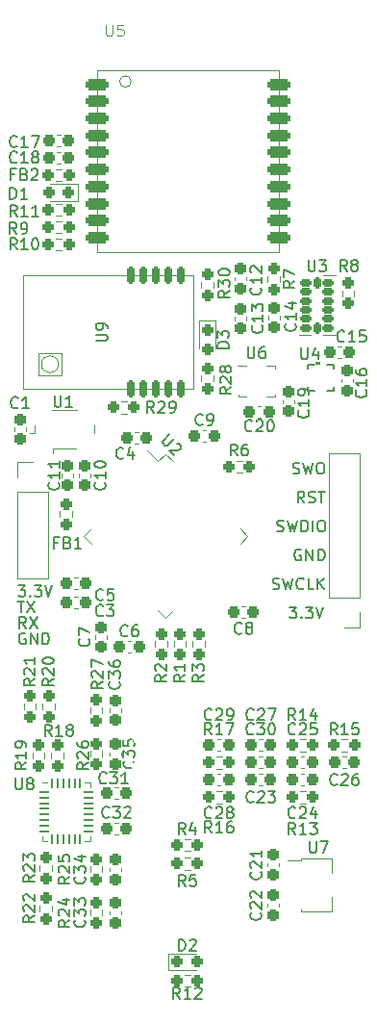
<source format=gto>
G04 #@! TF.GenerationSoftware,KiCad,Pcbnew,7.0.8*
G04 #@! TF.CreationDate,2023-11-27T14:39:53-06:00*
G04 #@! TF.ProjectId,Flight_Board,466c6967-6874-45f4-926f-6172642e6b69,rev?*
G04 #@! TF.SameCoordinates,Original*
G04 #@! TF.FileFunction,Legend,Top*
G04 #@! TF.FilePolarity,Positive*
%FSLAX46Y46*%
G04 Gerber Fmt 4.6, Leading zero omitted, Abs format (unit mm)*
G04 Created by KiCad (PCBNEW 7.0.8) date 2023-11-27 14:39:53*
%MOMM*%
%LPD*%
G01*
G04 APERTURE LIST*
G04 Aperture macros list*
%AMRoundRect*
0 Rectangle with rounded corners*
0 $1 Rounding radius*
0 $2 $3 $4 $5 $6 $7 $8 $9 X,Y pos of 4 corners*
0 Add a 4 corners polygon primitive as box body*
4,1,4,$2,$3,$4,$5,$6,$7,$8,$9,$2,$3,0*
0 Add four circle primitives for the rounded corners*
1,1,$1+$1,$2,$3*
1,1,$1+$1,$4,$5*
1,1,$1+$1,$6,$7*
1,1,$1+$1,$8,$9*
0 Add four rect primitives between the rounded corners*
20,1,$1+$1,$2,$3,$4,$5,0*
20,1,$1+$1,$4,$5,$6,$7,0*
20,1,$1+$1,$6,$7,$8,$9,0*
20,1,$1+$1,$8,$9,$2,$3,0*%
%AMFreePoly0*
4,1,9,3.862500,-0.866500,0.737500,-0.866500,0.737500,-0.450000,-0.737500,-0.450000,-0.737500,0.450000,0.737500,0.450000,0.737500,0.866500,3.862500,0.866500,3.862500,-0.866500,3.862500,-0.866500,$1*%
G04 Aperture macros list end*
%ADD10C,0.150000*%
%ADD11C,0.100000*%
%ADD12C,0.120000*%
%ADD13C,0.152400*%
%ADD14C,3.200000*%
%ADD15RoundRect,0.237500X0.237500X-0.250000X0.237500X0.250000X-0.237500X0.250000X-0.237500X-0.250000X0*%
%ADD16RoundRect,0.237500X-0.237500X0.300000X-0.237500X-0.300000X0.237500X-0.300000X0.237500X0.300000X0*%
%ADD17RoundRect,0.237500X0.250000X0.237500X-0.250000X0.237500X-0.250000X-0.237500X0.250000X-0.237500X0*%
%ADD18RoundRect,0.237500X-0.300000X-0.237500X0.300000X-0.237500X0.300000X0.237500X-0.300000X0.237500X0*%
%ADD19RoundRect,0.237500X0.300000X0.237500X-0.300000X0.237500X-0.300000X-0.237500X0.300000X-0.237500X0*%
%ADD20RoundRect,0.237500X-0.237500X0.250000X-0.237500X-0.250000X0.237500X-0.250000X0.237500X0.250000X0*%
%ADD21RoundRect,0.237500X-0.287500X-0.237500X0.287500X-0.237500X0.287500X0.237500X-0.287500X0.237500X0*%
%ADD22RoundRect,0.237500X-0.250000X-0.237500X0.250000X-0.237500X0.250000X0.237500X-0.250000X0.237500X0*%
%ADD23R,1.300000X0.900000*%
%ADD24FreePoly0,0.000000*%
%ADD25RoundRect,0.237500X0.237500X-0.300000X0.237500X0.300000X-0.237500X0.300000X-0.237500X-0.300000X0*%
%ADD26RoundRect,0.237500X-0.237500X0.287500X-0.237500X-0.287500X0.237500X-0.287500X0.237500X0.287500X0*%
%ADD27R,0.675000X0.250000*%
%ADD28R,0.250000X0.675000*%
%ADD29RoundRect,0.062500X-0.362500X-0.062500X0.362500X-0.062500X0.362500X0.062500X-0.362500X0.062500X0*%
%ADD30RoundRect,0.062500X-0.062500X-0.362500X0.062500X-0.362500X0.062500X0.362500X-0.062500X0.362500X0*%
%ADD31R,2.550000X3.550000*%
%ADD32R,1.700000X1.700000*%
%ADD33O,1.700000X1.700000*%
%ADD34RoundRect,0.237500X0.287500X0.237500X-0.287500X0.237500X-0.287500X-0.237500X0.287500X-0.237500X0*%
%ADD35R,1.600000X1.300000*%
%ADD36C,1.200000*%
%ADD37RoundRect,0.250000X-0.750000X-0.250000X0.750000X-0.250000X0.750000X0.250000X-0.750000X0.250000X0*%
%ADD38RoundRect,0.175000X0.175000X-0.575000X0.175000X0.575000X-0.175000X0.575000X-0.175000X-0.575000X0*%
%ADD39RoundRect,0.075000X-0.548008X0.441942X0.441942X-0.548008X0.548008X-0.441942X-0.441942X0.548008X0*%
%ADD40RoundRect,0.075000X-0.548008X-0.441942X-0.441942X-0.548008X0.548008X0.441942X0.441942X0.548008X0*%
%ADD41R,0.254000X0.279400*%
%ADD42R,0.279400X0.254000*%
%ADD43RoundRect,0.150000X-0.325000X-0.150000X0.325000X-0.150000X0.325000X0.150000X-0.325000X0.150000X0*%
%ADD44RoundRect,0.150000X-0.150000X-0.325000X0.150000X-0.325000X0.150000X0.325000X-0.150000X0.325000X0*%
%ADD45R,2.400000X2.400000*%
%ADD46C,2.400000*%
G04 APERTURE END LIST*
D10*
X160309160Y-104851200D02*
X160452017Y-104898819D01*
X160452017Y-104898819D02*
X160690112Y-104898819D01*
X160690112Y-104898819D02*
X160785350Y-104851200D01*
X160785350Y-104851200D02*
X160832969Y-104803580D01*
X160832969Y-104803580D02*
X160880588Y-104708342D01*
X160880588Y-104708342D02*
X160880588Y-104613104D01*
X160880588Y-104613104D02*
X160832969Y-104517866D01*
X160832969Y-104517866D02*
X160785350Y-104470247D01*
X160785350Y-104470247D02*
X160690112Y-104422628D01*
X160690112Y-104422628D02*
X160499636Y-104375009D01*
X160499636Y-104375009D02*
X160404398Y-104327390D01*
X160404398Y-104327390D02*
X160356779Y-104279771D01*
X160356779Y-104279771D02*
X160309160Y-104184533D01*
X160309160Y-104184533D02*
X160309160Y-104089295D01*
X160309160Y-104089295D02*
X160356779Y-103994057D01*
X160356779Y-103994057D02*
X160404398Y-103946438D01*
X160404398Y-103946438D02*
X160499636Y-103898819D01*
X160499636Y-103898819D02*
X160737731Y-103898819D01*
X160737731Y-103898819D02*
X160880588Y-103946438D01*
X161213922Y-103898819D02*
X161452017Y-104898819D01*
X161452017Y-104898819D02*
X161642493Y-104184533D01*
X161642493Y-104184533D02*
X161832969Y-104898819D01*
X161832969Y-104898819D02*
X162071065Y-103898819D01*
X162452017Y-104898819D02*
X162452017Y-103898819D01*
X162452017Y-103898819D02*
X162690112Y-103898819D01*
X162690112Y-103898819D02*
X162832969Y-103946438D01*
X162832969Y-103946438D02*
X162928207Y-104041676D01*
X162928207Y-104041676D02*
X162975826Y-104136914D01*
X162975826Y-104136914D02*
X163023445Y-104327390D01*
X163023445Y-104327390D02*
X163023445Y-104470247D01*
X163023445Y-104470247D02*
X162975826Y-104660723D01*
X162975826Y-104660723D02*
X162928207Y-104755961D01*
X162928207Y-104755961D02*
X162832969Y-104851200D01*
X162832969Y-104851200D02*
X162690112Y-104898819D01*
X162690112Y-104898819D02*
X162452017Y-104898819D01*
X163452017Y-104898819D02*
X163452017Y-103898819D01*
X164118683Y-103898819D02*
X164309159Y-103898819D01*
X164309159Y-103898819D02*
X164404397Y-103946438D01*
X164404397Y-103946438D02*
X164499635Y-104041676D01*
X164499635Y-104041676D02*
X164547254Y-104232152D01*
X164547254Y-104232152D02*
X164547254Y-104565485D01*
X164547254Y-104565485D02*
X164499635Y-104755961D01*
X164499635Y-104755961D02*
X164404397Y-104851200D01*
X164404397Y-104851200D02*
X164309159Y-104898819D01*
X164309159Y-104898819D02*
X164118683Y-104898819D01*
X164118683Y-104898819D02*
X164023445Y-104851200D01*
X164023445Y-104851200D02*
X163928207Y-104755961D01*
X163928207Y-104755961D02*
X163880588Y-104565485D01*
X163880588Y-104565485D02*
X163880588Y-104232152D01*
X163880588Y-104232152D02*
X163928207Y-104041676D01*
X163928207Y-104041676D02*
X164023445Y-103946438D01*
X164023445Y-103946438D02*
X164118683Y-103898819D01*
X138147588Y-113852438D02*
X138052350Y-113804819D01*
X138052350Y-113804819D02*
X137909493Y-113804819D01*
X137909493Y-113804819D02*
X137766636Y-113852438D01*
X137766636Y-113852438D02*
X137671398Y-113947676D01*
X137671398Y-113947676D02*
X137623779Y-114042914D01*
X137623779Y-114042914D02*
X137576160Y-114233390D01*
X137576160Y-114233390D02*
X137576160Y-114376247D01*
X137576160Y-114376247D02*
X137623779Y-114566723D01*
X137623779Y-114566723D02*
X137671398Y-114661961D01*
X137671398Y-114661961D02*
X137766636Y-114757200D01*
X137766636Y-114757200D02*
X137909493Y-114804819D01*
X137909493Y-114804819D02*
X138004731Y-114804819D01*
X138004731Y-114804819D02*
X138147588Y-114757200D01*
X138147588Y-114757200D02*
X138195207Y-114709580D01*
X138195207Y-114709580D02*
X138195207Y-114376247D01*
X138195207Y-114376247D02*
X138004731Y-114376247D01*
X138623779Y-114804819D02*
X138623779Y-113804819D01*
X138623779Y-113804819D02*
X139195207Y-114804819D01*
X139195207Y-114804819D02*
X139195207Y-113804819D01*
X139671398Y-114804819D02*
X139671398Y-113804819D01*
X139671398Y-113804819D02*
X139909493Y-113804819D01*
X139909493Y-113804819D02*
X140052350Y-113852438D01*
X140052350Y-113852438D02*
X140147588Y-113947676D01*
X140147588Y-113947676D02*
X140195207Y-114042914D01*
X140195207Y-114042914D02*
X140242826Y-114233390D01*
X140242826Y-114233390D02*
X140242826Y-114376247D01*
X140242826Y-114376247D02*
X140195207Y-114566723D01*
X140195207Y-114566723D02*
X140147588Y-114661961D01*
X140147588Y-114661961D02*
X140052350Y-114757200D01*
X140052350Y-114757200D02*
X139909493Y-114804819D01*
X139909493Y-114804819D02*
X139671398Y-114804819D01*
X161404541Y-111518819D02*
X162023588Y-111518819D01*
X162023588Y-111518819D02*
X161690255Y-111899771D01*
X161690255Y-111899771D02*
X161833112Y-111899771D01*
X161833112Y-111899771D02*
X161928350Y-111947390D01*
X161928350Y-111947390D02*
X161975969Y-111995009D01*
X161975969Y-111995009D02*
X162023588Y-112090247D01*
X162023588Y-112090247D02*
X162023588Y-112328342D01*
X162023588Y-112328342D02*
X161975969Y-112423580D01*
X161975969Y-112423580D02*
X161928350Y-112471200D01*
X161928350Y-112471200D02*
X161833112Y-112518819D01*
X161833112Y-112518819D02*
X161547398Y-112518819D01*
X161547398Y-112518819D02*
X161452160Y-112471200D01*
X161452160Y-112471200D02*
X161404541Y-112423580D01*
X162452160Y-112423580D02*
X162499779Y-112471200D01*
X162499779Y-112471200D02*
X162452160Y-112518819D01*
X162452160Y-112518819D02*
X162404541Y-112471200D01*
X162404541Y-112471200D02*
X162452160Y-112423580D01*
X162452160Y-112423580D02*
X162452160Y-112518819D01*
X162833112Y-111518819D02*
X163452159Y-111518819D01*
X163452159Y-111518819D02*
X163118826Y-111899771D01*
X163118826Y-111899771D02*
X163261683Y-111899771D01*
X163261683Y-111899771D02*
X163356921Y-111947390D01*
X163356921Y-111947390D02*
X163404540Y-111995009D01*
X163404540Y-111995009D02*
X163452159Y-112090247D01*
X163452159Y-112090247D02*
X163452159Y-112328342D01*
X163452159Y-112328342D02*
X163404540Y-112423580D01*
X163404540Y-112423580D02*
X163356921Y-112471200D01*
X163356921Y-112471200D02*
X163261683Y-112518819D01*
X163261683Y-112518819D02*
X162975969Y-112518819D01*
X162975969Y-112518819D02*
X162880731Y-112471200D01*
X162880731Y-112471200D02*
X162833112Y-112423580D01*
X163737874Y-111518819D02*
X164071207Y-112518819D01*
X164071207Y-112518819D02*
X164404540Y-111518819D01*
X162706207Y-102358819D02*
X162372874Y-101882628D01*
X162134779Y-102358819D02*
X162134779Y-101358819D01*
X162134779Y-101358819D02*
X162515731Y-101358819D01*
X162515731Y-101358819D02*
X162610969Y-101406438D01*
X162610969Y-101406438D02*
X162658588Y-101454057D01*
X162658588Y-101454057D02*
X162706207Y-101549295D01*
X162706207Y-101549295D02*
X162706207Y-101692152D01*
X162706207Y-101692152D02*
X162658588Y-101787390D01*
X162658588Y-101787390D02*
X162610969Y-101835009D01*
X162610969Y-101835009D02*
X162515731Y-101882628D01*
X162515731Y-101882628D02*
X162134779Y-101882628D01*
X163087160Y-102311200D02*
X163230017Y-102358819D01*
X163230017Y-102358819D02*
X163468112Y-102358819D01*
X163468112Y-102358819D02*
X163563350Y-102311200D01*
X163563350Y-102311200D02*
X163610969Y-102263580D01*
X163610969Y-102263580D02*
X163658588Y-102168342D01*
X163658588Y-102168342D02*
X163658588Y-102073104D01*
X163658588Y-102073104D02*
X163610969Y-101977866D01*
X163610969Y-101977866D02*
X163563350Y-101930247D01*
X163563350Y-101930247D02*
X163468112Y-101882628D01*
X163468112Y-101882628D02*
X163277636Y-101835009D01*
X163277636Y-101835009D02*
X163182398Y-101787390D01*
X163182398Y-101787390D02*
X163134779Y-101739771D01*
X163134779Y-101739771D02*
X163087160Y-101644533D01*
X163087160Y-101644533D02*
X163087160Y-101549295D01*
X163087160Y-101549295D02*
X163134779Y-101454057D01*
X163134779Y-101454057D02*
X163182398Y-101406438D01*
X163182398Y-101406438D02*
X163277636Y-101358819D01*
X163277636Y-101358819D02*
X163515731Y-101358819D01*
X163515731Y-101358819D02*
X163658588Y-101406438D01*
X163944303Y-101358819D02*
X164515731Y-101358819D01*
X164230017Y-102358819D02*
X164230017Y-101358819D01*
X137480922Y-111010819D02*
X138052350Y-111010819D01*
X137766636Y-112010819D02*
X137766636Y-111010819D01*
X138290446Y-111010819D02*
X138957112Y-112010819D01*
X138957112Y-111010819D02*
X138290446Y-112010819D01*
X138195207Y-113407819D02*
X137861874Y-112931628D01*
X137623779Y-113407819D02*
X137623779Y-112407819D01*
X137623779Y-112407819D02*
X138004731Y-112407819D01*
X138004731Y-112407819D02*
X138099969Y-112455438D01*
X138099969Y-112455438D02*
X138147588Y-112503057D01*
X138147588Y-112503057D02*
X138195207Y-112598295D01*
X138195207Y-112598295D02*
X138195207Y-112741152D01*
X138195207Y-112741152D02*
X138147588Y-112836390D01*
X138147588Y-112836390D02*
X138099969Y-112884009D01*
X138099969Y-112884009D02*
X138004731Y-112931628D01*
X138004731Y-112931628D02*
X137623779Y-112931628D01*
X138528541Y-112407819D02*
X139195207Y-113407819D01*
X139195207Y-112407819D02*
X138528541Y-113407819D01*
X137528541Y-109613819D02*
X138147588Y-109613819D01*
X138147588Y-109613819D02*
X137814255Y-109994771D01*
X137814255Y-109994771D02*
X137957112Y-109994771D01*
X137957112Y-109994771D02*
X138052350Y-110042390D01*
X138052350Y-110042390D02*
X138099969Y-110090009D01*
X138099969Y-110090009D02*
X138147588Y-110185247D01*
X138147588Y-110185247D02*
X138147588Y-110423342D01*
X138147588Y-110423342D02*
X138099969Y-110518580D01*
X138099969Y-110518580D02*
X138052350Y-110566200D01*
X138052350Y-110566200D02*
X137957112Y-110613819D01*
X137957112Y-110613819D02*
X137671398Y-110613819D01*
X137671398Y-110613819D02*
X137576160Y-110566200D01*
X137576160Y-110566200D02*
X137528541Y-110518580D01*
X138576160Y-110518580D02*
X138623779Y-110566200D01*
X138623779Y-110566200D02*
X138576160Y-110613819D01*
X138576160Y-110613819D02*
X138528541Y-110566200D01*
X138528541Y-110566200D02*
X138576160Y-110518580D01*
X138576160Y-110518580D02*
X138576160Y-110613819D01*
X138957112Y-109613819D02*
X139576159Y-109613819D01*
X139576159Y-109613819D02*
X139242826Y-109994771D01*
X139242826Y-109994771D02*
X139385683Y-109994771D01*
X139385683Y-109994771D02*
X139480921Y-110042390D01*
X139480921Y-110042390D02*
X139528540Y-110090009D01*
X139528540Y-110090009D02*
X139576159Y-110185247D01*
X139576159Y-110185247D02*
X139576159Y-110423342D01*
X139576159Y-110423342D02*
X139528540Y-110518580D01*
X139528540Y-110518580D02*
X139480921Y-110566200D01*
X139480921Y-110566200D02*
X139385683Y-110613819D01*
X139385683Y-110613819D02*
X139099969Y-110613819D01*
X139099969Y-110613819D02*
X139004731Y-110566200D01*
X139004731Y-110566200D02*
X138957112Y-110518580D01*
X139861874Y-109613819D02*
X140195207Y-110613819D01*
X140195207Y-110613819D02*
X140528540Y-109613819D01*
X159928160Y-109931200D02*
X160071017Y-109978819D01*
X160071017Y-109978819D02*
X160309112Y-109978819D01*
X160309112Y-109978819D02*
X160404350Y-109931200D01*
X160404350Y-109931200D02*
X160451969Y-109883580D01*
X160451969Y-109883580D02*
X160499588Y-109788342D01*
X160499588Y-109788342D02*
X160499588Y-109693104D01*
X160499588Y-109693104D02*
X160451969Y-109597866D01*
X160451969Y-109597866D02*
X160404350Y-109550247D01*
X160404350Y-109550247D02*
X160309112Y-109502628D01*
X160309112Y-109502628D02*
X160118636Y-109455009D01*
X160118636Y-109455009D02*
X160023398Y-109407390D01*
X160023398Y-109407390D02*
X159975779Y-109359771D01*
X159975779Y-109359771D02*
X159928160Y-109264533D01*
X159928160Y-109264533D02*
X159928160Y-109169295D01*
X159928160Y-109169295D02*
X159975779Y-109074057D01*
X159975779Y-109074057D02*
X160023398Y-109026438D01*
X160023398Y-109026438D02*
X160118636Y-108978819D01*
X160118636Y-108978819D02*
X160356731Y-108978819D01*
X160356731Y-108978819D02*
X160499588Y-109026438D01*
X160832922Y-108978819D02*
X161071017Y-109978819D01*
X161071017Y-109978819D02*
X161261493Y-109264533D01*
X161261493Y-109264533D02*
X161451969Y-109978819D01*
X161451969Y-109978819D02*
X161690065Y-108978819D01*
X162642445Y-109883580D02*
X162594826Y-109931200D01*
X162594826Y-109931200D02*
X162451969Y-109978819D01*
X162451969Y-109978819D02*
X162356731Y-109978819D01*
X162356731Y-109978819D02*
X162213874Y-109931200D01*
X162213874Y-109931200D02*
X162118636Y-109835961D01*
X162118636Y-109835961D02*
X162071017Y-109740723D01*
X162071017Y-109740723D02*
X162023398Y-109550247D01*
X162023398Y-109550247D02*
X162023398Y-109407390D01*
X162023398Y-109407390D02*
X162071017Y-109216914D01*
X162071017Y-109216914D02*
X162118636Y-109121676D01*
X162118636Y-109121676D02*
X162213874Y-109026438D01*
X162213874Y-109026438D02*
X162356731Y-108978819D01*
X162356731Y-108978819D02*
X162451969Y-108978819D01*
X162451969Y-108978819D02*
X162594826Y-109026438D01*
X162594826Y-109026438D02*
X162642445Y-109074057D01*
X163547207Y-109978819D02*
X163071017Y-109978819D01*
X163071017Y-109978819D02*
X163071017Y-108978819D01*
X163880541Y-109978819D02*
X163880541Y-108978819D01*
X164451969Y-109978819D02*
X164023398Y-109407390D01*
X164451969Y-108978819D02*
X163880541Y-109550247D01*
X162404588Y-106486438D02*
X162309350Y-106438819D01*
X162309350Y-106438819D02*
X162166493Y-106438819D01*
X162166493Y-106438819D02*
X162023636Y-106486438D01*
X162023636Y-106486438D02*
X161928398Y-106581676D01*
X161928398Y-106581676D02*
X161880779Y-106676914D01*
X161880779Y-106676914D02*
X161833160Y-106867390D01*
X161833160Y-106867390D02*
X161833160Y-107010247D01*
X161833160Y-107010247D02*
X161880779Y-107200723D01*
X161880779Y-107200723D02*
X161928398Y-107295961D01*
X161928398Y-107295961D02*
X162023636Y-107391200D01*
X162023636Y-107391200D02*
X162166493Y-107438819D01*
X162166493Y-107438819D02*
X162261731Y-107438819D01*
X162261731Y-107438819D02*
X162404588Y-107391200D01*
X162404588Y-107391200D02*
X162452207Y-107343580D01*
X162452207Y-107343580D02*
X162452207Y-107010247D01*
X162452207Y-107010247D02*
X162261731Y-107010247D01*
X162880779Y-107438819D02*
X162880779Y-106438819D01*
X162880779Y-106438819D02*
X163452207Y-107438819D01*
X163452207Y-107438819D02*
X163452207Y-106438819D01*
X163928398Y-107438819D02*
X163928398Y-106438819D01*
X163928398Y-106438819D02*
X164166493Y-106438819D01*
X164166493Y-106438819D02*
X164309350Y-106486438D01*
X164309350Y-106486438D02*
X164404588Y-106581676D01*
X164404588Y-106581676D02*
X164452207Y-106676914D01*
X164452207Y-106676914D02*
X164499826Y-106867390D01*
X164499826Y-106867390D02*
X164499826Y-107010247D01*
X164499826Y-107010247D02*
X164452207Y-107200723D01*
X164452207Y-107200723D02*
X164404588Y-107295961D01*
X164404588Y-107295961D02*
X164309350Y-107391200D01*
X164309350Y-107391200D02*
X164166493Y-107438819D01*
X164166493Y-107438819D02*
X163928398Y-107438819D01*
X161706160Y-99771200D02*
X161849017Y-99818819D01*
X161849017Y-99818819D02*
X162087112Y-99818819D01*
X162087112Y-99818819D02*
X162182350Y-99771200D01*
X162182350Y-99771200D02*
X162229969Y-99723580D01*
X162229969Y-99723580D02*
X162277588Y-99628342D01*
X162277588Y-99628342D02*
X162277588Y-99533104D01*
X162277588Y-99533104D02*
X162229969Y-99437866D01*
X162229969Y-99437866D02*
X162182350Y-99390247D01*
X162182350Y-99390247D02*
X162087112Y-99342628D01*
X162087112Y-99342628D02*
X161896636Y-99295009D01*
X161896636Y-99295009D02*
X161801398Y-99247390D01*
X161801398Y-99247390D02*
X161753779Y-99199771D01*
X161753779Y-99199771D02*
X161706160Y-99104533D01*
X161706160Y-99104533D02*
X161706160Y-99009295D01*
X161706160Y-99009295D02*
X161753779Y-98914057D01*
X161753779Y-98914057D02*
X161801398Y-98866438D01*
X161801398Y-98866438D02*
X161896636Y-98818819D01*
X161896636Y-98818819D02*
X162134731Y-98818819D01*
X162134731Y-98818819D02*
X162277588Y-98866438D01*
X162610922Y-98818819D02*
X162849017Y-99818819D01*
X162849017Y-99818819D02*
X163039493Y-99104533D01*
X163039493Y-99104533D02*
X163229969Y-99818819D01*
X163229969Y-99818819D02*
X163468065Y-98818819D01*
X164039493Y-98818819D02*
X164229969Y-98818819D01*
X164229969Y-98818819D02*
X164325207Y-98866438D01*
X164325207Y-98866438D02*
X164420445Y-98961676D01*
X164420445Y-98961676D02*
X164468064Y-99152152D01*
X164468064Y-99152152D02*
X164468064Y-99485485D01*
X164468064Y-99485485D02*
X164420445Y-99675961D01*
X164420445Y-99675961D02*
X164325207Y-99771200D01*
X164325207Y-99771200D02*
X164229969Y-99818819D01*
X164229969Y-99818819D02*
X164039493Y-99818819D01*
X164039493Y-99818819D02*
X163944255Y-99771200D01*
X163944255Y-99771200D02*
X163849017Y-99675961D01*
X163849017Y-99675961D02*
X163801398Y-99485485D01*
X163801398Y-99485485D02*
X163801398Y-99152152D01*
X163801398Y-99152152D02*
X163849017Y-98961676D01*
X163849017Y-98961676D02*
X163944255Y-98866438D01*
X163944255Y-98866438D02*
X164039493Y-98818819D01*
X166457333Y-81988819D02*
X166124000Y-81512628D01*
X165885905Y-81988819D02*
X165885905Y-80988819D01*
X165885905Y-80988819D02*
X166266857Y-80988819D01*
X166266857Y-80988819D02*
X166362095Y-81036438D01*
X166362095Y-81036438D02*
X166409714Y-81084057D01*
X166409714Y-81084057D02*
X166457333Y-81179295D01*
X166457333Y-81179295D02*
X166457333Y-81322152D01*
X166457333Y-81322152D02*
X166409714Y-81417390D01*
X166409714Y-81417390D02*
X166362095Y-81465009D01*
X166362095Y-81465009D02*
X166266857Y-81512628D01*
X166266857Y-81512628D02*
X165885905Y-81512628D01*
X167028762Y-81417390D02*
X166933524Y-81369771D01*
X166933524Y-81369771D02*
X166885905Y-81322152D01*
X166885905Y-81322152D02*
X166838286Y-81226914D01*
X166838286Y-81226914D02*
X166838286Y-81179295D01*
X166838286Y-81179295D02*
X166885905Y-81084057D01*
X166885905Y-81084057D02*
X166933524Y-81036438D01*
X166933524Y-81036438D02*
X167028762Y-80988819D01*
X167028762Y-80988819D02*
X167219238Y-80988819D01*
X167219238Y-80988819D02*
X167314476Y-81036438D01*
X167314476Y-81036438D02*
X167362095Y-81084057D01*
X167362095Y-81084057D02*
X167409714Y-81179295D01*
X167409714Y-81179295D02*
X167409714Y-81226914D01*
X167409714Y-81226914D02*
X167362095Y-81322152D01*
X167362095Y-81322152D02*
X167314476Y-81369771D01*
X167314476Y-81369771D02*
X167219238Y-81417390D01*
X167219238Y-81417390D02*
X167028762Y-81417390D01*
X167028762Y-81417390D02*
X166933524Y-81465009D01*
X166933524Y-81465009D02*
X166885905Y-81512628D01*
X166885905Y-81512628D02*
X166838286Y-81607866D01*
X166838286Y-81607866D02*
X166838286Y-81798342D01*
X166838286Y-81798342D02*
X166885905Y-81893580D01*
X166885905Y-81893580D02*
X166933524Y-81941200D01*
X166933524Y-81941200D02*
X167028762Y-81988819D01*
X167028762Y-81988819D02*
X167219238Y-81988819D01*
X167219238Y-81988819D02*
X167314476Y-81941200D01*
X167314476Y-81941200D02*
X167362095Y-81893580D01*
X167362095Y-81893580D02*
X167409714Y-81798342D01*
X167409714Y-81798342D02*
X167409714Y-81607866D01*
X167409714Y-81607866D02*
X167362095Y-81512628D01*
X167362095Y-81512628D02*
X167314476Y-81465009D01*
X167314476Y-81465009D02*
X167219238Y-81417390D01*
X168126580Y-92463857D02*
X168174200Y-92511476D01*
X168174200Y-92511476D02*
X168221819Y-92654333D01*
X168221819Y-92654333D02*
X168221819Y-92749571D01*
X168221819Y-92749571D02*
X168174200Y-92892428D01*
X168174200Y-92892428D02*
X168078961Y-92987666D01*
X168078961Y-92987666D02*
X167983723Y-93035285D01*
X167983723Y-93035285D02*
X167793247Y-93082904D01*
X167793247Y-93082904D02*
X167650390Y-93082904D01*
X167650390Y-93082904D02*
X167459914Y-93035285D01*
X167459914Y-93035285D02*
X167364676Y-92987666D01*
X167364676Y-92987666D02*
X167269438Y-92892428D01*
X167269438Y-92892428D02*
X167221819Y-92749571D01*
X167221819Y-92749571D02*
X167221819Y-92654333D01*
X167221819Y-92654333D02*
X167269438Y-92511476D01*
X167269438Y-92511476D02*
X167317057Y-92463857D01*
X168221819Y-91511476D02*
X168221819Y-92082904D01*
X168221819Y-91797190D02*
X167221819Y-91797190D01*
X167221819Y-91797190D02*
X167364676Y-91892428D01*
X167364676Y-91892428D02*
X167459914Y-91987666D01*
X167459914Y-91987666D02*
X167507533Y-92082904D01*
X167221819Y-90654333D02*
X167221819Y-90844809D01*
X167221819Y-90844809D02*
X167269438Y-90940047D01*
X167269438Y-90940047D02*
X167317057Y-90987666D01*
X167317057Y-90987666D02*
X167459914Y-91082904D01*
X167459914Y-91082904D02*
X167650390Y-91130523D01*
X167650390Y-91130523D02*
X168031342Y-91130523D01*
X168031342Y-91130523D02*
X168126580Y-91082904D01*
X168126580Y-91082904D02*
X168174200Y-91035285D01*
X168174200Y-91035285D02*
X168221819Y-90940047D01*
X168221819Y-90940047D02*
X168221819Y-90749571D01*
X168221819Y-90749571D02*
X168174200Y-90654333D01*
X168174200Y-90654333D02*
X168126580Y-90606714D01*
X168126580Y-90606714D02*
X168031342Y-90559095D01*
X168031342Y-90559095D02*
X167793247Y-90559095D01*
X167793247Y-90559095D02*
X167698009Y-90606714D01*
X167698009Y-90606714D02*
X167650390Y-90654333D01*
X167650390Y-90654333D02*
X167602771Y-90749571D01*
X167602771Y-90749571D02*
X167602771Y-90940047D01*
X167602771Y-90940047D02*
X167650390Y-91035285D01*
X167650390Y-91035285D02*
X167698009Y-91082904D01*
X167698009Y-91082904D02*
X167793247Y-91130523D01*
X137374333Y-78686819D02*
X137041000Y-78210628D01*
X136802905Y-78686819D02*
X136802905Y-77686819D01*
X136802905Y-77686819D02*
X137183857Y-77686819D01*
X137183857Y-77686819D02*
X137279095Y-77734438D01*
X137279095Y-77734438D02*
X137326714Y-77782057D01*
X137326714Y-77782057D02*
X137374333Y-77877295D01*
X137374333Y-77877295D02*
X137374333Y-78020152D01*
X137374333Y-78020152D02*
X137326714Y-78115390D01*
X137326714Y-78115390D02*
X137279095Y-78163009D01*
X137279095Y-78163009D02*
X137183857Y-78210628D01*
X137183857Y-78210628D02*
X136802905Y-78210628D01*
X137850524Y-78686819D02*
X138041000Y-78686819D01*
X138041000Y-78686819D02*
X138136238Y-78639200D01*
X138136238Y-78639200D02*
X138183857Y-78591580D01*
X138183857Y-78591580D02*
X138279095Y-78448723D01*
X138279095Y-78448723D02*
X138326714Y-78258247D01*
X138326714Y-78258247D02*
X138326714Y-77877295D01*
X138326714Y-77877295D02*
X138279095Y-77782057D01*
X138279095Y-77782057D02*
X138231476Y-77734438D01*
X138231476Y-77734438D02*
X138136238Y-77686819D01*
X138136238Y-77686819D02*
X137945762Y-77686819D01*
X137945762Y-77686819D02*
X137850524Y-77734438D01*
X137850524Y-77734438D02*
X137802905Y-77782057D01*
X137802905Y-77782057D02*
X137755286Y-77877295D01*
X137755286Y-77877295D02*
X137755286Y-78115390D01*
X137755286Y-78115390D02*
X137802905Y-78210628D01*
X137802905Y-78210628D02*
X137850524Y-78258247D01*
X137850524Y-78258247D02*
X137945762Y-78305866D01*
X137945762Y-78305866D02*
X138136238Y-78305866D01*
X138136238Y-78305866D02*
X138231476Y-78258247D01*
X138231476Y-78258247D02*
X138279095Y-78210628D01*
X138279095Y-78210628D02*
X138326714Y-78115390D01*
X145534142Y-129993580D02*
X145486523Y-130041200D01*
X145486523Y-130041200D02*
X145343666Y-130088819D01*
X145343666Y-130088819D02*
X145248428Y-130088819D01*
X145248428Y-130088819D02*
X145105571Y-130041200D01*
X145105571Y-130041200D02*
X145010333Y-129945961D01*
X145010333Y-129945961D02*
X144962714Y-129850723D01*
X144962714Y-129850723D02*
X144915095Y-129660247D01*
X144915095Y-129660247D02*
X144915095Y-129517390D01*
X144915095Y-129517390D02*
X144962714Y-129326914D01*
X144962714Y-129326914D02*
X145010333Y-129231676D01*
X145010333Y-129231676D02*
X145105571Y-129136438D01*
X145105571Y-129136438D02*
X145248428Y-129088819D01*
X145248428Y-129088819D02*
X145343666Y-129088819D01*
X145343666Y-129088819D02*
X145486523Y-129136438D01*
X145486523Y-129136438D02*
X145534142Y-129184057D01*
X145867476Y-129088819D02*
X146486523Y-129088819D01*
X146486523Y-129088819D02*
X146153190Y-129469771D01*
X146153190Y-129469771D02*
X146296047Y-129469771D01*
X146296047Y-129469771D02*
X146391285Y-129517390D01*
X146391285Y-129517390D02*
X146438904Y-129565009D01*
X146438904Y-129565009D02*
X146486523Y-129660247D01*
X146486523Y-129660247D02*
X146486523Y-129898342D01*
X146486523Y-129898342D02*
X146438904Y-129993580D01*
X146438904Y-129993580D02*
X146391285Y-130041200D01*
X146391285Y-130041200D02*
X146296047Y-130088819D01*
X146296047Y-130088819D02*
X146010333Y-130088819D01*
X146010333Y-130088819D02*
X145915095Y-130041200D01*
X145915095Y-130041200D02*
X145867476Y-129993580D01*
X146867476Y-129184057D02*
X146915095Y-129136438D01*
X146915095Y-129136438D02*
X147010333Y-129088819D01*
X147010333Y-129088819D02*
X147248428Y-129088819D01*
X147248428Y-129088819D02*
X147343666Y-129136438D01*
X147343666Y-129136438D02*
X147391285Y-129184057D01*
X147391285Y-129184057D02*
X147438904Y-129279295D01*
X147438904Y-129279295D02*
X147438904Y-129374533D01*
X147438904Y-129374533D02*
X147391285Y-129517390D01*
X147391285Y-129517390D02*
X146819857Y-130088819D01*
X146819857Y-130088819D02*
X147438904Y-130088819D01*
X161917142Y-130026580D02*
X161869523Y-130074200D01*
X161869523Y-130074200D02*
X161726666Y-130121819D01*
X161726666Y-130121819D02*
X161631428Y-130121819D01*
X161631428Y-130121819D02*
X161488571Y-130074200D01*
X161488571Y-130074200D02*
X161393333Y-129978961D01*
X161393333Y-129978961D02*
X161345714Y-129883723D01*
X161345714Y-129883723D02*
X161298095Y-129693247D01*
X161298095Y-129693247D02*
X161298095Y-129550390D01*
X161298095Y-129550390D02*
X161345714Y-129359914D01*
X161345714Y-129359914D02*
X161393333Y-129264676D01*
X161393333Y-129264676D02*
X161488571Y-129169438D01*
X161488571Y-129169438D02*
X161631428Y-129121819D01*
X161631428Y-129121819D02*
X161726666Y-129121819D01*
X161726666Y-129121819D02*
X161869523Y-129169438D01*
X161869523Y-129169438D02*
X161917142Y-129217057D01*
X162298095Y-129217057D02*
X162345714Y-129169438D01*
X162345714Y-129169438D02*
X162440952Y-129121819D01*
X162440952Y-129121819D02*
X162679047Y-129121819D01*
X162679047Y-129121819D02*
X162774285Y-129169438D01*
X162774285Y-129169438D02*
X162821904Y-129217057D01*
X162821904Y-129217057D02*
X162869523Y-129312295D01*
X162869523Y-129312295D02*
X162869523Y-129407533D01*
X162869523Y-129407533D02*
X162821904Y-129550390D01*
X162821904Y-129550390D02*
X162250476Y-130121819D01*
X162250476Y-130121819D02*
X162869523Y-130121819D01*
X163726666Y-129455152D02*
X163726666Y-130121819D01*
X163488571Y-129074200D02*
X163250476Y-129788485D01*
X163250476Y-129788485D02*
X163869523Y-129788485D01*
X152219819Y-117514666D02*
X151743628Y-117847999D01*
X152219819Y-118086094D02*
X151219819Y-118086094D01*
X151219819Y-118086094D02*
X151219819Y-117705142D01*
X151219819Y-117705142D02*
X151267438Y-117609904D01*
X151267438Y-117609904D02*
X151315057Y-117562285D01*
X151315057Y-117562285D02*
X151410295Y-117514666D01*
X151410295Y-117514666D02*
X151553152Y-117514666D01*
X151553152Y-117514666D02*
X151648390Y-117562285D01*
X151648390Y-117562285D02*
X151696009Y-117609904D01*
X151696009Y-117609904D02*
X151743628Y-117705142D01*
X151743628Y-117705142D02*
X151743628Y-118086094D01*
X152219819Y-116562285D02*
X152219819Y-117133713D01*
X152219819Y-116847999D02*
X151219819Y-116847999D01*
X151219819Y-116847999D02*
X151362676Y-116943237D01*
X151362676Y-116943237D02*
X151457914Y-117038475D01*
X151457914Y-117038475D02*
X151505533Y-117133713D01*
X150568819Y-117514666D02*
X150092628Y-117847999D01*
X150568819Y-118086094D02*
X149568819Y-118086094D01*
X149568819Y-118086094D02*
X149568819Y-117705142D01*
X149568819Y-117705142D02*
X149616438Y-117609904D01*
X149616438Y-117609904D02*
X149664057Y-117562285D01*
X149664057Y-117562285D02*
X149759295Y-117514666D01*
X149759295Y-117514666D02*
X149902152Y-117514666D01*
X149902152Y-117514666D02*
X149997390Y-117562285D01*
X149997390Y-117562285D02*
X150045009Y-117609904D01*
X150045009Y-117609904D02*
X150092628Y-117705142D01*
X150092628Y-117705142D02*
X150092628Y-118086094D01*
X149664057Y-117133713D02*
X149616438Y-117086094D01*
X149616438Y-117086094D02*
X149568819Y-116990856D01*
X149568819Y-116990856D02*
X149568819Y-116752761D01*
X149568819Y-116752761D02*
X149616438Y-116657523D01*
X149616438Y-116657523D02*
X149664057Y-116609904D01*
X149664057Y-116609904D02*
X149759295Y-116562285D01*
X149759295Y-116562285D02*
X149854533Y-116562285D01*
X149854533Y-116562285D02*
X149997390Y-116609904D01*
X149997390Y-116609904D02*
X150568819Y-117181332D01*
X150568819Y-117181332D02*
X150568819Y-116562285D01*
X154551142Y-130026580D02*
X154503523Y-130074200D01*
X154503523Y-130074200D02*
X154360666Y-130121819D01*
X154360666Y-130121819D02*
X154265428Y-130121819D01*
X154265428Y-130121819D02*
X154122571Y-130074200D01*
X154122571Y-130074200D02*
X154027333Y-129978961D01*
X154027333Y-129978961D02*
X153979714Y-129883723D01*
X153979714Y-129883723D02*
X153932095Y-129693247D01*
X153932095Y-129693247D02*
X153932095Y-129550390D01*
X153932095Y-129550390D02*
X153979714Y-129359914D01*
X153979714Y-129359914D02*
X154027333Y-129264676D01*
X154027333Y-129264676D02*
X154122571Y-129169438D01*
X154122571Y-129169438D02*
X154265428Y-129121819D01*
X154265428Y-129121819D02*
X154360666Y-129121819D01*
X154360666Y-129121819D02*
X154503523Y-129169438D01*
X154503523Y-129169438D02*
X154551142Y-129217057D01*
X154932095Y-129217057D02*
X154979714Y-129169438D01*
X154979714Y-129169438D02*
X155074952Y-129121819D01*
X155074952Y-129121819D02*
X155313047Y-129121819D01*
X155313047Y-129121819D02*
X155408285Y-129169438D01*
X155408285Y-129169438D02*
X155455904Y-129217057D01*
X155455904Y-129217057D02*
X155503523Y-129312295D01*
X155503523Y-129312295D02*
X155503523Y-129407533D01*
X155503523Y-129407533D02*
X155455904Y-129550390D01*
X155455904Y-129550390D02*
X154884476Y-130121819D01*
X154884476Y-130121819D02*
X155503523Y-130121819D01*
X156074952Y-129550390D02*
X155979714Y-129502771D01*
X155979714Y-129502771D02*
X155932095Y-129455152D01*
X155932095Y-129455152D02*
X155884476Y-129359914D01*
X155884476Y-129359914D02*
X155884476Y-129312295D01*
X155884476Y-129312295D02*
X155932095Y-129217057D01*
X155932095Y-129217057D02*
X155979714Y-129169438D01*
X155979714Y-129169438D02*
X156074952Y-129121819D01*
X156074952Y-129121819D02*
X156265428Y-129121819D01*
X156265428Y-129121819D02*
X156360666Y-129169438D01*
X156360666Y-129169438D02*
X156408285Y-129217057D01*
X156408285Y-129217057D02*
X156455904Y-129312295D01*
X156455904Y-129312295D02*
X156455904Y-129359914D01*
X156455904Y-129359914D02*
X156408285Y-129455152D01*
X156408285Y-129455152D02*
X156360666Y-129502771D01*
X156360666Y-129502771D02*
X156265428Y-129550390D01*
X156265428Y-129550390D02*
X156074952Y-129550390D01*
X156074952Y-129550390D02*
X155979714Y-129598009D01*
X155979714Y-129598009D02*
X155932095Y-129645628D01*
X155932095Y-129645628D02*
X155884476Y-129740866D01*
X155884476Y-129740866D02*
X155884476Y-129931342D01*
X155884476Y-129931342D02*
X155932095Y-130026580D01*
X155932095Y-130026580D02*
X155979714Y-130074200D01*
X155979714Y-130074200D02*
X156074952Y-130121819D01*
X156074952Y-130121819D02*
X156265428Y-130121819D01*
X156265428Y-130121819D02*
X156360666Y-130074200D01*
X156360666Y-130074200D02*
X156408285Y-130026580D01*
X156408285Y-130026580D02*
X156455904Y-129931342D01*
X156455904Y-129931342D02*
X156455904Y-129740866D01*
X156455904Y-129740866D02*
X156408285Y-129645628D01*
X156408285Y-129645628D02*
X156360666Y-129598009D01*
X156360666Y-129598009D02*
X156265428Y-129550390D01*
X138249819Y-125229857D02*
X137773628Y-125563190D01*
X138249819Y-125801285D02*
X137249819Y-125801285D01*
X137249819Y-125801285D02*
X137249819Y-125420333D01*
X137249819Y-125420333D02*
X137297438Y-125325095D01*
X137297438Y-125325095D02*
X137345057Y-125277476D01*
X137345057Y-125277476D02*
X137440295Y-125229857D01*
X137440295Y-125229857D02*
X137583152Y-125229857D01*
X137583152Y-125229857D02*
X137678390Y-125277476D01*
X137678390Y-125277476D02*
X137726009Y-125325095D01*
X137726009Y-125325095D02*
X137773628Y-125420333D01*
X137773628Y-125420333D02*
X137773628Y-125801285D01*
X138249819Y-124277476D02*
X138249819Y-124848904D01*
X138249819Y-124563190D02*
X137249819Y-124563190D01*
X137249819Y-124563190D02*
X137392676Y-124658428D01*
X137392676Y-124658428D02*
X137487914Y-124753666D01*
X137487914Y-124753666D02*
X137535533Y-124848904D01*
X138249819Y-123801285D02*
X138249819Y-123610809D01*
X138249819Y-123610809D02*
X138202200Y-123515571D01*
X138202200Y-123515571D02*
X138154580Y-123467952D01*
X138154580Y-123467952D02*
X138011723Y-123372714D01*
X138011723Y-123372714D02*
X137821247Y-123325095D01*
X137821247Y-123325095D02*
X137440295Y-123325095D01*
X137440295Y-123325095D02*
X137345057Y-123372714D01*
X137345057Y-123372714D02*
X137297438Y-123420333D01*
X137297438Y-123420333D02*
X137249819Y-123515571D01*
X137249819Y-123515571D02*
X137249819Y-123706047D01*
X137249819Y-123706047D02*
X137297438Y-123801285D01*
X137297438Y-123801285D02*
X137345057Y-123848904D01*
X137345057Y-123848904D02*
X137440295Y-123896523D01*
X137440295Y-123896523D02*
X137678390Y-123896523D01*
X137678390Y-123896523D02*
X137773628Y-123848904D01*
X137773628Y-123848904D02*
X137821247Y-123801285D01*
X137821247Y-123801285D02*
X137868866Y-123706047D01*
X137868866Y-123706047D02*
X137868866Y-123515571D01*
X137868866Y-123515571D02*
X137821247Y-123420333D01*
X137821247Y-123420333D02*
X137773628Y-123372714D01*
X137773628Y-123372714D02*
X137678390Y-123325095D01*
X158234142Y-122660580D02*
X158186523Y-122708200D01*
X158186523Y-122708200D02*
X158043666Y-122755819D01*
X158043666Y-122755819D02*
X157948428Y-122755819D01*
X157948428Y-122755819D02*
X157805571Y-122708200D01*
X157805571Y-122708200D02*
X157710333Y-122612961D01*
X157710333Y-122612961D02*
X157662714Y-122517723D01*
X157662714Y-122517723D02*
X157615095Y-122327247D01*
X157615095Y-122327247D02*
X157615095Y-122184390D01*
X157615095Y-122184390D02*
X157662714Y-121993914D01*
X157662714Y-121993914D02*
X157710333Y-121898676D01*
X157710333Y-121898676D02*
X157805571Y-121803438D01*
X157805571Y-121803438D02*
X157948428Y-121755819D01*
X157948428Y-121755819D02*
X158043666Y-121755819D01*
X158043666Y-121755819D02*
X158186523Y-121803438D01*
X158186523Y-121803438D02*
X158234142Y-121851057D01*
X158567476Y-121755819D02*
X159186523Y-121755819D01*
X159186523Y-121755819D02*
X158853190Y-122136771D01*
X158853190Y-122136771D02*
X158996047Y-122136771D01*
X158996047Y-122136771D02*
X159091285Y-122184390D01*
X159091285Y-122184390D02*
X159138904Y-122232009D01*
X159138904Y-122232009D02*
X159186523Y-122327247D01*
X159186523Y-122327247D02*
X159186523Y-122565342D01*
X159186523Y-122565342D02*
X159138904Y-122660580D01*
X159138904Y-122660580D02*
X159091285Y-122708200D01*
X159091285Y-122708200D02*
X158996047Y-122755819D01*
X158996047Y-122755819D02*
X158710333Y-122755819D01*
X158710333Y-122755819D02*
X158615095Y-122708200D01*
X158615095Y-122708200D02*
X158567476Y-122660580D01*
X159805571Y-121755819D02*
X159900809Y-121755819D01*
X159900809Y-121755819D02*
X159996047Y-121803438D01*
X159996047Y-121803438D02*
X160043666Y-121851057D01*
X160043666Y-121851057D02*
X160091285Y-121946295D01*
X160091285Y-121946295D02*
X160138904Y-122136771D01*
X160138904Y-122136771D02*
X160138904Y-122374866D01*
X160138904Y-122374866D02*
X160091285Y-122565342D01*
X160091285Y-122565342D02*
X160043666Y-122660580D01*
X160043666Y-122660580D02*
X159996047Y-122708200D01*
X159996047Y-122708200D02*
X159900809Y-122755819D01*
X159900809Y-122755819D02*
X159805571Y-122755819D01*
X159805571Y-122755819D02*
X159710333Y-122708200D01*
X159710333Y-122708200D02*
X159662714Y-122660580D01*
X159662714Y-122660580D02*
X159615095Y-122565342D01*
X159615095Y-122565342D02*
X159567476Y-122374866D01*
X159567476Y-122374866D02*
X159567476Y-122136771D01*
X159567476Y-122136771D02*
X159615095Y-121946295D01*
X159615095Y-121946295D02*
X159662714Y-121851057D01*
X159662714Y-121851057D02*
X159710333Y-121803438D01*
X159710333Y-121803438D02*
X159805571Y-121755819D01*
X151661905Y-141772819D02*
X151661905Y-140772819D01*
X151661905Y-140772819D02*
X151900000Y-140772819D01*
X151900000Y-140772819D02*
X152042857Y-140820438D01*
X152042857Y-140820438D02*
X152138095Y-140915676D01*
X152138095Y-140915676D02*
X152185714Y-141010914D01*
X152185714Y-141010914D02*
X152233333Y-141201390D01*
X152233333Y-141201390D02*
X152233333Y-141344247D01*
X152233333Y-141344247D02*
X152185714Y-141534723D01*
X152185714Y-141534723D02*
X152138095Y-141629961D01*
X152138095Y-141629961D02*
X152042857Y-141725200D01*
X152042857Y-141725200D02*
X151900000Y-141772819D01*
X151900000Y-141772819D02*
X151661905Y-141772819D01*
X152614286Y-140868057D02*
X152661905Y-140820438D01*
X152661905Y-140820438D02*
X152757143Y-140772819D01*
X152757143Y-140772819D02*
X152995238Y-140772819D01*
X152995238Y-140772819D02*
X153090476Y-140820438D01*
X153090476Y-140820438D02*
X153138095Y-140868057D01*
X153138095Y-140868057D02*
X153185714Y-140963295D01*
X153185714Y-140963295D02*
X153185714Y-141058533D01*
X153185714Y-141058533D02*
X153138095Y-141201390D01*
X153138095Y-141201390D02*
X152566667Y-141772819D01*
X152566667Y-141772819D02*
X153185714Y-141772819D01*
X137406142Y-77162819D02*
X137072809Y-76686628D01*
X136834714Y-77162819D02*
X136834714Y-76162819D01*
X136834714Y-76162819D02*
X137215666Y-76162819D01*
X137215666Y-76162819D02*
X137310904Y-76210438D01*
X137310904Y-76210438D02*
X137358523Y-76258057D01*
X137358523Y-76258057D02*
X137406142Y-76353295D01*
X137406142Y-76353295D02*
X137406142Y-76496152D01*
X137406142Y-76496152D02*
X137358523Y-76591390D01*
X137358523Y-76591390D02*
X137310904Y-76639009D01*
X137310904Y-76639009D02*
X137215666Y-76686628D01*
X137215666Y-76686628D02*
X136834714Y-76686628D01*
X138358523Y-77162819D02*
X137787095Y-77162819D01*
X138072809Y-77162819D02*
X138072809Y-76162819D01*
X138072809Y-76162819D02*
X137977571Y-76305676D01*
X137977571Y-76305676D02*
X137882333Y-76400914D01*
X137882333Y-76400914D02*
X137787095Y-76448533D01*
X139310904Y-77162819D02*
X138739476Y-77162819D01*
X139025190Y-77162819D02*
X139025190Y-76162819D01*
X139025190Y-76162819D02*
X138929952Y-76305676D01*
X138929952Y-76305676D02*
X138834714Y-76400914D01*
X138834714Y-76400914D02*
X138739476Y-76448533D01*
X154551142Y-122755819D02*
X154217809Y-122279628D01*
X153979714Y-122755819D02*
X153979714Y-121755819D01*
X153979714Y-121755819D02*
X154360666Y-121755819D01*
X154360666Y-121755819D02*
X154455904Y-121803438D01*
X154455904Y-121803438D02*
X154503523Y-121851057D01*
X154503523Y-121851057D02*
X154551142Y-121946295D01*
X154551142Y-121946295D02*
X154551142Y-122089152D01*
X154551142Y-122089152D02*
X154503523Y-122184390D01*
X154503523Y-122184390D02*
X154455904Y-122232009D01*
X154455904Y-122232009D02*
X154360666Y-122279628D01*
X154360666Y-122279628D02*
X153979714Y-122279628D01*
X155503523Y-122755819D02*
X154932095Y-122755819D01*
X155217809Y-122755819D02*
X155217809Y-121755819D01*
X155217809Y-121755819D02*
X155122571Y-121898676D01*
X155122571Y-121898676D02*
X155027333Y-121993914D01*
X155027333Y-121993914D02*
X154932095Y-122041533D01*
X155836857Y-121755819D02*
X156503523Y-121755819D01*
X156503523Y-121755819D02*
X156074952Y-122755819D01*
X163195095Y-132169819D02*
X163195095Y-132979342D01*
X163195095Y-132979342D02*
X163242714Y-133074580D01*
X163242714Y-133074580D02*
X163290333Y-133122200D01*
X163290333Y-133122200D02*
X163385571Y-133169819D01*
X163385571Y-133169819D02*
X163576047Y-133169819D01*
X163576047Y-133169819D02*
X163671285Y-133122200D01*
X163671285Y-133122200D02*
X163718904Y-133074580D01*
X163718904Y-133074580D02*
X163766523Y-132979342D01*
X163766523Y-132979342D02*
X163766523Y-132169819D01*
X164147476Y-132169819D02*
X164814142Y-132169819D01*
X164814142Y-132169819D02*
X164385571Y-133169819D01*
X143361580Y-139072857D02*
X143409200Y-139120476D01*
X143409200Y-139120476D02*
X143456819Y-139263333D01*
X143456819Y-139263333D02*
X143456819Y-139358571D01*
X143456819Y-139358571D02*
X143409200Y-139501428D01*
X143409200Y-139501428D02*
X143313961Y-139596666D01*
X143313961Y-139596666D02*
X143218723Y-139644285D01*
X143218723Y-139644285D02*
X143028247Y-139691904D01*
X143028247Y-139691904D02*
X142885390Y-139691904D01*
X142885390Y-139691904D02*
X142694914Y-139644285D01*
X142694914Y-139644285D02*
X142599676Y-139596666D01*
X142599676Y-139596666D02*
X142504438Y-139501428D01*
X142504438Y-139501428D02*
X142456819Y-139358571D01*
X142456819Y-139358571D02*
X142456819Y-139263333D01*
X142456819Y-139263333D02*
X142504438Y-139120476D01*
X142504438Y-139120476D02*
X142552057Y-139072857D01*
X142456819Y-138739523D02*
X142456819Y-138120476D01*
X142456819Y-138120476D02*
X142837771Y-138453809D01*
X142837771Y-138453809D02*
X142837771Y-138310952D01*
X142837771Y-138310952D02*
X142885390Y-138215714D01*
X142885390Y-138215714D02*
X142933009Y-138168095D01*
X142933009Y-138168095D02*
X143028247Y-138120476D01*
X143028247Y-138120476D02*
X143266342Y-138120476D01*
X143266342Y-138120476D02*
X143361580Y-138168095D01*
X143361580Y-138168095D02*
X143409200Y-138215714D01*
X143409200Y-138215714D02*
X143456819Y-138310952D01*
X143456819Y-138310952D02*
X143456819Y-138596666D01*
X143456819Y-138596666D02*
X143409200Y-138691904D01*
X143409200Y-138691904D02*
X143361580Y-138739523D01*
X142456819Y-137787142D02*
X142456819Y-137168095D01*
X142456819Y-137168095D02*
X142837771Y-137501428D01*
X142837771Y-137501428D02*
X142837771Y-137358571D01*
X142837771Y-137358571D02*
X142885390Y-137263333D01*
X142885390Y-137263333D02*
X142933009Y-137215714D01*
X142933009Y-137215714D02*
X143028247Y-137168095D01*
X143028247Y-137168095D02*
X143266342Y-137168095D01*
X143266342Y-137168095D02*
X143361580Y-137215714D01*
X143361580Y-137215714D02*
X143409200Y-137263333D01*
X143409200Y-137263333D02*
X143456819Y-137358571D01*
X143456819Y-137358571D02*
X143456819Y-137644285D01*
X143456819Y-137644285D02*
X143409200Y-137739523D01*
X143409200Y-137739523D02*
X143361580Y-137787142D01*
X137215666Y-73464009D02*
X136882333Y-73464009D01*
X136882333Y-73987819D02*
X136882333Y-72987819D01*
X136882333Y-72987819D02*
X137358523Y-72987819D01*
X138072809Y-73464009D02*
X138215666Y-73511628D01*
X138215666Y-73511628D02*
X138263285Y-73559247D01*
X138263285Y-73559247D02*
X138310904Y-73654485D01*
X138310904Y-73654485D02*
X138310904Y-73797342D01*
X138310904Y-73797342D02*
X138263285Y-73892580D01*
X138263285Y-73892580D02*
X138215666Y-73940200D01*
X138215666Y-73940200D02*
X138120428Y-73987819D01*
X138120428Y-73987819D02*
X137739476Y-73987819D01*
X137739476Y-73987819D02*
X137739476Y-72987819D01*
X137739476Y-72987819D02*
X138072809Y-72987819D01*
X138072809Y-72987819D02*
X138168047Y-73035438D01*
X138168047Y-73035438D02*
X138215666Y-73083057D01*
X138215666Y-73083057D02*
X138263285Y-73178295D01*
X138263285Y-73178295D02*
X138263285Y-73273533D01*
X138263285Y-73273533D02*
X138215666Y-73368771D01*
X138215666Y-73368771D02*
X138168047Y-73416390D01*
X138168047Y-73416390D02*
X138072809Y-73464009D01*
X138072809Y-73464009D02*
X137739476Y-73464009D01*
X138691857Y-73083057D02*
X138739476Y-73035438D01*
X138739476Y-73035438D02*
X138834714Y-72987819D01*
X138834714Y-72987819D02*
X139072809Y-72987819D01*
X139072809Y-72987819D02*
X139168047Y-73035438D01*
X139168047Y-73035438D02*
X139215666Y-73083057D01*
X139215666Y-73083057D02*
X139263285Y-73178295D01*
X139263285Y-73178295D02*
X139263285Y-73273533D01*
X139263285Y-73273533D02*
X139215666Y-73416390D01*
X139215666Y-73416390D02*
X138644238Y-73987819D01*
X138644238Y-73987819D02*
X139263285Y-73987819D01*
X158234142Y-121390580D02*
X158186523Y-121438200D01*
X158186523Y-121438200D02*
X158043666Y-121485819D01*
X158043666Y-121485819D02*
X157948428Y-121485819D01*
X157948428Y-121485819D02*
X157805571Y-121438200D01*
X157805571Y-121438200D02*
X157710333Y-121342961D01*
X157710333Y-121342961D02*
X157662714Y-121247723D01*
X157662714Y-121247723D02*
X157615095Y-121057247D01*
X157615095Y-121057247D02*
X157615095Y-120914390D01*
X157615095Y-120914390D02*
X157662714Y-120723914D01*
X157662714Y-120723914D02*
X157710333Y-120628676D01*
X157710333Y-120628676D02*
X157805571Y-120533438D01*
X157805571Y-120533438D02*
X157948428Y-120485819D01*
X157948428Y-120485819D02*
X158043666Y-120485819D01*
X158043666Y-120485819D02*
X158186523Y-120533438D01*
X158186523Y-120533438D02*
X158234142Y-120581057D01*
X158615095Y-120581057D02*
X158662714Y-120533438D01*
X158662714Y-120533438D02*
X158757952Y-120485819D01*
X158757952Y-120485819D02*
X158996047Y-120485819D01*
X158996047Y-120485819D02*
X159091285Y-120533438D01*
X159091285Y-120533438D02*
X159138904Y-120581057D01*
X159138904Y-120581057D02*
X159186523Y-120676295D01*
X159186523Y-120676295D02*
X159186523Y-120771533D01*
X159186523Y-120771533D02*
X159138904Y-120914390D01*
X159138904Y-120914390D02*
X158567476Y-121485819D01*
X158567476Y-121485819D02*
X159186523Y-121485819D01*
X159519857Y-120485819D02*
X160186523Y-120485819D01*
X160186523Y-120485819D02*
X159757952Y-121485819D01*
X165600142Y-122755819D02*
X165266809Y-122279628D01*
X165028714Y-122755819D02*
X165028714Y-121755819D01*
X165028714Y-121755819D02*
X165409666Y-121755819D01*
X165409666Y-121755819D02*
X165504904Y-121803438D01*
X165504904Y-121803438D02*
X165552523Y-121851057D01*
X165552523Y-121851057D02*
X165600142Y-121946295D01*
X165600142Y-121946295D02*
X165600142Y-122089152D01*
X165600142Y-122089152D02*
X165552523Y-122184390D01*
X165552523Y-122184390D02*
X165504904Y-122232009D01*
X165504904Y-122232009D02*
X165409666Y-122279628D01*
X165409666Y-122279628D02*
X165028714Y-122279628D01*
X166552523Y-122755819D02*
X165981095Y-122755819D01*
X166266809Y-122755819D02*
X166266809Y-121755819D01*
X166266809Y-121755819D02*
X166171571Y-121898676D01*
X166171571Y-121898676D02*
X166076333Y-121993914D01*
X166076333Y-121993914D02*
X165981095Y-122041533D01*
X167457285Y-121755819D02*
X166981095Y-121755819D01*
X166981095Y-121755819D02*
X166933476Y-122232009D01*
X166933476Y-122232009D02*
X166981095Y-122184390D01*
X166981095Y-122184390D02*
X167076333Y-122136771D01*
X167076333Y-122136771D02*
X167314428Y-122136771D01*
X167314428Y-122136771D02*
X167409666Y-122184390D01*
X167409666Y-122184390D02*
X167457285Y-122232009D01*
X167457285Y-122232009D02*
X167504904Y-122327247D01*
X167504904Y-122327247D02*
X167504904Y-122565342D01*
X167504904Y-122565342D02*
X167457285Y-122660580D01*
X167457285Y-122660580D02*
X167409666Y-122708200D01*
X167409666Y-122708200D02*
X167314428Y-122755819D01*
X167314428Y-122755819D02*
X167076333Y-122755819D01*
X167076333Y-122755819D02*
X166981095Y-122708200D01*
X166981095Y-122708200D02*
X166933476Y-122660580D01*
X146772333Y-98403580D02*
X146724714Y-98451200D01*
X146724714Y-98451200D02*
X146581857Y-98498819D01*
X146581857Y-98498819D02*
X146486619Y-98498819D01*
X146486619Y-98498819D02*
X146343762Y-98451200D01*
X146343762Y-98451200D02*
X146248524Y-98355961D01*
X146248524Y-98355961D02*
X146200905Y-98260723D01*
X146200905Y-98260723D02*
X146153286Y-98070247D01*
X146153286Y-98070247D02*
X146153286Y-97927390D01*
X146153286Y-97927390D02*
X146200905Y-97736914D01*
X146200905Y-97736914D02*
X146248524Y-97641676D01*
X146248524Y-97641676D02*
X146343762Y-97546438D01*
X146343762Y-97546438D02*
X146486619Y-97498819D01*
X146486619Y-97498819D02*
X146581857Y-97498819D01*
X146581857Y-97498819D02*
X146724714Y-97546438D01*
X146724714Y-97546438D02*
X146772333Y-97594057D01*
X147629476Y-97832152D02*
X147629476Y-98498819D01*
X147391381Y-97451200D02*
X147153286Y-98165485D01*
X147153286Y-98165485D02*
X147772333Y-98165485D01*
X161917142Y-121485819D02*
X161583809Y-121009628D01*
X161345714Y-121485819D02*
X161345714Y-120485819D01*
X161345714Y-120485819D02*
X161726666Y-120485819D01*
X161726666Y-120485819D02*
X161821904Y-120533438D01*
X161821904Y-120533438D02*
X161869523Y-120581057D01*
X161869523Y-120581057D02*
X161917142Y-120676295D01*
X161917142Y-120676295D02*
X161917142Y-120819152D01*
X161917142Y-120819152D02*
X161869523Y-120914390D01*
X161869523Y-120914390D02*
X161821904Y-120962009D01*
X161821904Y-120962009D02*
X161726666Y-121009628D01*
X161726666Y-121009628D02*
X161345714Y-121009628D01*
X162869523Y-121485819D02*
X162298095Y-121485819D01*
X162583809Y-121485819D02*
X162583809Y-120485819D01*
X162583809Y-120485819D02*
X162488571Y-120628676D01*
X162488571Y-120628676D02*
X162393333Y-120723914D01*
X162393333Y-120723914D02*
X162298095Y-120771533D01*
X163726666Y-120819152D02*
X163726666Y-121485819D01*
X163488571Y-120438200D02*
X163250476Y-121152485D01*
X163250476Y-121152485D02*
X163869523Y-121152485D01*
X146409580Y-118117857D02*
X146457200Y-118165476D01*
X146457200Y-118165476D02*
X146504819Y-118308333D01*
X146504819Y-118308333D02*
X146504819Y-118403571D01*
X146504819Y-118403571D02*
X146457200Y-118546428D01*
X146457200Y-118546428D02*
X146361961Y-118641666D01*
X146361961Y-118641666D02*
X146266723Y-118689285D01*
X146266723Y-118689285D02*
X146076247Y-118736904D01*
X146076247Y-118736904D02*
X145933390Y-118736904D01*
X145933390Y-118736904D02*
X145742914Y-118689285D01*
X145742914Y-118689285D02*
X145647676Y-118641666D01*
X145647676Y-118641666D02*
X145552438Y-118546428D01*
X145552438Y-118546428D02*
X145504819Y-118403571D01*
X145504819Y-118403571D02*
X145504819Y-118308333D01*
X145504819Y-118308333D02*
X145552438Y-118165476D01*
X145552438Y-118165476D02*
X145600057Y-118117857D01*
X145504819Y-117784523D02*
X145504819Y-117165476D01*
X145504819Y-117165476D02*
X145885771Y-117498809D01*
X145885771Y-117498809D02*
X145885771Y-117355952D01*
X145885771Y-117355952D02*
X145933390Y-117260714D01*
X145933390Y-117260714D02*
X145981009Y-117213095D01*
X145981009Y-117213095D02*
X146076247Y-117165476D01*
X146076247Y-117165476D02*
X146314342Y-117165476D01*
X146314342Y-117165476D02*
X146409580Y-117213095D01*
X146409580Y-117213095D02*
X146457200Y-117260714D01*
X146457200Y-117260714D02*
X146504819Y-117355952D01*
X146504819Y-117355952D02*
X146504819Y-117641666D01*
X146504819Y-117641666D02*
X146457200Y-117736904D01*
X146457200Y-117736904D02*
X146409580Y-117784523D01*
X145504819Y-116308333D02*
X145504819Y-116498809D01*
X145504819Y-116498809D02*
X145552438Y-116594047D01*
X145552438Y-116594047D02*
X145600057Y-116641666D01*
X145600057Y-116641666D02*
X145742914Y-116736904D01*
X145742914Y-116736904D02*
X145933390Y-116784523D01*
X145933390Y-116784523D02*
X146314342Y-116784523D01*
X146314342Y-116784523D02*
X146409580Y-116736904D01*
X146409580Y-116736904D02*
X146457200Y-116689285D01*
X146457200Y-116689285D02*
X146504819Y-116594047D01*
X146504819Y-116594047D02*
X146504819Y-116403571D01*
X146504819Y-116403571D02*
X146457200Y-116308333D01*
X146457200Y-116308333D02*
X146409580Y-116260714D01*
X146409580Y-116260714D02*
X146314342Y-116213095D01*
X146314342Y-116213095D02*
X146076247Y-116213095D01*
X146076247Y-116213095D02*
X145981009Y-116260714D01*
X145981009Y-116260714D02*
X145933390Y-116308333D01*
X145933390Y-116308333D02*
X145885771Y-116403571D01*
X145885771Y-116403571D02*
X145885771Y-116594047D01*
X145885771Y-116594047D02*
X145933390Y-116689285D01*
X145933390Y-116689285D02*
X145981009Y-116736904D01*
X145981009Y-116736904D02*
X146076247Y-116784523D01*
X152233333Y-131518819D02*
X151900000Y-131042628D01*
X151661905Y-131518819D02*
X151661905Y-130518819D01*
X151661905Y-130518819D02*
X152042857Y-130518819D01*
X152042857Y-130518819D02*
X152138095Y-130566438D01*
X152138095Y-130566438D02*
X152185714Y-130614057D01*
X152185714Y-130614057D02*
X152233333Y-130709295D01*
X152233333Y-130709295D02*
X152233333Y-130852152D01*
X152233333Y-130852152D02*
X152185714Y-130947390D01*
X152185714Y-130947390D02*
X152138095Y-130995009D01*
X152138095Y-130995009D02*
X152042857Y-131042628D01*
X152042857Y-131042628D02*
X151661905Y-131042628D01*
X153090476Y-130852152D02*
X153090476Y-131518819D01*
X152852381Y-130471200D02*
X152614286Y-131185485D01*
X152614286Y-131185485D02*
X153233333Y-131185485D01*
X161871819Y-82843666D02*
X161395628Y-83176999D01*
X161871819Y-83415094D02*
X160871819Y-83415094D01*
X160871819Y-83415094D02*
X160871819Y-83034142D01*
X160871819Y-83034142D02*
X160919438Y-82938904D01*
X160919438Y-82938904D02*
X160967057Y-82891285D01*
X160967057Y-82891285D02*
X161062295Y-82843666D01*
X161062295Y-82843666D02*
X161205152Y-82843666D01*
X161205152Y-82843666D02*
X161300390Y-82891285D01*
X161300390Y-82891285D02*
X161348009Y-82938904D01*
X161348009Y-82938904D02*
X161395628Y-83034142D01*
X161395628Y-83034142D02*
X161395628Y-83415094D01*
X160871819Y-82510332D02*
X160871819Y-81843666D01*
X160871819Y-81843666D02*
X161871819Y-82272237D01*
X156062819Y-88749094D02*
X155062819Y-88749094D01*
X155062819Y-88749094D02*
X155062819Y-88510999D01*
X155062819Y-88510999D02*
X155110438Y-88368142D01*
X155110438Y-88368142D02*
X155205676Y-88272904D01*
X155205676Y-88272904D02*
X155300914Y-88225285D01*
X155300914Y-88225285D02*
X155491390Y-88177666D01*
X155491390Y-88177666D02*
X155634247Y-88177666D01*
X155634247Y-88177666D02*
X155824723Y-88225285D01*
X155824723Y-88225285D02*
X155919961Y-88272904D01*
X155919961Y-88272904D02*
X156015200Y-88368142D01*
X156015200Y-88368142D02*
X156062819Y-88510999D01*
X156062819Y-88510999D02*
X156062819Y-88749094D01*
X155062819Y-87844332D02*
X155062819Y-87225285D01*
X155062819Y-87225285D02*
X155443771Y-87558618D01*
X155443771Y-87558618D02*
X155443771Y-87415761D01*
X155443771Y-87415761D02*
X155491390Y-87320523D01*
X155491390Y-87320523D02*
X155539009Y-87272904D01*
X155539009Y-87272904D02*
X155634247Y-87225285D01*
X155634247Y-87225285D02*
X155872342Y-87225285D01*
X155872342Y-87225285D02*
X155967580Y-87272904D01*
X155967580Y-87272904D02*
X156015200Y-87320523D01*
X156015200Y-87320523D02*
X156062819Y-87415761D01*
X156062819Y-87415761D02*
X156062819Y-87701475D01*
X156062819Y-87701475D02*
X156015200Y-87796713D01*
X156015200Y-87796713D02*
X155967580Y-87844332D01*
X144980819Y-118117857D02*
X144504628Y-118451190D01*
X144980819Y-118689285D02*
X143980819Y-118689285D01*
X143980819Y-118689285D02*
X143980819Y-118308333D01*
X143980819Y-118308333D02*
X144028438Y-118213095D01*
X144028438Y-118213095D02*
X144076057Y-118165476D01*
X144076057Y-118165476D02*
X144171295Y-118117857D01*
X144171295Y-118117857D02*
X144314152Y-118117857D01*
X144314152Y-118117857D02*
X144409390Y-118165476D01*
X144409390Y-118165476D02*
X144457009Y-118213095D01*
X144457009Y-118213095D02*
X144504628Y-118308333D01*
X144504628Y-118308333D02*
X144504628Y-118689285D01*
X144076057Y-117736904D02*
X144028438Y-117689285D01*
X144028438Y-117689285D02*
X143980819Y-117594047D01*
X143980819Y-117594047D02*
X143980819Y-117355952D01*
X143980819Y-117355952D02*
X144028438Y-117260714D01*
X144028438Y-117260714D02*
X144076057Y-117213095D01*
X144076057Y-117213095D02*
X144171295Y-117165476D01*
X144171295Y-117165476D02*
X144266533Y-117165476D01*
X144266533Y-117165476D02*
X144409390Y-117213095D01*
X144409390Y-117213095D02*
X144980819Y-117784523D01*
X144980819Y-117784523D02*
X144980819Y-117165476D01*
X143980819Y-116832142D02*
X143980819Y-116165476D01*
X143980819Y-116165476D02*
X144980819Y-116594047D01*
X158855580Y-138437857D02*
X158903200Y-138485476D01*
X158903200Y-138485476D02*
X158950819Y-138628333D01*
X158950819Y-138628333D02*
X158950819Y-138723571D01*
X158950819Y-138723571D02*
X158903200Y-138866428D01*
X158903200Y-138866428D02*
X158807961Y-138961666D01*
X158807961Y-138961666D02*
X158712723Y-139009285D01*
X158712723Y-139009285D02*
X158522247Y-139056904D01*
X158522247Y-139056904D02*
X158379390Y-139056904D01*
X158379390Y-139056904D02*
X158188914Y-139009285D01*
X158188914Y-139009285D02*
X158093676Y-138961666D01*
X158093676Y-138961666D02*
X157998438Y-138866428D01*
X157998438Y-138866428D02*
X157950819Y-138723571D01*
X157950819Y-138723571D02*
X157950819Y-138628333D01*
X157950819Y-138628333D02*
X157998438Y-138485476D01*
X157998438Y-138485476D02*
X158046057Y-138437857D01*
X158046057Y-138056904D02*
X157998438Y-138009285D01*
X157998438Y-138009285D02*
X157950819Y-137914047D01*
X157950819Y-137914047D02*
X157950819Y-137675952D01*
X157950819Y-137675952D02*
X157998438Y-137580714D01*
X157998438Y-137580714D02*
X158046057Y-137533095D01*
X158046057Y-137533095D02*
X158141295Y-137485476D01*
X158141295Y-137485476D02*
X158236533Y-137485476D01*
X158236533Y-137485476D02*
X158379390Y-137533095D01*
X158379390Y-137533095D02*
X158950819Y-138104523D01*
X158950819Y-138104523D02*
X158950819Y-137485476D01*
X158046057Y-137104523D02*
X157998438Y-137056904D01*
X157998438Y-137056904D02*
X157950819Y-136961666D01*
X157950819Y-136961666D02*
X157950819Y-136723571D01*
X157950819Y-136723571D02*
X157998438Y-136628333D01*
X157998438Y-136628333D02*
X158046057Y-136580714D01*
X158046057Y-136580714D02*
X158141295Y-136533095D01*
X158141295Y-136533095D02*
X158236533Y-136533095D01*
X158236533Y-136533095D02*
X158379390Y-136580714D01*
X158379390Y-136580714D02*
X158950819Y-137152142D01*
X158950819Y-137152142D02*
X158950819Y-136533095D01*
X137406142Y-72368580D02*
X137358523Y-72416200D01*
X137358523Y-72416200D02*
X137215666Y-72463819D01*
X137215666Y-72463819D02*
X137120428Y-72463819D01*
X137120428Y-72463819D02*
X136977571Y-72416200D01*
X136977571Y-72416200D02*
X136882333Y-72320961D01*
X136882333Y-72320961D02*
X136834714Y-72225723D01*
X136834714Y-72225723D02*
X136787095Y-72035247D01*
X136787095Y-72035247D02*
X136787095Y-71892390D01*
X136787095Y-71892390D02*
X136834714Y-71701914D01*
X136834714Y-71701914D02*
X136882333Y-71606676D01*
X136882333Y-71606676D02*
X136977571Y-71511438D01*
X136977571Y-71511438D02*
X137120428Y-71463819D01*
X137120428Y-71463819D02*
X137215666Y-71463819D01*
X137215666Y-71463819D02*
X137358523Y-71511438D01*
X137358523Y-71511438D02*
X137406142Y-71559057D01*
X138358523Y-72463819D02*
X137787095Y-72463819D01*
X138072809Y-72463819D02*
X138072809Y-71463819D01*
X138072809Y-71463819D02*
X137977571Y-71606676D01*
X137977571Y-71606676D02*
X137882333Y-71701914D01*
X137882333Y-71701914D02*
X137787095Y-71749533D01*
X138929952Y-71892390D02*
X138834714Y-71844771D01*
X138834714Y-71844771D02*
X138787095Y-71797152D01*
X138787095Y-71797152D02*
X138739476Y-71701914D01*
X138739476Y-71701914D02*
X138739476Y-71654295D01*
X138739476Y-71654295D02*
X138787095Y-71559057D01*
X138787095Y-71559057D02*
X138834714Y-71511438D01*
X138834714Y-71511438D02*
X138929952Y-71463819D01*
X138929952Y-71463819D02*
X139120428Y-71463819D01*
X139120428Y-71463819D02*
X139215666Y-71511438D01*
X139215666Y-71511438D02*
X139263285Y-71559057D01*
X139263285Y-71559057D02*
X139310904Y-71654295D01*
X139310904Y-71654295D02*
X139310904Y-71701914D01*
X139310904Y-71701914D02*
X139263285Y-71797152D01*
X139263285Y-71797152D02*
X139215666Y-71844771D01*
X139215666Y-71844771D02*
X139120428Y-71892390D01*
X139120428Y-71892390D02*
X138929952Y-71892390D01*
X138929952Y-71892390D02*
X138834714Y-71940009D01*
X138834714Y-71940009D02*
X138787095Y-71987628D01*
X138787095Y-71987628D02*
X138739476Y-72082866D01*
X138739476Y-72082866D02*
X138739476Y-72273342D01*
X138739476Y-72273342D02*
X138787095Y-72368580D01*
X138787095Y-72368580D02*
X138834714Y-72416200D01*
X138834714Y-72416200D02*
X138929952Y-72463819D01*
X138929952Y-72463819D02*
X139120428Y-72463819D01*
X139120428Y-72463819D02*
X139215666Y-72416200D01*
X139215666Y-72416200D02*
X139263285Y-72368580D01*
X139263285Y-72368580D02*
X139310904Y-72273342D01*
X139310904Y-72273342D02*
X139310904Y-72082866D01*
X139310904Y-72082866D02*
X139263285Y-71987628D01*
X139263285Y-71987628D02*
X139215666Y-71940009D01*
X139215666Y-71940009D02*
X139120428Y-71892390D01*
X157734095Y-88648819D02*
X157734095Y-89458342D01*
X157734095Y-89458342D02*
X157781714Y-89553580D01*
X157781714Y-89553580D02*
X157829333Y-89601200D01*
X157829333Y-89601200D02*
X157924571Y-89648819D01*
X157924571Y-89648819D02*
X158115047Y-89648819D01*
X158115047Y-89648819D02*
X158210285Y-89601200D01*
X158210285Y-89601200D02*
X158257904Y-89553580D01*
X158257904Y-89553580D02*
X158305523Y-89458342D01*
X158305523Y-89458342D02*
X158305523Y-88648819D01*
X159210285Y-88648819D02*
X159019809Y-88648819D01*
X159019809Y-88648819D02*
X158924571Y-88696438D01*
X158924571Y-88696438D02*
X158876952Y-88744057D01*
X158876952Y-88744057D02*
X158781714Y-88886914D01*
X158781714Y-88886914D02*
X158734095Y-89077390D01*
X158734095Y-89077390D02*
X158734095Y-89458342D01*
X158734095Y-89458342D02*
X158781714Y-89553580D01*
X158781714Y-89553580D02*
X158829333Y-89601200D01*
X158829333Y-89601200D02*
X158924571Y-89648819D01*
X158924571Y-89648819D02*
X159115047Y-89648819D01*
X159115047Y-89648819D02*
X159210285Y-89601200D01*
X159210285Y-89601200D02*
X159257904Y-89553580D01*
X159257904Y-89553580D02*
X159305523Y-89458342D01*
X159305523Y-89458342D02*
X159305523Y-89220247D01*
X159305523Y-89220247D02*
X159257904Y-89125009D01*
X159257904Y-89125009D02*
X159210285Y-89077390D01*
X159210285Y-89077390D02*
X159115047Y-89029771D01*
X159115047Y-89029771D02*
X158924571Y-89029771D01*
X158924571Y-89029771D02*
X158829333Y-89077390D01*
X158829333Y-89077390D02*
X158781714Y-89125009D01*
X158781714Y-89125009D02*
X158734095Y-89220247D01*
X147679580Y-125102857D02*
X147727200Y-125150476D01*
X147727200Y-125150476D02*
X147774819Y-125293333D01*
X147774819Y-125293333D02*
X147774819Y-125388571D01*
X147774819Y-125388571D02*
X147727200Y-125531428D01*
X147727200Y-125531428D02*
X147631961Y-125626666D01*
X147631961Y-125626666D02*
X147536723Y-125674285D01*
X147536723Y-125674285D02*
X147346247Y-125721904D01*
X147346247Y-125721904D02*
X147203390Y-125721904D01*
X147203390Y-125721904D02*
X147012914Y-125674285D01*
X147012914Y-125674285D02*
X146917676Y-125626666D01*
X146917676Y-125626666D02*
X146822438Y-125531428D01*
X146822438Y-125531428D02*
X146774819Y-125388571D01*
X146774819Y-125388571D02*
X146774819Y-125293333D01*
X146774819Y-125293333D02*
X146822438Y-125150476D01*
X146822438Y-125150476D02*
X146870057Y-125102857D01*
X146774819Y-124769523D02*
X146774819Y-124150476D01*
X146774819Y-124150476D02*
X147155771Y-124483809D01*
X147155771Y-124483809D02*
X147155771Y-124340952D01*
X147155771Y-124340952D02*
X147203390Y-124245714D01*
X147203390Y-124245714D02*
X147251009Y-124198095D01*
X147251009Y-124198095D02*
X147346247Y-124150476D01*
X147346247Y-124150476D02*
X147584342Y-124150476D01*
X147584342Y-124150476D02*
X147679580Y-124198095D01*
X147679580Y-124198095D02*
X147727200Y-124245714D01*
X147727200Y-124245714D02*
X147774819Y-124340952D01*
X147774819Y-124340952D02*
X147774819Y-124626666D01*
X147774819Y-124626666D02*
X147727200Y-124721904D01*
X147727200Y-124721904D02*
X147679580Y-124769523D01*
X146774819Y-123245714D02*
X146774819Y-123721904D01*
X146774819Y-123721904D02*
X147251009Y-123769523D01*
X147251009Y-123769523D02*
X147203390Y-123721904D01*
X147203390Y-123721904D02*
X147155771Y-123626666D01*
X147155771Y-123626666D02*
X147155771Y-123388571D01*
X147155771Y-123388571D02*
X147203390Y-123293333D01*
X147203390Y-123293333D02*
X147251009Y-123245714D01*
X147251009Y-123245714D02*
X147346247Y-123198095D01*
X147346247Y-123198095D02*
X147584342Y-123198095D01*
X147584342Y-123198095D02*
X147679580Y-123245714D01*
X147679580Y-123245714D02*
X147727200Y-123293333D01*
X147727200Y-123293333D02*
X147774819Y-123388571D01*
X147774819Y-123388571D02*
X147774819Y-123626666D01*
X147774819Y-123626666D02*
X147727200Y-123721904D01*
X147727200Y-123721904D02*
X147679580Y-123769523D01*
X144994333Y-112246580D02*
X144946714Y-112294200D01*
X144946714Y-112294200D02*
X144803857Y-112341819D01*
X144803857Y-112341819D02*
X144708619Y-112341819D01*
X144708619Y-112341819D02*
X144565762Y-112294200D01*
X144565762Y-112294200D02*
X144470524Y-112198961D01*
X144470524Y-112198961D02*
X144422905Y-112103723D01*
X144422905Y-112103723D02*
X144375286Y-111913247D01*
X144375286Y-111913247D02*
X144375286Y-111770390D01*
X144375286Y-111770390D02*
X144422905Y-111579914D01*
X144422905Y-111579914D02*
X144470524Y-111484676D01*
X144470524Y-111484676D02*
X144565762Y-111389438D01*
X144565762Y-111389438D02*
X144708619Y-111341819D01*
X144708619Y-111341819D02*
X144803857Y-111341819D01*
X144803857Y-111341819D02*
X144946714Y-111389438D01*
X144946714Y-111389438D02*
X144994333Y-111437057D01*
X145327667Y-111341819D02*
X145946714Y-111341819D01*
X145946714Y-111341819D02*
X145613381Y-111722771D01*
X145613381Y-111722771D02*
X145756238Y-111722771D01*
X145756238Y-111722771D02*
X145851476Y-111770390D01*
X145851476Y-111770390D02*
X145899095Y-111818009D01*
X145899095Y-111818009D02*
X145946714Y-111913247D01*
X145946714Y-111913247D02*
X145946714Y-112151342D01*
X145946714Y-112151342D02*
X145899095Y-112246580D01*
X145899095Y-112246580D02*
X145851476Y-112294200D01*
X145851476Y-112294200D02*
X145756238Y-112341819D01*
X145756238Y-112341819D02*
X145470524Y-112341819D01*
X145470524Y-112341819D02*
X145375286Y-112294200D01*
X145375286Y-112294200D02*
X145327667Y-112246580D01*
X166235142Y-88116580D02*
X166187523Y-88164200D01*
X166187523Y-88164200D02*
X166044666Y-88211819D01*
X166044666Y-88211819D02*
X165949428Y-88211819D01*
X165949428Y-88211819D02*
X165806571Y-88164200D01*
X165806571Y-88164200D02*
X165711333Y-88068961D01*
X165711333Y-88068961D02*
X165663714Y-87973723D01*
X165663714Y-87973723D02*
X165616095Y-87783247D01*
X165616095Y-87783247D02*
X165616095Y-87640390D01*
X165616095Y-87640390D02*
X165663714Y-87449914D01*
X165663714Y-87449914D02*
X165711333Y-87354676D01*
X165711333Y-87354676D02*
X165806571Y-87259438D01*
X165806571Y-87259438D02*
X165949428Y-87211819D01*
X165949428Y-87211819D02*
X166044666Y-87211819D01*
X166044666Y-87211819D02*
X166187523Y-87259438D01*
X166187523Y-87259438D02*
X166235142Y-87307057D01*
X167187523Y-88211819D02*
X166616095Y-88211819D01*
X166901809Y-88211819D02*
X166901809Y-87211819D01*
X166901809Y-87211819D02*
X166806571Y-87354676D01*
X166806571Y-87354676D02*
X166711333Y-87449914D01*
X166711333Y-87449914D02*
X166616095Y-87497533D01*
X168092285Y-87211819D02*
X167616095Y-87211819D01*
X167616095Y-87211819D02*
X167568476Y-87688009D01*
X167568476Y-87688009D02*
X167616095Y-87640390D01*
X167616095Y-87640390D02*
X167711333Y-87592771D01*
X167711333Y-87592771D02*
X167949428Y-87592771D01*
X167949428Y-87592771D02*
X168044666Y-87640390D01*
X168044666Y-87640390D02*
X168092285Y-87688009D01*
X168092285Y-87688009D02*
X168139904Y-87783247D01*
X168139904Y-87783247D02*
X168139904Y-88021342D01*
X168139904Y-88021342D02*
X168092285Y-88116580D01*
X168092285Y-88116580D02*
X168044666Y-88164200D01*
X168044666Y-88164200D02*
X167949428Y-88211819D01*
X167949428Y-88211819D02*
X167711333Y-88211819D01*
X167711333Y-88211819D02*
X167616095Y-88164200D01*
X167616095Y-88164200D02*
X167568476Y-88116580D01*
X137406142Y-70971580D02*
X137358523Y-71019200D01*
X137358523Y-71019200D02*
X137215666Y-71066819D01*
X137215666Y-71066819D02*
X137120428Y-71066819D01*
X137120428Y-71066819D02*
X136977571Y-71019200D01*
X136977571Y-71019200D02*
X136882333Y-70923961D01*
X136882333Y-70923961D02*
X136834714Y-70828723D01*
X136834714Y-70828723D02*
X136787095Y-70638247D01*
X136787095Y-70638247D02*
X136787095Y-70495390D01*
X136787095Y-70495390D02*
X136834714Y-70304914D01*
X136834714Y-70304914D02*
X136882333Y-70209676D01*
X136882333Y-70209676D02*
X136977571Y-70114438D01*
X136977571Y-70114438D02*
X137120428Y-70066819D01*
X137120428Y-70066819D02*
X137215666Y-70066819D01*
X137215666Y-70066819D02*
X137358523Y-70114438D01*
X137358523Y-70114438D02*
X137406142Y-70162057D01*
X138358523Y-71066819D02*
X137787095Y-71066819D01*
X138072809Y-71066819D02*
X138072809Y-70066819D01*
X138072809Y-70066819D02*
X137977571Y-70209676D01*
X137977571Y-70209676D02*
X137882333Y-70304914D01*
X137882333Y-70304914D02*
X137787095Y-70352533D01*
X138691857Y-70066819D02*
X139358523Y-70066819D01*
X139358523Y-70066819D02*
X138929952Y-71066819D01*
X140454142Y-122882819D02*
X140120809Y-122406628D01*
X139882714Y-122882819D02*
X139882714Y-121882819D01*
X139882714Y-121882819D02*
X140263666Y-121882819D01*
X140263666Y-121882819D02*
X140358904Y-121930438D01*
X140358904Y-121930438D02*
X140406523Y-121978057D01*
X140406523Y-121978057D02*
X140454142Y-122073295D01*
X140454142Y-122073295D02*
X140454142Y-122216152D01*
X140454142Y-122216152D02*
X140406523Y-122311390D01*
X140406523Y-122311390D02*
X140358904Y-122359009D01*
X140358904Y-122359009D02*
X140263666Y-122406628D01*
X140263666Y-122406628D02*
X139882714Y-122406628D01*
X141406523Y-122882819D02*
X140835095Y-122882819D01*
X141120809Y-122882819D02*
X141120809Y-121882819D01*
X141120809Y-121882819D02*
X141025571Y-122025676D01*
X141025571Y-122025676D02*
X140930333Y-122120914D01*
X140930333Y-122120914D02*
X140835095Y-122168533D01*
X141977952Y-122311390D02*
X141882714Y-122263771D01*
X141882714Y-122263771D02*
X141835095Y-122216152D01*
X141835095Y-122216152D02*
X141787476Y-122120914D01*
X141787476Y-122120914D02*
X141787476Y-122073295D01*
X141787476Y-122073295D02*
X141835095Y-121978057D01*
X141835095Y-121978057D02*
X141882714Y-121930438D01*
X141882714Y-121930438D02*
X141977952Y-121882819D01*
X141977952Y-121882819D02*
X142168428Y-121882819D01*
X142168428Y-121882819D02*
X142263666Y-121930438D01*
X142263666Y-121930438D02*
X142311285Y-121978057D01*
X142311285Y-121978057D02*
X142358904Y-122073295D01*
X142358904Y-122073295D02*
X142358904Y-122120914D01*
X142358904Y-122120914D02*
X142311285Y-122216152D01*
X142311285Y-122216152D02*
X142263666Y-122263771D01*
X142263666Y-122263771D02*
X142168428Y-122311390D01*
X142168428Y-122311390D02*
X141977952Y-122311390D01*
X141977952Y-122311390D02*
X141882714Y-122359009D01*
X141882714Y-122359009D02*
X141835095Y-122406628D01*
X141835095Y-122406628D02*
X141787476Y-122501866D01*
X141787476Y-122501866D02*
X141787476Y-122692342D01*
X141787476Y-122692342D02*
X141835095Y-122787580D01*
X141835095Y-122787580D02*
X141882714Y-122835200D01*
X141882714Y-122835200D02*
X141977952Y-122882819D01*
X141977952Y-122882819D02*
X142168428Y-122882819D01*
X142168428Y-122882819D02*
X142263666Y-122835200D01*
X142263666Y-122835200D02*
X142311285Y-122787580D01*
X142311285Y-122787580D02*
X142358904Y-122692342D01*
X142358904Y-122692342D02*
X142358904Y-122501866D01*
X142358904Y-122501866D02*
X142311285Y-122406628D01*
X142311285Y-122406628D02*
X142263666Y-122359009D01*
X142263666Y-122359009D02*
X142168428Y-122311390D01*
X145280142Y-126978580D02*
X145232523Y-127026200D01*
X145232523Y-127026200D02*
X145089666Y-127073819D01*
X145089666Y-127073819D02*
X144994428Y-127073819D01*
X144994428Y-127073819D02*
X144851571Y-127026200D01*
X144851571Y-127026200D02*
X144756333Y-126930961D01*
X144756333Y-126930961D02*
X144708714Y-126835723D01*
X144708714Y-126835723D02*
X144661095Y-126645247D01*
X144661095Y-126645247D02*
X144661095Y-126502390D01*
X144661095Y-126502390D02*
X144708714Y-126311914D01*
X144708714Y-126311914D02*
X144756333Y-126216676D01*
X144756333Y-126216676D02*
X144851571Y-126121438D01*
X144851571Y-126121438D02*
X144994428Y-126073819D01*
X144994428Y-126073819D02*
X145089666Y-126073819D01*
X145089666Y-126073819D02*
X145232523Y-126121438D01*
X145232523Y-126121438D02*
X145280142Y-126169057D01*
X145613476Y-126073819D02*
X146232523Y-126073819D01*
X146232523Y-126073819D02*
X145899190Y-126454771D01*
X145899190Y-126454771D02*
X146042047Y-126454771D01*
X146042047Y-126454771D02*
X146137285Y-126502390D01*
X146137285Y-126502390D02*
X146184904Y-126550009D01*
X146184904Y-126550009D02*
X146232523Y-126645247D01*
X146232523Y-126645247D02*
X146232523Y-126883342D01*
X146232523Y-126883342D02*
X146184904Y-126978580D01*
X146184904Y-126978580D02*
X146137285Y-127026200D01*
X146137285Y-127026200D02*
X146042047Y-127073819D01*
X146042047Y-127073819D02*
X145756333Y-127073819D01*
X145756333Y-127073819D02*
X145661095Y-127026200D01*
X145661095Y-127026200D02*
X145613476Y-126978580D01*
X147184904Y-127073819D02*
X146613476Y-127073819D01*
X146899190Y-127073819D02*
X146899190Y-126073819D01*
X146899190Y-126073819D02*
X146803952Y-126216676D01*
X146803952Y-126216676D02*
X146708714Y-126311914D01*
X146708714Y-126311914D02*
X146613476Y-126359533D01*
X153757333Y-95449580D02*
X153709714Y-95497200D01*
X153709714Y-95497200D02*
X153566857Y-95544819D01*
X153566857Y-95544819D02*
X153471619Y-95544819D01*
X153471619Y-95544819D02*
X153328762Y-95497200D01*
X153328762Y-95497200D02*
X153233524Y-95401961D01*
X153233524Y-95401961D02*
X153185905Y-95306723D01*
X153185905Y-95306723D02*
X153138286Y-95116247D01*
X153138286Y-95116247D02*
X153138286Y-94973390D01*
X153138286Y-94973390D02*
X153185905Y-94782914D01*
X153185905Y-94782914D02*
X153233524Y-94687676D01*
X153233524Y-94687676D02*
X153328762Y-94592438D01*
X153328762Y-94592438D02*
X153471619Y-94544819D01*
X153471619Y-94544819D02*
X153566857Y-94544819D01*
X153566857Y-94544819D02*
X153709714Y-94592438D01*
X153709714Y-94592438D02*
X153757333Y-94640057D01*
X154233524Y-95544819D02*
X154424000Y-95544819D01*
X154424000Y-95544819D02*
X154519238Y-95497200D01*
X154519238Y-95497200D02*
X154566857Y-95449580D01*
X154566857Y-95449580D02*
X154662095Y-95306723D01*
X154662095Y-95306723D02*
X154709714Y-95116247D01*
X154709714Y-95116247D02*
X154709714Y-94735295D01*
X154709714Y-94735295D02*
X154662095Y-94640057D01*
X154662095Y-94640057D02*
X154614476Y-94592438D01*
X154614476Y-94592438D02*
X154519238Y-94544819D01*
X154519238Y-94544819D02*
X154328762Y-94544819D01*
X154328762Y-94544819D02*
X154233524Y-94592438D01*
X154233524Y-94592438D02*
X154185905Y-94640057D01*
X154185905Y-94640057D02*
X154138286Y-94735295D01*
X154138286Y-94735295D02*
X154138286Y-94973390D01*
X154138286Y-94973390D02*
X154185905Y-95068628D01*
X154185905Y-95068628D02*
X154233524Y-95116247D01*
X154233524Y-95116247D02*
X154328762Y-95163866D01*
X154328762Y-95163866D02*
X154519238Y-95163866D01*
X154519238Y-95163866D02*
X154614476Y-95116247D01*
X154614476Y-95116247D02*
X154662095Y-95068628D01*
X154662095Y-95068628D02*
X154709714Y-94973390D01*
X143742580Y-114339666D02*
X143790200Y-114387285D01*
X143790200Y-114387285D02*
X143837819Y-114530142D01*
X143837819Y-114530142D02*
X143837819Y-114625380D01*
X143837819Y-114625380D02*
X143790200Y-114768237D01*
X143790200Y-114768237D02*
X143694961Y-114863475D01*
X143694961Y-114863475D02*
X143599723Y-114911094D01*
X143599723Y-114911094D02*
X143409247Y-114958713D01*
X143409247Y-114958713D02*
X143266390Y-114958713D01*
X143266390Y-114958713D02*
X143075914Y-114911094D01*
X143075914Y-114911094D02*
X142980676Y-114863475D01*
X142980676Y-114863475D02*
X142885438Y-114768237D01*
X142885438Y-114768237D02*
X142837819Y-114625380D01*
X142837819Y-114625380D02*
X142837819Y-114530142D01*
X142837819Y-114530142D02*
X142885438Y-114387285D01*
X142885438Y-114387285D02*
X142933057Y-114339666D01*
X142837819Y-114006332D02*
X142837819Y-113339666D01*
X142837819Y-113339666D02*
X143837819Y-113768237D01*
X140662819Y-117863857D02*
X140186628Y-118197190D01*
X140662819Y-118435285D02*
X139662819Y-118435285D01*
X139662819Y-118435285D02*
X139662819Y-118054333D01*
X139662819Y-118054333D02*
X139710438Y-117959095D01*
X139710438Y-117959095D02*
X139758057Y-117911476D01*
X139758057Y-117911476D02*
X139853295Y-117863857D01*
X139853295Y-117863857D02*
X139996152Y-117863857D01*
X139996152Y-117863857D02*
X140091390Y-117911476D01*
X140091390Y-117911476D02*
X140139009Y-117959095D01*
X140139009Y-117959095D02*
X140186628Y-118054333D01*
X140186628Y-118054333D02*
X140186628Y-118435285D01*
X139758057Y-117482904D02*
X139710438Y-117435285D01*
X139710438Y-117435285D02*
X139662819Y-117340047D01*
X139662819Y-117340047D02*
X139662819Y-117101952D01*
X139662819Y-117101952D02*
X139710438Y-117006714D01*
X139710438Y-117006714D02*
X139758057Y-116959095D01*
X139758057Y-116959095D02*
X139853295Y-116911476D01*
X139853295Y-116911476D02*
X139948533Y-116911476D01*
X139948533Y-116911476D02*
X140091390Y-116959095D01*
X140091390Y-116959095D02*
X140662819Y-117530523D01*
X140662819Y-117530523D02*
X140662819Y-116911476D01*
X139662819Y-116292428D02*
X139662819Y-116197190D01*
X139662819Y-116197190D02*
X139710438Y-116101952D01*
X139710438Y-116101952D02*
X139758057Y-116054333D01*
X139758057Y-116054333D02*
X139853295Y-116006714D01*
X139853295Y-116006714D02*
X140043771Y-115959095D01*
X140043771Y-115959095D02*
X140281866Y-115959095D01*
X140281866Y-115959095D02*
X140472342Y-116006714D01*
X140472342Y-116006714D02*
X140567580Y-116054333D01*
X140567580Y-116054333D02*
X140615200Y-116101952D01*
X140615200Y-116101952D02*
X140662819Y-116197190D01*
X140662819Y-116197190D02*
X140662819Y-116292428D01*
X140662819Y-116292428D02*
X140615200Y-116387666D01*
X140615200Y-116387666D02*
X140567580Y-116435285D01*
X140567580Y-116435285D02*
X140472342Y-116482904D01*
X140472342Y-116482904D02*
X140281866Y-116530523D01*
X140281866Y-116530523D02*
X140043771Y-116530523D01*
X140043771Y-116530523D02*
X139853295Y-116482904D01*
X139853295Y-116482904D02*
X139758057Y-116435285D01*
X139758057Y-116435285D02*
X139710438Y-116387666D01*
X139710438Y-116387666D02*
X139662819Y-116292428D01*
X137287095Y-126581819D02*
X137287095Y-127391342D01*
X137287095Y-127391342D02*
X137334714Y-127486580D01*
X137334714Y-127486580D02*
X137382333Y-127534200D01*
X137382333Y-127534200D02*
X137477571Y-127581819D01*
X137477571Y-127581819D02*
X137668047Y-127581819D01*
X137668047Y-127581819D02*
X137763285Y-127534200D01*
X137763285Y-127534200D02*
X137810904Y-127486580D01*
X137810904Y-127486580D02*
X137858523Y-127391342D01*
X137858523Y-127391342D02*
X137858523Y-126581819D01*
X138477571Y-127010390D02*
X138382333Y-126962771D01*
X138382333Y-126962771D02*
X138334714Y-126915152D01*
X138334714Y-126915152D02*
X138287095Y-126819914D01*
X138287095Y-126819914D02*
X138287095Y-126772295D01*
X138287095Y-126772295D02*
X138334714Y-126677057D01*
X138334714Y-126677057D02*
X138382333Y-126629438D01*
X138382333Y-126629438D02*
X138477571Y-126581819D01*
X138477571Y-126581819D02*
X138668047Y-126581819D01*
X138668047Y-126581819D02*
X138763285Y-126629438D01*
X138763285Y-126629438D02*
X138810904Y-126677057D01*
X138810904Y-126677057D02*
X138858523Y-126772295D01*
X138858523Y-126772295D02*
X138858523Y-126819914D01*
X138858523Y-126819914D02*
X138810904Y-126915152D01*
X138810904Y-126915152D02*
X138763285Y-126962771D01*
X138763285Y-126962771D02*
X138668047Y-127010390D01*
X138668047Y-127010390D02*
X138477571Y-127010390D01*
X138477571Y-127010390D02*
X138382333Y-127058009D01*
X138382333Y-127058009D02*
X138334714Y-127105628D01*
X138334714Y-127105628D02*
X138287095Y-127200866D01*
X138287095Y-127200866D02*
X138287095Y-127391342D01*
X138287095Y-127391342D02*
X138334714Y-127486580D01*
X138334714Y-127486580D02*
X138382333Y-127534200D01*
X138382333Y-127534200D02*
X138477571Y-127581819D01*
X138477571Y-127581819D02*
X138668047Y-127581819D01*
X138668047Y-127581819D02*
X138763285Y-127534200D01*
X138763285Y-127534200D02*
X138810904Y-127486580D01*
X138810904Y-127486580D02*
X138858523Y-127391342D01*
X138858523Y-127391342D02*
X138858523Y-127200866D01*
X138858523Y-127200866D02*
X138810904Y-127105628D01*
X138810904Y-127105628D02*
X138763285Y-127058009D01*
X138763285Y-127058009D02*
X138668047Y-127010390D01*
X139011819Y-117863857D02*
X138535628Y-118197190D01*
X139011819Y-118435285D02*
X138011819Y-118435285D01*
X138011819Y-118435285D02*
X138011819Y-118054333D01*
X138011819Y-118054333D02*
X138059438Y-117959095D01*
X138059438Y-117959095D02*
X138107057Y-117911476D01*
X138107057Y-117911476D02*
X138202295Y-117863857D01*
X138202295Y-117863857D02*
X138345152Y-117863857D01*
X138345152Y-117863857D02*
X138440390Y-117911476D01*
X138440390Y-117911476D02*
X138488009Y-117959095D01*
X138488009Y-117959095D02*
X138535628Y-118054333D01*
X138535628Y-118054333D02*
X138535628Y-118435285D01*
X138107057Y-117482904D02*
X138059438Y-117435285D01*
X138059438Y-117435285D02*
X138011819Y-117340047D01*
X138011819Y-117340047D02*
X138011819Y-117101952D01*
X138011819Y-117101952D02*
X138059438Y-117006714D01*
X138059438Y-117006714D02*
X138107057Y-116959095D01*
X138107057Y-116959095D02*
X138202295Y-116911476D01*
X138202295Y-116911476D02*
X138297533Y-116911476D01*
X138297533Y-116911476D02*
X138440390Y-116959095D01*
X138440390Y-116959095D02*
X139011819Y-117530523D01*
X139011819Y-117530523D02*
X139011819Y-116911476D01*
X139011819Y-115959095D02*
X139011819Y-116530523D01*
X139011819Y-116244809D02*
X138011819Y-116244809D01*
X138011819Y-116244809D02*
X138154676Y-116340047D01*
X138154676Y-116340047D02*
X138249914Y-116435285D01*
X138249914Y-116435285D02*
X138297533Y-116530523D01*
X157186333Y-113803580D02*
X157138714Y-113851200D01*
X157138714Y-113851200D02*
X156995857Y-113898819D01*
X156995857Y-113898819D02*
X156900619Y-113898819D01*
X156900619Y-113898819D02*
X156757762Y-113851200D01*
X156757762Y-113851200D02*
X156662524Y-113755961D01*
X156662524Y-113755961D02*
X156614905Y-113660723D01*
X156614905Y-113660723D02*
X156567286Y-113470247D01*
X156567286Y-113470247D02*
X156567286Y-113327390D01*
X156567286Y-113327390D02*
X156614905Y-113136914D01*
X156614905Y-113136914D02*
X156662524Y-113041676D01*
X156662524Y-113041676D02*
X156757762Y-112946438D01*
X156757762Y-112946438D02*
X156900619Y-112898819D01*
X156900619Y-112898819D02*
X156995857Y-112898819D01*
X156995857Y-112898819D02*
X157138714Y-112946438D01*
X157138714Y-112946438D02*
X157186333Y-112994057D01*
X157757762Y-113327390D02*
X157662524Y-113279771D01*
X157662524Y-113279771D02*
X157614905Y-113232152D01*
X157614905Y-113232152D02*
X157567286Y-113136914D01*
X157567286Y-113136914D02*
X157567286Y-113089295D01*
X157567286Y-113089295D02*
X157614905Y-112994057D01*
X157614905Y-112994057D02*
X157662524Y-112946438D01*
X157662524Y-112946438D02*
X157757762Y-112898819D01*
X157757762Y-112898819D02*
X157948238Y-112898819D01*
X157948238Y-112898819D02*
X158043476Y-112946438D01*
X158043476Y-112946438D02*
X158091095Y-112994057D01*
X158091095Y-112994057D02*
X158138714Y-113089295D01*
X158138714Y-113089295D02*
X158138714Y-113136914D01*
X158138714Y-113136914D02*
X158091095Y-113232152D01*
X158091095Y-113232152D02*
X158043476Y-113279771D01*
X158043476Y-113279771D02*
X157948238Y-113327390D01*
X157948238Y-113327390D02*
X157757762Y-113327390D01*
X157757762Y-113327390D02*
X157662524Y-113375009D01*
X157662524Y-113375009D02*
X157614905Y-113422628D01*
X157614905Y-113422628D02*
X157567286Y-113517866D01*
X157567286Y-113517866D02*
X157567286Y-113708342D01*
X157567286Y-113708342D02*
X157614905Y-113803580D01*
X157614905Y-113803580D02*
X157662524Y-113851200D01*
X157662524Y-113851200D02*
X157757762Y-113898819D01*
X157757762Y-113898819D02*
X157948238Y-113898819D01*
X157948238Y-113898819D02*
X158043476Y-113851200D01*
X158043476Y-113851200D02*
X158091095Y-113803580D01*
X158091095Y-113803580D02*
X158138714Y-113708342D01*
X158138714Y-113708342D02*
X158138714Y-113517866D01*
X158138714Y-113517866D02*
X158091095Y-113422628D01*
X158091095Y-113422628D02*
X158043476Y-113375009D01*
X158043476Y-113375009D02*
X157948238Y-113327390D01*
X137501333Y-93958580D02*
X137453714Y-94006200D01*
X137453714Y-94006200D02*
X137310857Y-94053819D01*
X137310857Y-94053819D02*
X137215619Y-94053819D01*
X137215619Y-94053819D02*
X137072762Y-94006200D01*
X137072762Y-94006200D02*
X136977524Y-93910961D01*
X136977524Y-93910961D02*
X136929905Y-93815723D01*
X136929905Y-93815723D02*
X136882286Y-93625247D01*
X136882286Y-93625247D02*
X136882286Y-93482390D01*
X136882286Y-93482390D02*
X136929905Y-93291914D01*
X136929905Y-93291914D02*
X136977524Y-93196676D01*
X136977524Y-93196676D02*
X137072762Y-93101438D01*
X137072762Y-93101438D02*
X137215619Y-93053819D01*
X137215619Y-93053819D02*
X137310857Y-93053819D01*
X137310857Y-93053819D02*
X137453714Y-93101438D01*
X137453714Y-93101438D02*
X137501333Y-93149057D01*
X138453714Y-94053819D02*
X137882286Y-94053819D01*
X138168000Y-94053819D02*
X138168000Y-93053819D01*
X138168000Y-93053819D02*
X138072762Y-93196676D01*
X138072762Y-93196676D02*
X137977524Y-93291914D01*
X137977524Y-93291914D02*
X137882286Y-93339533D01*
X142059819Y-135262857D02*
X141583628Y-135596190D01*
X142059819Y-135834285D02*
X141059819Y-135834285D01*
X141059819Y-135834285D02*
X141059819Y-135453333D01*
X141059819Y-135453333D02*
X141107438Y-135358095D01*
X141107438Y-135358095D02*
X141155057Y-135310476D01*
X141155057Y-135310476D02*
X141250295Y-135262857D01*
X141250295Y-135262857D02*
X141393152Y-135262857D01*
X141393152Y-135262857D02*
X141488390Y-135310476D01*
X141488390Y-135310476D02*
X141536009Y-135358095D01*
X141536009Y-135358095D02*
X141583628Y-135453333D01*
X141583628Y-135453333D02*
X141583628Y-135834285D01*
X141155057Y-134881904D02*
X141107438Y-134834285D01*
X141107438Y-134834285D02*
X141059819Y-134739047D01*
X141059819Y-134739047D02*
X141059819Y-134500952D01*
X141059819Y-134500952D02*
X141107438Y-134405714D01*
X141107438Y-134405714D02*
X141155057Y-134358095D01*
X141155057Y-134358095D02*
X141250295Y-134310476D01*
X141250295Y-134310476D02*
X141345533Y-134310476D01*
X141345533Y-134310476D02*
X141488390Y-134358095D01*
X141488390Y-134358095D02*
X142059819Y-134929523D01*
X142059819Y-134929523D02*
X142059819Y-134310476D01*
X141059819Y-133405714D02*
X141059819Y-133881904D01*
X141059819Y-133881904D02*
X141536009Y-133929523D01*
X141536009Y-133929523D02*
X141488390Y-133881904D01*
X141488390Y-133881904D02*
X141440771Y-133786666D01*
X141440771Y-133786666D02*
X141440771Y-133548571D01*
X141440771Y-133548571D02*
X141488390Y-133453333D01*
X141488390Y-133453333D02*
X141536009Y-133405714D01*
X141536009Y-133405714D02*
X141631247Y-133358095D01*
X141631247Y-133358095D02*
X141869342Y-133358095D01*
X141869342Y-133358095D02*
X141964580Y-133405714D01*
X141964580Y-133405714D02*
X142012200Y-133453333D01*
X142012200Y-133453333D02*
X142059819Y-133548571D01*
X142059819Y-133548571D02*
X142059819Y-133786666D01*
X142059819Y-133786666D02*
X142012200Y-133881904D01*
X142012200Y-133881904D02*
X141964580Y-133929523D01*
X138978819Y-135135857D02*
X138502628Y-135469190D01*
X138978819Y-135707285D02*
X137978819Y-135707285D01*
X137978819Y-135707285D02*
X137978819Y-135326333D01*
X137978819Y-135326333D02*
X138026438Y-135231095D01*
X138026438Y-135231095D02*
X138074057Y-135183476D01*
X138074057Y-135183476D02*
X138169295Y-135135857D01*
X138169295Y-135135857D02*
X138312152Y-135135857D01*
X138312152Y-135135857D02*
X138407390Y-135183476D01*
X138407390Y-135183476D02*
X138455009Y-135231095D01*
X138455009Y-135231095D02*
X138502628Y-135326333D01*
X138502628Y-135326333D02*
X138502628Y-135707285D01*
X138074057Y-134754904D02*
X138026438Y-134707285D01*
X138026438Y-134707285D02*
X137978819Y-134612047D01*
X137978819Y-134612047D02*
X137978819Y-134373952D01*
X137978819Y-134373952D02*
X138026438Y-134278714D01*
X138026438Y-134278714D02*
X138074057Y-134231095D01*
X138074057Y-134231095D02*
X138169295Y-134183476D01*
X138169295Y-134183476D02*
X138264533Y-134183476D01*
X138264533Y-134183476D02*
X138407390Y-134231095D01*
X138407390Y-134231095D02*
X138978819Y-134802523D01*
X138978819Y-134802523D02*
X138978819Y-134183476D01*
X137978819Y-133850142D02*
X137978819Y-133231095D01*
X137978819Y-133231095D02*
X138359771Y-133564428D01*
X138359771Y-133564428D02*
X138359771Y-133421571D01*
X138359771Y-133421571D02*
X138407390Y-133326333D01*
X138407390Y-133326333D02*
X138455009Y-133278714D01*
X138455009Y-133278714D02*
X138550247Y-133231095D01*
X138550247Y-133231095D02*
X138788342Y-133231095D01*
X138788342Y-133231095D02*
X138883580Y-133278714D01*
X138883580Y-133278714D02*
X138931200Y-133326333D01*
X138931200Y-133326333D02*
X138978819Y-133421571D01*
X138978819Y-133421571D02*
X138978819Y-133707285D01*
X138978819Y-133707285D02*
X138931200Y-133802523D01*
X138931200Y-133802523D02*
X138883580Y-133850142D01*
X143361580Y-135262857D02*
X143409200Y-135310476D01*
X143409200Y-135310476D02*
X143456819Y-135453333D01*
X143456819Y-135453333D02*
X143456819Y-135548571D01*
X143456819Y-135548571D02*
X143409200Y-135691428D01*
X143409200Y-135691428D02*
X143313961Y-135786666D01*
X143313961Y-135786666D02*
X143218723Y-135834285D01*
X143218723Y-135834285D02*
X143028247Y-135881904D01*
X143028247Y-135881904D02*
X142885390Y-135881904D01*
X142885390Y-135881904D02*
X142694914Y-135834285D01*
X142694914Y-135834285D02*
X142599676Y-135786666D01*
X142599676Y-135786666D02*
X142504438Y-135691428D01*
X142504438Y-135691428D02*
X142456819Y-135548571D01*
X142456819Y-135548571D02*
X142456819Y-135453333D01*
X142456819Y-135453333D02*
X142504438Y-135310476D01*
X142504438Y-135310476D02*
X142552057Y-135262857D01*
X142456819Y-134929523D02*
X142456819Y-134310476D01*
X142456819Y-134310476D02*
X142837771Y-134643809D01*
X142837771Y-134643809D02*
X142837771Y-134500952D01*
X142837771Y-134500952D02*
X142885390Y-134405714D01*
X142885390Y-134405714D02*
X142933009Y-134358095D01*
X142933009Y-134358095D02*
X143028247Y-134310476D01*
X143028247Y-134310476D02*
X143266342Y-134310476D01*
X143266342Y-134310476D02*
X143361580Y-134358095D01*
X143361580Y-134358095D02*
X143409200Y-134405714D01*
X143409200Y-134405714D02*
X143456819Y-134500952D01*
X143456819Y-134500952D02*
X143456819Y-134786666D01*
X143456819Y-134786666D02*
X143409200Y-134881904D01*
X143409200Y-134881904D02*
X143361580Y-134929523D01*
X142790152Y-133453333D02*
X143456819Y-133453333D01*
X142409200Y-133691428D02*
X143123485Y-133929523D01*
X143123485Y-133929523D02*
X143123485Y-133310476D01*
X141075580Y-100591857D02*
X141123200Y-100639476D01*
X141123200Y-100639476D02*
X141170819Y-100782333D01*
X141170819Y-100782333D02*
X141170819Y-100877571D01*
X141170819Y-100877571D02*
X141123200Y-101020428D01*
X141123200Y-101020428D02*
X141027961Y-101115666D01*
X141027961Y-101115666D02*
X140932723Y-101163285D01*
X140932723Y-101163285D02*
X140742247Y-101210904D01*
X140742247Y-101210904D02*
X140599390Y-101210904D01*
X140599390Y-101210904D02*
X140408914Y-101163285D01*
X140408914Y-101163285D02*
X140313676Y-101115666D01*
X140313676Y-101115666D02*
X140218438Y-101020428D01*
X140218438Y-101020428D02*
X140170819Y-100877571D01*
X140170819Y-100877571D02*
X140170819Y-100782333D01*
X140170819Y-100782333D02*
X140218438Y-100639476D01*
X140218438Y-100639476D02*
X140266057Y-100591857D01*
X141170819Y-99639476D02*
X141170819Y-100210904D01*
X141170819Y-99925190D02*
X140170819Y-99925190D01*
X140170819Y-99925190D02*
X140313676Y-100020428D01*
X140313676Y-100020428D02*
X140408914Y-100115666D01*
X140408914Y-100115666D02*
X140456533Y-100210904D01*
X141170819Y-98687095D02*
X141170819Y-99258523D01*
X141170819Y-98972809D02*
X140170819Y-98972809D01*
X140170819Y-98972809D02*
X140313676Y-99068047D01*
X140313676Y-99068047D02*
X140408914Y-99163285D01*
X140408914Y-99163285D02*
X140456533Y-99258523D01*
X147153333Y-114024580D02*
X147105714Y-114072200D01*
X147105714Y-114072200D02*
X146962857Y-114119819D01*
X146962857Y-114119819D02*
X146867619Y-114119819D01*
X146867619Y-114119819D02*
X146724762Y-114072200D01*
X146724762Y-114072200D02*
X146629524Y-113976961D01*
X146629524Y-113976961D02*
X146581905Y-113881723D01*
X146581905Y-113881723D02*
X146534286Y-113691247D01*
X146534286Y-113691247D02*
X146534286Y-113548390D01*
X146534286Y-113548390D02*
X146581905Y-113357914D01*
X146581905Y-113357914D02*
X146629524Y-113262676D01*
X146629524Y-113262676D02*
X146724762Y-113167438D01*
X146724762Y-113167438D02*
X146867619Y-113119819D01*
X146867619Y-113119819D02*
X146962857Y-113119819D01*
X146962857Y-113119819D02*
X147105714Y-113167438D01*
X147105714Y-113167438D02*
X147153333Y-113215057D01*
X148010476Y-113119819D02*
X147820000Y-113119819D01*
X147820000Y-113119819D02*
X147724762Y-113167438D01*
X147724762Y-113167438D02*
X147677143Y-113215057D01*
X147677143Y-113215057D02*
X147581905Y-113357914D01*
X147581905Y-113357914D02*
X147534286Y-113548390D01*
X147534286Y-113548390D02*
X147534286Y-113929342D01*
X147534286Y-113929342D02*
X147581905Y-114024580D01*
X147581905Y-114024580D02*
X147629524Y-114072200D01*
X147629524Y-114072200D02*
X147724762Y-114119819D01*
X147724762Y-114119819D02*
X147915238Y-114119819D01*
X147915238Y-114119819D02*
X148010476Y-114072200D01*
X148010476Y-114072200D02*
X148058095Y-114024580D01*
X148058095Y-114024580D02*
X148105714Y-113929342D01*
X148105714Y-113929342D02*
X148105714Y-113691247D01*
X148105714Y-113691247D02*
X148058095Y-113596009D01*
X148058095Y-113596009D02*
X148010476Y-113548390D01*
X148010476Y-113548390D02*
X147915238Y-113500771D01*
X147915238Y-113500771D02*
X147724762Y-113500771D01*
X147724762Y-113500771D02*
X147629524Y-113548390D01*
X147629524Y-113548390D02*
X147581905Y-113596009D01*
X147581905Y-113596009D02*
X147534286Y-113691247D01*
X136802905Y-75638819D02*
X136802905Y-74638819D01*
X136802905Y-74638819D02*
X137041000Y-74638819D01*
X137041000Y-74638819D02*
X137183857Y-74686438D01*
X137183857Y-74686438D02*
X137279095Y-74781676D01*
X137279095Y-74781676D02*
X137326714Y-74876914D01*
X137326714Y-74876914D02*
X137374333Y-75067390D01*
X137374333Y-75067390D02*
X137374333Y-75210247D01*
X137374333Y-75210247D02*
X137326714Y-75400723D01*
X137326714Y-75400723D02*
X137279095Y-75495961D01*
X137279095Y-75495961D02*
X137183857Y-75591200D01*
X137183857Y-75591200D02*
X137041000Y-75638819D01*
X137041000Y-75638819D02*
X136802905Y-75638819D01*
X138326714Y-75638819D02*
X137755286Y-75638819D01*
X138041000Y-75638819D02*
X138041000Y-74638819D01*
X138041000Y-74638819D02*
X137945762Y-74781676D01*
X137945762Y-74781676D02*
X137850524Y-74876914D01*
X137850524Y-74876914D02*
X137755286Y-74924533D01*
X154551142Y-121390580D02*
X154503523Y-121438200D01*
X154503523Y-121438200D02*
X154360666Y-121485819D01*
X154360666Y-121485819D02*
X154265428Y-121485819D01*
X154265428Y-121485819D02*
X154122571Y-121438200D01*
X154122571Y-121438200D02*
X154027333Y-121342961D01*
X154027333Y-121342961D02*
X153979714Y-121247723D01*
X153979714Y-121247723D02*
X153932095Y-121057247D01*
X153932095Y-121057247D02*
X153932095Y-120914390D01*
X153932095Y-120914390D02*
X153979714Y-120723914D01*
X153979714Y-120723914D02*
X154027333Y-120628676D01*
X154027333Y-120628676D02*
X154122571Y-120533438D01*
X154122571Y-120533438D02*
X154265428Y-120485819D01*
X154265428Y-120485819D02*
X154360666Y-120485819D01*
X154360666Y-120485819D02*
X154503523Y-120533438D01*
X154503523Y-120533438D02*
X154551142Y-120581057D01*
X154932095Y-120581057D02*
X154979714Y-120533438D01*
X154979714Y-120533438D02*
X155074952Y-120485819D01*
X155074952Y-120485819D02*
X155313047Y-120485819D01*
X155313047Y-120485819D02*
X155408285Y-120533438D01*
X155408285Y-120533438D02*
X155455904Y-120581057D01*
X155455904Y-120581057D02*
X155503523Y-120676295D01*
X155503523Y-120676295D02*
X155503523Y-120771533D01*
X155503523Y-120771533D02*
X155455904Y-120914390D01*
X155455904Y-120914390D02*
X154884476Y-121485819D01*
X154884476Y-121485819D02*
X155503523Y-121485819D01*
X155979714Y-121485819D02*
X156170190Y-121485819D01*
X156170190Y-121485819D02*
X156265428Y-121438200D01*
X156265428Y-121438200D02*
X156313047Y-121390580D01*
X156313047Y-121390580D02*
X156408285Y-121247723D01*
X156408285Y-121247723D02*
X156455904Y-121057247D01*
X156455904Y-121057247D02*
X156455904Y-120676295D01*
X156455904Y-120676295D02*
X156408285Y-120581057D01*
X156408285Y-120581057D02*
X156360666Y-120533438D01*
X156360666Y-120533438D02*
X156265428Y-120485819D01*
X156265428Y-120485819D02*
X156074952Y-120485819D01*
X156074952Y-120485819D02*
X155979714Y-120533438D01*
X155979714Y-120533438D02*
X155932095Y-120581057D01*
X155932095Y-120581057D02*
X155884476Y-120676295D01*
X155884476Y-120676295D02*
X155884476Y-120914390D01*
X155884476Y-120914390D02*
X155932095Y-121009628D01*
X155932095Y-121009628D02*
X155979714Y-121057247D01*
X155979714Y-121057247D02*
X156074952Y-121104866D01*
X156074952Y-121104866D02*
X156265428Y-121104866D01*
X156265428Y-121104866D02*
X156360666Y-121057247D01*
X156360666Y-121057247D02*
X156408285Y-121009628D01*
X156408285Y-121009628D02*
X156455904Y-120914390D01*
X161903580Y-86621857D02*
X161951200Y-86669476D01*
X161951200Y-86669476D02*
X161998819Y-86812333D01*
X161998819Y-86812333D02*
X161998819Y-86907571D01*
X161998819Y-86907571D02*
X161951200Y-87050428D01*
X161951200Y-87050428D02*
X161855961Y-87145666D01*
X161855961Y-87145666D02*
X161760723Y-87193285D01*
X161760723Y-87193285D02*
X161570247Y-87240904D01*
X161570247Y-87240904D02*
X161427390Y-87240904D01*
X161427390Y-87240904D02*
X161236914Y-87193285D01*
X161236914Y-87193285D02*
X161141676Y-87145666D01*
X161141676Y-87145666D02*
X161046438Y-87050428D01*
X161046438Y-87050428D02*
X160998819Y-86907571D01*
X160998819Y-86907571D02*
X160998819Y-86812333D01*
X160998819Y-86812333D02*
X161046438Y-86669476D01*
X161046438Y-86669476D02*
X161094057Y-86621857D01*
X161998819Y-85669476D02*
X161998819Y-86240904D01*
X161998819Y-85955190D02*
X160998819Y-85955190D01*
X160998819Y-85955190D02*
X161141676Y-86050428D01*
X161141676Y-86050428D02*
X161236914Y-86145666D01*
X161236914Y-86145666D02*
X161284533Y-86240904D01*
X161332152Y-84812333D02*
X161998819Y-84812333D01*
X160951200Y-85050428D02*
X161665485Y-85288523D01*
X161665485Y-85288523D02*
X161665485Y-84669476D01*
X140716095Y-92926819D02*
X140716095Y-93736342D01*
X140716095Y-93736342D02*
X140763714Y-93831580D01*
X140763714Y-93831580D02*
X140811333Y-93879200D01*
X140811333Y-93879200D02*
X140906571Y-93926819D01*
X140906571Y-93926819D02*
X141097047Y-93926819D01*
X141097047Y-93926819D02*
X141192285Y-93879200D01*
X141192285Y-93879200D02*
X141239904Y-93831580D01*
X141239904Y-93831580D02*
X141287523Y-93736342D01*
X141287523Y-93736342D02*
X141287523Y-92926819D01*
X142287523Y-93926819D02*
X141716095Y-93926819D01*
X142001809Y-93926819D02*
X142001809Y-92926819D01*
X142001809Y-92926819D02*
X141906571Y-93069676D01*
X141906571Y-93069676D02*
X141811333Y-93164914D01*
X141811333Y-93164914D02*
X141716095Y-93212533D01*
X137406142Y-80083819D02*
X137072809Y-79607628D01*
X136834714Y-80083819D02*
X136834714Y-79083819D01*
X136834714Y-79083819D02*
X137215666Y-79083819D01*
X137215666Y-79083819D02*
X137310904Y-79131438D01*
X137310904Y-79131438D02*
X137358523Y-79179057D01*
X137358523Y-79179057D02*
X137406142Y-79274295D01*
X137406142Y-79274295D02*
X137406142Y-79417152D01*
X137406142Y-79417152D02*
X137358523Y-79512390D01*
X137358523Y-79512390D02*
X137310904Y-79560009D01*
X137310904Y-79560009D02*
X137215666Y-79607628D01*
X137215666Y-79607628D02*
X136834714Y-79607628D01*
X138358523Y-80083819D02*
X137787095Y-80083819D01*
X138072809Y-80083819D02*
X138072809Y-79083819D01*
X138072809Y-79083819D02*
X137977571Y-79226676D01*
X137977571Y-79226676D02*
X137882333Y-79321914D01*
X137882333Y-79321914D02*
X137787095Y-79369533D01*
X138977571Y-79083819D02*
X139072809Y-79083819D01*
X139072809Y-79083819D02*
X139168047Y-79131438D01*
X139168047Y-79131438D02*
X139215666Y-79179057D01*
X139215666Y-79179057D02*
X139263285Y-79274295D01*
X139263285Y-79274295D02*
X139310904Y-79464771D01*
X139310904Y-79464771D02*
X139310904Y-79702866D01*
X139310904Y-79702866D02*
X139263285Y-79893342D01*
X139263285Y-79893342D02*
X139215666Y-79988580D01*
X139215666Y-79988580D02*
X139168047Y-80036200D01*
X139168047Y-80036200D02*
X139072809Y-80083819D01*
X139072809Y-80083819D02*
X138977571Y-80083819D01*
X138977571Y-80083819D02*
X138882333Y-80036200D01*
X138882333Y-80036200D02*
X138834714Y-79988580D01*
X138834714Y-79988580D02*
X138787095Y-79893342D01*
X138787095Y-79893342D02*
X138739476Y-79702866D01*
X138739476Y-79702866D02*
X138739476Y-79464771D01*
X138739476Y-79464771D02*
X138787095Y-79274295D01*
X138787095Y-79274295D02*
X138834714Y-79179057D01*
X138834714Y-79179057D02*
X138882333Y-79131438D01*
X138882333Y-79131438D02*
X138977571Y-79083819D01*
X152233333Y-136090819D02*
X151900000Y-135614628D01*
X151661905Y-136090819D02*
X151661905Y-135090819D01*
X151661905Y-135090819D02*
X152042857Y-135090819D01*
X152042857Y-135090819D02*
X152138095Y-135138438D01*
X152138095Y-135138438D02*
X152185714Y-135186057D01*
X152185714Y-135186057D02*
X152233333Y-135281295D01*
X152233333Y-135281295D02*
X152233333Y-135424152D01*
X152233333Y-135424152D02*
X152185714Y-135519390D01*
X152185714Y-135519390D02*
X152138095Y-135567009D01*
X152138095Y-135567009D02*
X152042857Y-135614628D01*
X152042857Y-135614628D02*
X151661905Y-135614628D01*
X153138095Y-135090819D02*
X152661905Y-135090819D01*
X152661905Y-135090819D02*
X152614286Y-135567009D01*
X152614286Y-135567009D02*
X152661905Y-135519390D01*
X152661905Y-135519390D02*
X152757143Y-135471771D01*
X152757143Y-135471771D02*
X152995238Y-135471771D01*
X152995238Y-135471771D02*
X153090476Y-135519390D01*
X153090476Y-135519390D02*
X153138095Y-135567009D01*
X153138095Y-135567009D02*
X153185714Y-135662247D01*
X153185714Y-135662247D02*
X153185714Y-135900342D01*
X153185714Y-135900342D02*
X153138095Y-135995580D01*
X153138095Y-135995580D02*
X153090476Y-136043200D01*
X153090476Y-136043200D02*
X152995238Y-136090819D01*
X152995238Y-136090819D02*
X152757143Y-136090819D01*
X152757143Y-136090819D02*
X152661905Y-136043200D01*
X152661905Y-136043200D02*
X152614286Y-135995580D01*
X158870330Y-134857857D02*
X158917950Y-134905476D01*
X158917950Y-134905476D02*
X158965569Y-135048333D01*
X158965569Y-135048333D02*
X158965569Y-135143571D01*
X158965569Y-135143571D02*
X158917950Y-135286428D01*
X158917950Y-135286428D02*
X158822711Y-135381666D01*
X158822711Y-135381666D02*
X158727473Y-135429285D01*
X158727473Y-135429285D02*
X158536997Y-135476904D01*
X158536997Y-135476904D02*
X158394140Y-135476904D01*
X158394140Y-135476904D02*
X158203664Y-135429285D01*
X158203664Y-135429285D02*
X158108426Y-135381666D01*
X158108426Y-135381666D02*
X158013188Y-135286428D01*
X158013188Y-135286428D02*
X157965569Y-135143571D01*
X157965569Y-135143571D02*
X157965569Y-135048333D01*
X157965569Y-135048333D02*
X158013188Y-134905476D01*
X158013188Y-134905476D02*
X158060807Y-134857857D01*
X158060807Y-134476904D02*
X158013188Y-134429285D01*
X158013188Y-134429285D02*
X157965569Y-134334047D01*
X157965569Y-134334047D02*
X157965569Y-134095952D01*
X157965569Y-134095952D02*
X158013188Y-134000714D01*
X158013188Y-134000714D02*
X158060807Y-133953095D01*
X158060807Y-133953095D02*
X158156045Y-133905476D01*
X158156045Y-133905476D02*
X158251283Y-133905476D01*
X158251283Y-133905476D02*
X158394140Y-133953095D01*
X158394140Y-133953095D02*
X158965569Y-134524523D01*
X158965569Y-134524523D02*
X158965569Y-133905476D01*
X158965569Y-132953095D02*
X158965569Y-133524523D01*
X158965569Y-133238809D02*
X157965569Y-133238809D01*
X157965569Y-133238809D02*
X158108426Y-133334047D01*
X158108426Y-133334047D02*
X158203664Y-133429285D01*
X158203664Y-133429285D02*
X158251283Y-133524523D01*
X141025666Y-105849009D02*
X140692333Y-105849009D01*
X140692333Y-106372819D02*
X140692333Y-105372819D01*
X140692333Y-105372819D02*
X141168523Y-105372819D01*
X141882809Y-105849009D02*
X142025666Y-105896628D01*
X142025666Y-105896628D02*
X142073285Y-105944247D01*
X142073285Y-105944247D02*
X142120904Y-106039485D01*
X142120904Y-106039485D02*
X142120904Y-106182342D01*
X142120904Y-106182342D02*
X142073285Y-106277580D01*
X142073285Y-106277580D02*
X142025666Y-106325200D01*
X142025666Y-106325200D02*
X141930428Y-106372819D01*
X141930428Y-106372819D02*
X141549476Y-106372819D01*
X141549476Y-106372819D02*
X141549476Y-105372819D01*
X141549476Y-105372819D02*
X141882809Y-105372819D01*
X141882809Y-105372819D02*
X141978047Y-105420438D01*
X141978047Y-105420438D02*
X142025666Y-105468057D01*
X142025666Y-105468057D02*
X142073285Y-105563295D01*
X142073285Y-105563295D02*
X142073285Y-105658533D01*
X142073285Y-105658533D02*
X142025666Y-105753771D01*
X142025666Y-105753771D02*
X141978047Y-105801390D01*
X141978047Y-105801390D02*
X141882809Y-105849009D01*
X141882809Y-105849009D02*
X141549476Y-105849009D01*
X143073285Y-106372819D02*
X142501857Y-106372819D01*
X142787571Y-106372819D02*
X142787571Y-105372819D01*
X142787571Y-105372819D02*
X142692333Y-105515676D01*
X142692333Y-105515676D02*
X142597095Y-105610914D01*
X142597095Y-105610914D02*
X142501857Y-105658533D01*
X158234142Y-128629580D02*
X158186523Y-128677200D01*
X158186523Y-128677200D02*
X158043666Y-128724819D01*
X158043666Y-128724819D02*
X157948428Y-128724819D01*
X157948428Y-128724819D02*
X157805571Y-128677200D01*
X157805571Y-128677200D02*
X157710333Y-128581961D01*
X157710333Y-128581961D02*
X157662714Y-128486723D01*
X157662714Y-128486723D02*
X157615095Y-128296247D01*
X157615095Y-128296247D02*
X157615095Y-128153390D01*
X157615095Y-128153390D02*
X157662714Y-127962914D01*
X157662714Y-127962914D02*
X157710333Y-127867676D01*
X157710333Y-127867676D02*
X157805571Y-127772438D01*
X157805571Y-127772438D02*
X157948428Y-127724819D01*
X157948428Y-127724819D02*
X158043666Y-127724819D01*
X158043666Y-127724819D02*
X158186523Y-127772438D01*
X158186523Y-127772438D02*
X158234142Y-127820057D01*
X158615095Y-127820057D02*
X158662714Y-127772438D01*
X158662714Y-127772438D02*
X158757952Y-127724819D01*
X158757952Y-127724819D02*
X158996047Y-127724819D01*
X158996047Y-127724819D02*
X159091285Y-127772438D01*
X159091285Y-127772438D02*
X159138904Y-127820057D01*
X159138904Y-127820057D02*
X159186523Y-127915295D01*
X159186523Y-127915295D02*
X159186523Y-128010533D01*
X159186523Y-128010533D02*
X159138904Y-128153390D01*
X159138904Y-128153390D02*
X158567476Y-128724819D01*
X158567476Y-128724819D02*
X159186523Y-128724819D01*
X159519857Y-127724819D02*
X160138904Y-127724819D01*
X160138904Y-127724819D02*
X159805571Y-128105771D01*
X159805571Y-128105771D02*
X159948428Y-128105771D01*
X159948428Y-128105771D02*
X160043666Y-128153390D01*
X160043666Y-128153390D02*
X160091285Y-128201009D01*
X160091285Y-128201009D02*
X160138904Y-128296247D01*
X160138904Y-128296247D02*
X160138904Y-128534342D01*
X160138904Y-128534342D02*
X160091285Y-128629580D01*
X160091285Y-128629580D02*
X160043666Y-128677200D01*
X160043666Y-128677200D02*
X159948428Y-128724819D01*
X159948428Y-128724819D02*
X159662714Y-128724819D01*
X159662714Y-128724819D02*
X159567476Y-128677200D01*
X159567476Y-128677200D02*
X159519857Y-128629580D01*
D11*
X145232095Y-60298419D02*
X145232095Y-61107942D01*
X145232095Y-61107942D02*
X145279714Y-61203180D01*
X145279714Y-61203180D02*
X145327333Y-61250800D01*
X145327333Y-61250800D02*
X145422571Y-61298419D01*
X145422571Y-61298419D02*
X145613047Y-61298419D01*
X145613047Y-61298419D02*
X145708285Y-61250800D01*
X145708285Y-61250800D02*
X145755904Y-61203180D01*
X145755904Y-61203180D02*
X145803523Y-61107942D01*
X145803523Y-61107942D02*
X145803523Y-60298419D01*
X146755904Y-60298419D02*
X146279714Y-60298419D01*
X146279714Y-60298419D02*
X146232095Y-60774609D01*
X146232095Y-60774609D02*
X146279714Y-60726990D01*
X146279714Y-60726990D02*
X146374952Y-60679371D01*
X146374952Y-60679371D02*
X146613047Y-60679371D01*
X146613047Y-60679371D02*
X146708285Y-60726990D01*
X146708285Y-60726990D02*
X146755904Y-60774609D01*
X146755904Y-60774609D02*
X146803523Y-60869847D01*
X146803523Y-60869847D02*
X146803523Y-61107942D01*
X146803523Y-61107942D02*
X146755904Y-61203180D01*
X146755904Y-61203180D02*
X146708285Y-61250800D01*
X146708285Y-61250800D02*
X146613047Y-61298419D01*
X146613047Y-61298419D02*
X146374952Y-61298419D01*
X146374952Y-61298419D02*
X146279714Y-61250800D01*
X146279714Y-61250800D02*
X146232095Y-61203180D01*
D10*
X144994333Y-110849580D02*
X144946714Y-110897200D01*
X144946714Y-110897200D02*
X144803857Y-110944819D01*
X144803857Y-110944819D02*
X144708619Y-110944819D01*
X144708619Y-110944819D02*
X144565762Y-110897200D01*
X144565762Y-110897200D02*
X144470524Y-110801961D01*
X144470524Y-110801961D02*
X144422905Y-110706723D01*
X144422905Y-110706723D02*
X144375286Y-110516247D01*
X144375286Y-110516247D02*
X144375286Y-110373390D01*
X144375286Y-110373390D02*
X144422905Y-110182914D01*
X144422905Y-110182914D02*
X144470524Y-110087676D01*
X144470524Y-110087676D02*
X144565762Y-109992438D01*
X144565762Y-109992438D02*
X144708619Y-109944819D01*
X144708619Y-109944819D02*
X144803857Y-109944819D01*
X144803857Y-109944819D02*
X144946714Y-109992438D01*
X144946714Y-109992438D02*
X144994333Y-110040057D01*
X145899095Y-109944819D02*
X145422905Y-109944819D01*
X145422905Y-109944819D02*
X145375286Y-110421009D01*
X145375286Y-110421009D02*
X145422905Y-110373390D01*
X145422905Y-110373390D02*
X145518143Y-110325771D01*
X145518143Y-110325771D02*
X145756238Y-110325771D01*
X145756238Y-110325771D02*
X145851476Y-110373390D01*
X145851476Y-110373390D02*
X145899095Y-110421009D01*
X145899095Y-110421009D02*
X145946714Y-110516247D01*
X145946714Y-110516247D02*
X145946714Y-110754342D01*
X145946714Y-110754342D02*
X145899095Y-110849580D01*
X145899095Y-110849580D02*
X145851476Y-110897200D01*
X145851476Y-110897200D02*
X145756238Y-110944819D01*
X145756238Y-110944819D02*
X145518143Y-110944819D01*
X145518143Y-110944819D02*
X145422905Y-110897200D01*
X145422905Y-110897200D02*
X145375286Y-110849580D01*
X144369819Y-88137904D02*
X145179342Y-88137904D01*
X145179342Y-88137904D02*
X145274580Y-88090285D01*
X145274580Y-88090285D02*
X145322200Y-88042666D01*
X145322200Y-88042666D02*
X145369819Y-87947428D01*
X145369819Y-87947428D02*
X145369819Y-87756952D01*
X145369819Y-87756952D02*
X145322200Y-87661714D01*
X145322200Y-87661714D02*
X145274580Y-87614095D01*
X145274580Y-87614095D02*
X145179342Y-87566476D01*
X145179342Y-87566476D02*
X144369819Y-87566476D01*
X145369819Y-87042666D02*
X145369819Y-86852190D01*
X145369819Y-86852190D02*
X145322200Y-86756952D01*
X145322200Y-86756952D02*
X145274580Y-86709333D01*
X145274580Y-86709333D02*
X145131723Y-86614095D01*
X145131723Y-86614095D02*
X144941247Y-86566476D01*
X144941247Y-86566476D02*
X144560295Y-86566476D01*
X144560295Y-86566476D02*
X144465057Y-86614095D01*
X144465057Y-86614095D02*
X144417438Y-86661714D01*
X144417438Y-86661714D02*
X144369819Y-86756952D01*
X144369819Y-86756952D02*
X144369819Y-86947428D01*
X144369819Y-86947428D02*
X144417438Y-87042666D01*
X144417438Y-87042666D02*
X144465057Y-87090285D01*
X144465057Y-87090285D02*
X144560295Y-87137904D01*
X144560295Y-87137904D02*
X144798390Y-87137904D01*
X144798390Y-87137904D02*
X144893628Y-87090285D01*
X144893628Y-87090285D02*
X144941247Y-87042666D01*
X144941247Y-87042666D02*
X144988866Y-86947428D01*
X144988866Y-86947428D02*
X144988866Y-86756952D01*
X144988866Y-86756952D02*
X144941247Y-86661714D01*
X144941247Y-86661714D02*
X144893628Y-86614095D01*
X144893628Y-86614095D02*
X144798390Y-86566476D01*
X153870819Y-117514666D02*
X153394628Y-117847999D01*
X153870819Y-118086094D02*
X152870819Y-118086094D01*
X152870819Y-118086094D02*
X152870819Y-117705142D01*
X152870819Y-117705142D02*
X152918438Y-117609904D01*
X152918438Y-117609904D02*
X152966057Y-117562285D01*
X152966057Y-117562285D02*
X153061295Y-117514666D01*
X153061295Y-117514666D02*
X153204152Y-117514666D01*
X153204152Y-117514666D02*
X153299390Y-117562285D01*
X153299390Y-117562285D02*
X153347009Y-117609904D01*
X153347009Y-117609904D02*
X153394628Y-117705142D01*
X153394628Y-117705142D02*
X153394628Y-118086094D01*
X152870819Y-117181332D02*
X152870819Y-116562285D01*
X152870819Y-116562285D02*
X153251771Y-116895618D01*
X153251771Y-116895618D02*
X153251771Y-116752761D01*
X153251771Y-116752761D02*
X153299390Y-116657523D01*
X153299390Y-116657523D02*
X153347009Y-116609904D01*
X153347009Y-116609904D02*
X153442247Y-116562285D01*
X153442247Y-116562285D02*
X153680342Y-116562285D01*
X153680342Y-116562285D02*
X153775580Y-116609904D01*
X153775580Y-116609904D02*
X153823200Y-116657523D01*
X153823200Y-116657523D02*
X153870819Y-116752761D01*
X153870819Y-116752761D02*
X153870819Y-117038475D01*
X153870819Y-117038475D02*
X153823200Y-117133713D01*
X153823200Y-117133713D02*
X153775580Y-117181332D01*
X150849753Y-96357750D02*
X150277333Y-96930170D01*
X150277333Y-96930170D02*
X150243661Y-97031185D01*
X150243661Y-97031185D02*
X150243661Y-97098529D01*
X150243661Y-97098529D02*
X150277333Y-97199544D01*
X150277333Y-97199544D02*
X150412020Y-97334231D01*
X150412020Y-97334231D02*
X150513035Y-97367903D01*
X150513035Y-97367903D02*
X150580379Y-97367903D01*
X150580379Y-97367903D02*
X150681394Y-97334231D01*
X150681394Y-97334231D02*
X151253814Y-96761811D01*
X151489516Y-97132201D02*
X151556859Y-97132201D01*
X151556859Y-97132201D02*
X151657875Y-97165872D01*
X151657875Y-97165872D02*
X151826233Y-97334231D01*
X151826233Y-97334231D02*
X151859905Y-97435246D01*
X151859905Y-97435246D02*
X151859905Y-97502590D01*
X151859905Y-97502590D02*
X151826233Y-97603605D01*
X151826233Y-97603605D02*
X151758890Y-97670949D01*
X151758890Y-97670949D02*
X151624203Y-97738292D01*
X151624203Y-97738292D02*
X150816081Y-97738292D01*
X150816081Y-97738292D02*
X151253814Y-98176025D01*
X161917142Y-131518819D02*
X161583809Y-131042628D01*
X161345714Y-131518819D02*
X161345714Y-130518819D01*
X161345714Y-130518819D02*
X161726666Y-130518819D01*
X161726666Y-130518819D02*
X161821904Y-130566438D01*
X161821904Y-130566438D02*
X161869523Y-130614057D01*
X161869523Y-130614057D02*
X161917142Y-130709295D01*
X161917142Y-130709295D02*
X161917142Y-130852152D01*
X161917142Y-130852152D02*
X161869523Y-130947390D01*
X161869523Y-130947390D02*
X161821904Y-130995009D01*
X161821904Y-130995009D02*
X161726666Y-131042628D01*
X161726666Y-131042628D02*
X161345714Y-131042628D01*
X162869523Y-131518819D02*
X162298095Y-131518819D01*
X162583809Y-131518819D02*
X162583809Y-130518819D01*
X162583809Y-130518819D02*
X162488571Y-130661676D01*
X162488571Y-130661676D02*
X162393333Y-130756914D01*
X162393333Y-130756914D02*
X162298095Y-130804533D01*
X163202857Y-130518819D02*
X163821904Y-130518819D01*
X163821904Y-130518819D02*
X163488571Y-130899771D01*
X163488571Y-130899771D02*
X163631428Y-130899771D01*
X163631428Y-130899771D02*
X163726666Y-130947390D01*
X163726666Y-130947390D02*
X163774285Y-130995009D01*
X163774285Y-130995009D02*
X163821904Y-131090247D01*
X163821904Y-131090247D02*
X163821904Y-131328342D01*
X163821904Y-131328342D02*
X163774285Y-131423580D01*
X163774285Y-131423580D02*
X163726666Y-131471200D01*
X163726666Y-131471200D02*
X163631428Y-131518819D01*
X163631428Y-131518819D02*
X163345714Y-131518819D01*
X163345714Y-131518819D02*
X163250476Y-131471200D01*
X163250476Y-131471200D02*
X163202857Y-131423580D01*
X145139580Y-100591857D02*
X145187200Y-100639476D01*
X145187200Y-100639476D02*
X145234819Y-100782333D01*
X145234819Y-100782333D02*
X145234819Y-100877571D01*
X145234819Y-100877571D02*
X145187200Y-101020428D01*
X145187200Y-101020428D02*
X145091961Y-101115666D01*
X145091961Y-101115666D02*
X144996723Y-101163285D01*
X144996723Y-101163285D02*
X144806247Y-101210904D01*
X144806247Y-101210904D02*
X144663390Y-101210904D01*
X144663390Y-101210904D02*
X144472914Y-101163285D01*
X144472914Y-101163285D02*
X144377676Y-101115666D01*
X144377676Y-101115666D02*
X144282438Y-101020428D01*
X144282438Y-101020428D02*
X144234819Y-100877571D01*
X144234819Y-100877571D02*
X144234819Y-100782333D01*
X144234819Y-100782333D02*
X144282438Y-100639476D01*
X144282438Y-100639476D02*
X144330057Y-100591857D01*
X145234819Y-99639476D02*
X145234819Y-100210904D01*
X145234819Y-99925190D02*
X144234819Y-99925190D01*
X144234819Y-99925190D02*
X144377676Y-100020428D01*
X144377676Y-100020428D02*
X144472914Y-100115666D01*
X144472914Y-100115666D02*
X144520533Y-100210904D01*
X144234819Y-99020428D02*
X144234819Y-98925190D01*
X144234819Y-98925190D02*
X144282438Y-98829952D01*
X144282438Y-98829952D02*
X144330057Y-98782333D01*
X144330057Y-98782333D02*
X144425295Y-98734714D01*
X144425295Y-98734714D02*
X144615771Y-98687095D01*
X144615771Y-98687095D02*
X144853866Y-98687095D01*
X144853866Y-98687095D02*
X145044342Y-98734714D01*
X145044342Y-98734714D02*
X145139580Y-98782333D01*
X145139580Y-98782333D02*
X145187200Y-98829952D01*
X145187200Y-98829952D02*
X145234819Y-98925190D01*
X145234819Y-98925190D02*
X145234819Y-99020428D01*
X145234819Y-99020428D02*
X145187200Y-99115666D01*
X145187200Y-99115666D02*
X145139580Y-99163285D01*
X145139580Y-99163285D02*
X145044342Y-99210904D01*
X145044342Y-99210904D02*
X144853866Y-99258523D01*
X144853866Y-99258523D02*
X144615771Y-99258523D01*
X144615771Y-99258523D02*
X144425295Y-99210904D01*
X144425295Y-99210904D02*
X144330057Y-99163285D01*
X144330057Y-99163285D02*
X144282438Y-99115666D01*
X144282438Y-99115666D02*
X144234819Y-99020428D01*
X162433095Y-88735819D02*
X162433095Y-89545342D01*
X162433095Y-89545342D02*
X162480714Y-89640580D01*
X162480714Y-89640580D02*
X162528333Y-89688200D01*
X162528333Y-89688200D02*
X162623571Y-89735819D01*
X162623571Y-89735819D02*
X162814047Y-89735819D01*
X162814047Y-89735819D02*
X162909285Y-89688200D01*
X162909285Y-89688200D02*
X162956904Y-89640580D01*
X162956904Y-89640580D02*
X163004523Y-89545342D01*
X163004523Y-89545342D02*
X163004523Y-88735819D01*
X163909285Y-89069152D02*
X163909285Y-89735819D01*
X163671190Y-88688200D02*
X163433095Y-89402485D01*
X163433095Y-89402485D02*
X164052142Y-89402485D01*
X163046580Y-94241857D02*
X163094200Y-94289476D01*
X163094200Y-94289476D02*
X163141819Y-94432333D01*
X163141819Y-94432333D02*
X163141819Y-94527571D01*
X163141819Y-94527571D02*
X163094200Y-94670428D01*
X163094200Y-94670428D02*
X162998961Y-94765666D01*
X162998961Y-94765666D02*
X162903723Y-94813285D01*
X162903723Y-94813285D02*
X162713247Y-94860904D01*
X162713247Y-94860904D02*
X162570390Y-94860904D01*
X162570390Y-94860904D02*
X162379914Y-94813285D01*
X162379914Y-94813285D02*
X162284676Y-94765666D01*
X162284676Y-94765666D02*
X162189438Y-94670428D01*
X162189438Y-94670428D02*
X162141819Y-94527571D01*
X162141819Y-94527571D02*
X162141819Y-94432333D01*
X162141819Y-94432333D02*
X162189438Y-94289476D01*
X162189438Y-94289476D02*
X162237057Y-94241857D01*
X163141819Y-93289476D02*
X163141819Y-93860904D01*
X163141819Y-93575190D02*
X162141819Y-93575190D01*
X162141819Y-93575190D02*
X162284676Y-93670428D01*
X162284676Y-93670428D02*
X162379914Y-93765666D01*
X162379914Y-93765666D02*
X162427533Y-93860904D01*
X163141819Y-92813285D02*
X163141819Y-92622809D01*
X163141819Y-92622809D02*
X163094200Y-92527571D01*
X163094200Y-92527571D02*
X163046580Y-92479952D01*
X163046580Y-92479952D02*
X162903723Y-92384714D01*
X162903723Y-92384714D02*
X162713247Y-92337095D01*
X162713247Y-92337095D02*
X162332295Y-92337095D01*
X162332295Y-92337095D02*
X162237057Y-92384714D01*
X162237057Y-92384714D02*
X162189438Y-92432333D01*
X162189438Y-92432333D02*
X162141819Y-92527571D01*
X162141819Y-92527571D02*
X162141819Y-92718047D01*
X162141819Y-92718047D02*
X162189438Y-92813285D01*
X162189438Y-92813285D02*
X162237057Y-92860904D01*
X162237057Y-92860904D02*
X162332295Y-92908523D01*
X162332295Y-92908523D02*
X162570390Y-92908523D01*
X162570390Y-92908523D02*
X162665628Y-92860904D01*
X162665628Y-92860904D02*
X162713247Y-92813285D01*
X162713247Y-92813285D02*
X162760866Y-92718047D01*
X162760866Y-92718047D02*
X162760866Y-92527571D01*
X162760866Y-92527571D02*
X162713247Y-92432333D01*
X162713247Y-92432333D02*
X162665628Y-92384714D01*
X162665628Y-92384714D02*
X162570390Y-92337095D01*
X143710819Y-125229857D02*
X143234628Y-125563190D01*
X143710819Y-125801285D02*
X142710819Y-125801285D01*
X142710819Y-125801285D02*
X142710819Y-125420333D01*
X142710819Y-125420333D02*
X142758438Y-125325095D01*
X142758438Y-125325095D02*
X142806057Y-125277476D01*
X142806057Y-125277476D02*
X142901295Y-125229857D01*
X142901295Y-125229857D02*
X143044152Y-125229857D01*
X143044152Y-125229857D02*
X143139390Y-125277476D01*
X143139390Y-125277476D02*
X143187009Y-125325095D01*
X143187009Y-125325095D02*
X143234628Y-125420333D01*
X143234628Y-125420333D02*
X143234628Y-125801285D01*
X142806057Y-124848904D02*
X142758438Y-124801285D01*
X142758438Y-124801285D02*
X142710819Y-124706047D01*
X142710819Y-124706047D02*
X142710819Y-124467952D01*
X142710819Y-124467952D02*
X142758438Y-124372714D01*
X142758438Y-124372714D02*
X142806057Y-124325095D01*
X142806057Y-124325095D02*
X142901295Y-124277476D01*
X142901295Y-124277476D02*
X142996533Y-124277476D01*
X142996533Y-124277476D02*
X143139390Y-124325095D01*
X143139390Y-124325095D02*
X143710819Y-124896523D01*
X143710819Y-124896523D02*
X143710819Y-124277476D01*
X142710819Y-123420333D02*
X142710819Y-123610809D01*
X142710819Y-123610809D02*
X142758438Y-123706047D01*
X142758438Y-123706047D02*
X142806057Y-123753666D01*
X142806057Y-123753666D02*
X142948914Y-123848904D01*
X142948914Y-123848904D02*
X143139390Y-123896523D01*
X143139390Y-123896523D02*
X143520342Y-123896523D01*
X143520342Y-123896523D02*
X143615580Y-123848904D01*
X143615580Y-123848904D02*
X143663200Y-123801285D01*
X143663200Y-123801285D02*
X143710819Y-123706047D01*
X143710819Y-123706047D02*
X143710819Y-123515571D01*
X143710819Y-123515571D02*
X143663200Y-123420333D01*
X143663200Y-123420333D02*
X143615580Y-123372714D01*
X143615580Y-123372714D02*
X143520342Y-123325095D01*
X143520342Y-123325095D02*
X143282247Y-123325095D01*
X143282247Y-123325095D02*
X143187009Y-123372714D01*
X143187009Y-123372714D02*
X143139390Y-123420333D01*
X143139390Y-123420333D02*
X143091771Y-123515571D01*
X143091771Y-123515571D02*
X143091771Y-123706047D01*
X143091771Y-123706047D02*
X143139390Y-123801285D01*
X143139390Y-123801285D02*
X143187009Y-123848904D01*
X143187009Y-123848904D02*
X143282247Y-123896523D01*
X165600142Y-127105580D02*
X165552523Y-127153200D01*
X165552523Y-127153200D02*
X165409666Y-127200819D01*
X165409666Y-127200819D02*
X165314428Y-127200819D01*
X165314428Y-127200819D02*
X165171571Y-127153200D01*
X165171571Y-127153200D02*
X165076333Y-127057961D01*
X165076333Y-127057961D02*
X165028714Y-126962723D01*
X165028714Y-126962723D02*
X164981095Y-126772247D01*
X164981095Y-126772247D02*
X164981095Y-126629390D01*
X164981095Y-126629390D02*
X165028714Y-126438914D01*
X165028714Y-126438914D02*
X165076333Y-126343676D01*
X165076333Y-126343676D02*
X165171571Y-126248438D01*
X165171571Y-126248438D02*
X165314428Y-126200819D01*
X165314428Y-126200819D02*
X165409666Y-126200819D01*
X165409666Y-126200819D02*
X165552523Y-126248438D01*
X165552523Y-126248438D02*
X165600142Y-126296057D01*
X165981095Y-126296057D02*
X166028714Y-126248438D01*
X166028714Y-126248438D02*
X166123952Y-126200819D01*
X166123952Y-126200819D02*
X166362047Y-126200819D01*
X166362047Y-126200819D02*
X166457285Y-126248438D01*
X166457285Y-126248438D02*
X166504904Y-126296057D01*
X166504904Y-126296057D02*
X166552523Y-126391295D01*
X166552523Y-126391295D02*
X166552523Y-126486533D01*
X166552523Y-126486533D02*
X166504904Y-126629390D01*
X166504904Y-126629390D02*
X165933476Y-127200819D01*
X165933476Y-127200819D02*
X166552523Y-127200819D01*
X167409666Y-126200819D02*
X167219190Y-126200819D01*
X167219190Y-126200819D02*
X167123952Y-126248438D01*
X167123952Y-126248438D02*
X167076333Y-126296057D01*
X167076333Y-126296057D02*
X166981095Y-126438914D01*
X166981095Y-126438914D02*
X166933476Y-126629390D01*
X166933476Y-126629390D02*
X166933476Y-127010342D01*
X166933476Y-127010342D02*
X166981095Y-127105580D01*
X166981095Y-127105580D02*
X167028714Y-127153200D01*
X167028714Y-127153200D02*
X167123952Y-127200819D01*
X167123952Y-127200819D02*
X167314428Y-127200819D01*
X167314428Y-127200819D02*
X167409666Y-127153200D01*
X167409666Y-127153200D02*
X167457285Y-127105580D01*
X167457285Y-127105580D02*
X167504904Y-127010342D01*
X167504904Y-127010342D02*
X167504904Y-126772247D01*
X167504904Y-126772247D02*
X167457285Y-126677009D01*
X167457285Y-126677009D02*
X167409666Y-126629390D01*
X167409666Y-126629390D02*
X167314428Y-126581771D01*
X167314428Y-126581771D02*
X167123952Y-126581771D01*
X167123952Y-126581771D02*
X167028714Y-126629390D01*
X167028714Y-126629390D02*
X166981095Y-126677009D01*
X166981095Y-126677009D02*
X166933476Y-126772247D01*
X138978819Y-138691857D02*
X138502628Y-139025190D01*
X138978819Y-139263285D02*
X137978819Y-139263285D01*
X137978819Y-139263285D02*
X137978819Y-138882333D01*
X137978819Y-138882333D02*
X138026438Y-138787095D01*
X138026438Y-138787095D02*
X138074057Y-138739476D01*
X138074057Y-138739476D02*
X138169295Y-138691857D01*
X138169295Y-138691857D02*
X138312152Y-138691857D01*
X138312152Y-138691857D02*
X138407390Y-138739476D01*
X138407390Y-138739476D02*
X138455009Y-138787095D01*
X138455009Y-138787095D02*
X138502628Y-138882333D01*
X138502628Y-138882333D02*
X138502628Y-139263285D01*
X138074057Y-138310904D02*
X138026438Y-138263285D01*
X138026438Y-138263285D02*
X137978819Y-138168047D01*
X137978819Y-138168047D02*
X137978819Y-137929952D01*
X137978819Y-137929952D02*
X138026438Y-137834714D01*
X138026438Y-137834714D02*
X138074057Y-137787095D01*
X138074057Y-137787095D02*
X138169295Y-137739476D01*
X138169295Y-137739476D02*
X138264533Y-137739476D01*
X138264533Y-137739476D02*
X138407390Y-137787095D01*
X138407390Y-137787095D02*
X138978819Y-138358523D01*
X138978819Y-138358523D02*
X138978819Y-137739476D01*
X138074057Y-137358523D02*
X138026438Y-137310904D01*
X138026438Y-137310904D02*
X137978819Y-137215666D01*
X137978819Y-137215666D02*
X137978819Y-136977571D01*
X137978819Y-136977571D02*
X138026438Y-136882333D01*
X138026438Y-136882333D02*
X138074057Y-136834714D01*
X138074057Y-136834714D02*
X138169295Y-136787095D01*
X138169295Y-136787095D02*
X138264533Y-136787095D01*
X138264533Y-136787095D02*
X138407390Y-136834714D01*
X138407390Y-136834714D02*
X138978819Y-137406142D01*
X138978819Y-137406142D02*
X138978819Y-136787095D01*
X156283819Y-92209857D02*
X155807628Y-92543190D01*
X156283819Y-92781285D02*
X155283819Y-92781285D01*
X155283819Y-92781285D02*
X155283819Y-92400333D01*
X155283819Y-92400333D02*
X155331438Y-92305095D01*
X155331438Y-92305095D02*
X155379057Y-92257476D01*
X155379057Y-92257476D02*
X155474295Y-92209857D01*
X155474295Y-92209857D02*
X155617152Y-92209857D01*
X155617152Y-92209857D02*
X155712390Y-92257476D01*
X155712390Y-92257476D02*
X155760009Y-92305095D01*
X155760009Y-92305095D02*
X155807628Y-92400333D01*
X155807628Y-92400333D02*
X155807628Y-92781285D01*
X155379057Y-91828904D02*
X155331438Y-91781285D01*
X155331438Y-91781285D02*
X155283819Y-91686047D01*
X155283819Y-91686047D02*
X155283819Y-91447952D01*
X155283819Y-91447952D02*
X155331438Y-91352714D01*
X155331438Y-91352714D02*
X155379057Y-91305095D01*
X155379057Y-91305095D02*
X155474295Y-91257476D01*
X155474295Y-91257476D02*
X155569533Y-91257476D01*
X155569533Y-91257476D02*
X155712390Y-91305095D01*
X155712390Y-91305095D02*
X156283819Y-91876523D01*
X156283819Y-91876523D02*
X156283819Y-91257476D01*
X155712390Y-90686047D02*
X155664771Y-90781285D01*
X155664771Y-90781285D02*
X155617152Y-90828904D01*
X155617152Y-90828904D02*
X155521914Y-90876523D01*
X155521914Y-90876523D02*
X155474295Y-90876523D01*
X155474295Y-90876523D02*
X155379057Y-90828904D01*
X155379057Y-90828904D02*
X155331438Y-90781285D01*
X155331438Y-90781285D02*
X155283819Y-90686047D01*
X155283819Y-90686047D02*
X155283819Y-90495571D01*
X155283819Y-90495571D02*
X155331438Y-90400333D01*
X155331438Y-90400333D02*
X155379057Y-90352714D01*
X155379057Y-90352714D02*
X155474295Y-90305095D01*
X155474295Y-90305095D02*
X155521914Y-90305095D01*
X155521914Y-90305095D02*
X155617152Y-90352714D01*
X155617152Y-90352714D02*
X155664771Y-90400333D01*
X155664771Y-90400333D02*
X155712390Y-90495571D01*
X155712390Y-90495571D02*
X155712390Y-90686047D01*
X155712390Y-90686047D02*
X155760009Y-90781285D01*
X155760009Y-90781285D02*
X155807628Y-90828904D01*
X155807628Y-90828904D02*
X155902866Y-90876523D01*
X155902866Y-90876523D02*
X156093342Y-90876523D01*
X156093342Y-90876523D02*
X156188580Y-90828904D01*
X156188580Y-90828904D02*
X156236200Y-90781285D01*
X156236200Y-90781285D02*
X156283819Y-90686047D01*
X156283819Y-90686047D02*
X156283819Y-90495571D01*
X156283819Y-90495571D02*
X156236200Y-90400333D01*
X156236200Y-90400333D02*
X156188580Y-90352714D01*
X156188580Y-90352714D02*
X156093342Y-90305095D01*
X156093342Y-90305095D02*
X155902866Y-90305095D01*
X155902866Y-90305095D02*
X155807628Y-90352714D01*
X155807628Y-90352714D02*
X155760009Y-90400333D01*
X155760009Y-90400333D02*
X155712390Y-90495571D01*
X161917142Y-122660580D02*
X161869523Y-122708200D01*
X161869523Y-122708200D02*
X161726666Y-122755819D01*
X161726666Y-122755819D02*
X161631428Y-122755819D01*
X161631428Y-122755819D02*
X161488571Y-122708200D01*
X161488571Y-122708200D02*
X161393333Y-122612961D01*
X161393333Y-122612961D02*
X161345714Y-122517723D01*
X161345714Y-122517723D02*
X161298095Y-122327247D01*
X161298095Y-122327247D02*
X161298095Y-122184390D01*
X161298095Y-122184390D02*
X161345714Y-121993914D01*
X161345714Y-121993914D02*
X161393333Y-121898676D01*
X161393333Y-121898676D02*
X161488571Y-121803438D01*
X161488571Y-121803438D02*
X161631428Y-121755819D01*
X161631428Y-121755819D02*
X161726666Y-121755819D01*
X161726666Y-121755819D02*
X161869523Y-121803438D01*
X161869523Y-121803438D02*
X161917142Y-121851057D01*
X162298095Y-121851057D02*
X162345714Y-121803438D01*
X162345714Y-121803438D02*
X162440952Y-121755819D01*
X162440952Y-121755819D02*
X162679047Y-121755819D01*
X162679047Y-121755819D02*
X162774285Y-121803438D01*
X162774285Y-121803438D02*
X162821904Y-121851057D01*
X162821904Y-121851057D02*
X162869523Y-121946295D01*
X162869523Y-121946295D02*
X162869523Y-122041533D01*
X162869523Y-122041533D02*
X162821904Y-122184390D01*
X162821904Y-122184390D02*
X162250476Y-122755819D01*
X162250476Y-122755819D02*
X162869523Y-122755819D01*
X163774285Y-121755819D02*
X163298095Y-121755819D01*
X163298095Y-121755819D02*
X163250476Y-122232009D01*
X163250476Y-122232009D02*
X163298095Y-122184390D01*
X163298095Y-122184390D02*
X163393333Y-122136771D01*
X163393333Y-122136771D02*
X163631428Y-122136771D01*
X163631428Y-122136771D02*
X163726666Y-122184390D01*
X163726666Y-122184390D02*
X163774285Y-122232009D01*
X163774285Y-122232009D02*
X163821904Y-122327247D01*
X163821904Y-122327247D02*
X163821904Y-122565342D01*
X163821904Y-122565342D02*
X163774285Y-122660580D01*
X163774285Y-122660580D02*
X163726666Y-122708200D01*
X163726666Y-122708200D02*
X163631428Y-122755819D01*
X163631428Y-122755819D02*
X163393333Y-122755819D01*
X163393333Y-122755819D02*
X163298095Y-122708200D01*
X163298095Y-122708200D02*
X163250476Y-122660580D01*
X156156819Y-83700857D02*
X155680628Y-84034190D01*
X156156819Y-84272285D02*
X155156819Y-84272285D01*
X155156819Y-84272285D02*
X155156819Y-83891333D01*
X155156819Y-83891333D02*
X155204438Y-83796095D01*
X155204438Y-83796095D02*
X155252057Y-83748476D01*
X155252057Y-83748476D02*
X155347295Y-83700857D01*
X155347295Y-83700857D02*
X155490152Y-83700857D01*
X155490152Y-83700857D02*
X155585390Y-83748476D01*
X155585390Y-83748476D02*
X155633009Y-83796095D01*
X155633009Y-83796095D02*
X155680628Y-83891333D01*
X155680628Y-83891333D02*
X155680628Y-84272285D01*
X155156819Y-83367523D02*
X155156819Y-82748476D01*
X155156819Y-82748476D02*
X155537771Y-83081809D01*
X155537771Y-83081809D02*
X155537771Y-82938952D01*
X155537771Y-82938952D02*
X155585390Y-82843714D01*
X155585390Y-82843714D02*
X155633009Y-82796095D01*
X155633009Y-82796095D02*
X155728247Y-82748476D01*
X155728247Y-82748476D02*
X155966342Y-82748476D01*
X155966342Y-82748476D02*
X156061580Y-82796095D01*
X156061580Y-82796095D02*
X156109200Y-82843714D01*
X156109200Y-82843714D02*
X156156819Y-82938952D01*
X156156819Y-82938952D02*
X156156819Y-83224666D01*
X156156819Y-83224666D02*
X156109200Y-83319904D01*
X156109200Y-83319904D02*
X156061580Y-83367523D01*
X155156819Y-82129428D02*
X155156819Y-82034190D01*
X155156819Y-82034190D02*
X155204438Y-81938952D01*
X155204438Y-81938952D02*
X155252057Y-81891333D01*
X155252057Y-81891333D02*
X155347295Y-81843714D01*
X155347295Y-81843714D02*
X155537771Y-81796095D01*
X155537771Y-81796095D02*
X155775866Y-81796095D01*
X155775866Y-81796095D02*
X155966342Y-81843714D01*
X155966342Y-81843714D02*
X156061580Y-81891333D01*
X156061580Y-81891333D02*
X156109200Y-81938952D01*
X156109200Y-81938952D02*
X156156819Y-82034190D01*
X156156819Y-82034190D02*
X156156819Y-82129428D01*
X156156819Y-82129428D02*
X156109200Y-82224666D01*
X156109200Y-82224666D02*
X156061580Y-82272285D01*
X156061580Y-82272285D02*
X155966342Y-82319904D01*
X155966342Y-82319904D02*
X155775866Y-82367523D01*
X155775866Y-82367523D02*
X155537771Y-82367523D01*
X155537771Y-82367523D02*
X155347295Y-82319904D01*
X155347295Y-82319904D02*
X155252057Y-82272285D01*
X155252057Y-82272285D02*
X155204438Y-82224666D01*
X155204438Y-82224666D02*
X155156819Y-82129428D01*
X158107142Y-95990580D02*
X158059523Y-96038200D01*
X158059523Y-96038200D02*
X157916666Y-96085819D01*
X157916666Y-96085819D02*
X157821428Y-96085819D01*
X157821428Y-96085819D02*
X157678571Y-96038200D01*
X157678571Y-96038200D02*
X157583333Y-95942961D01*
X157583333Y-95942961D02*
X157535714Y-95847723D01*
X157535714Y-95847723D02*
X157488095Y-95657247D01*
X157488095Y-95657247D02*
X157488095Y-95514390D01*
X157488095Y-95514390D02*
X157535714Y-95323914D01*
X157535714Y-95323914D02*
X157583333Y-95228676D01*
X157583333Y-95228676D02*
X157678571Y-95133438D01*
X157678571Y-95133438D02*
X157821428Y-95085819D01*
X157821428Y-95085819D02*
X157916666Y-95085819D01*
X157916666Y-95085819D02*
X158059523Y-95133438D01*
X158059523Y-95133438D02*
X158107142Y-95181057D01*
X158488095Y-95181057D02*
X158535714Y-95133438D01*
X158535714Y-95133438D02*
X158630952Y-95085819D01*
X158630952Y-95085819D02*
X158869047Y-95085819D01*
X158869047Y-95085819D02*
X158964285Y-95133438D01*
X158964285Y-95133438D02*
X159011904Y-95181057D01*
X159011904Y-95181057D02*
X159059523Y-95276295D01*
X159059523Y-95276295D02*
X159059523Y-95371533D01*
X159059523Y-95371533D02*
X159011904Y-95514390D01*
X159011904Y-95514390D02*
X158440476Y-96085819D01*
X158440476Y-96085819D02*
X159059523Y-96085819D01*
X159678571Y-95085819D02*
X159773809Y-95085819D01*
X159773809Y-95085819D02*
X159869047Y-95133438D01*
X159869047Y-95133438D02*
X159916666Y-95181057D01*
X159916666Y-95181057D02*
X159964285Y-95276295D01*
X159964285Y-95276295D02*
X160011904Y-95466771D01*
X160011904Y-95466771D02*
X160011904Y-95704866D01*
X160011904Y-95704866D02*
X159964285Y-95895342D01*
X159964285Y-95895342D02*
X159916666Y-95990580D01*
X159916666Y-95990580D02*
X159869047Y-96038200D01*
X159869047Y-96038200D02*
X159773809Y-96085819D01*
X159773809Y-96085819D02*
X159678571Y-96085819D01*
X159678571Y-96085819D02*
X159583333Y-96038200D01*
X159583333Y-96038200D02*
X159535714Y-95990580D01*
X159535714Y-95990580D02*
X159488095Y-95895342D01*
X159488095Y-95895342D02*
X159440476Y-95704866D01*
X159440476Y-95704866D02*
X159440476Y-95466771D01*
X159440476Y-95466771D02*
X159488095Y-95276295D01*
X159488095Y-95276295D02*
X159535714Y-95181057D01*
X159535714Y-95181057D02*
X159583333Y-95133438D01*
X159583333Y-95133438D02*
X159678571Y-95085819D01*
X149471142Y-94434819D02*
X149137809Y-93958628D01*
X148899714Y-94434819D02*
X148899714Y-93434819D01*
X148899714Y-93434819D02*
X149280666Y-93434819D01*
X149280666Y-93434819D02*
X149375904Y-93482438D01*
X149375904Y-93482438D02*
X149423523Y-93530057D01*
X149423523Y-93530057D02*
X149471142Y-93625295D01*
X149471142Y-93625295D02*
X149471142Y-93768152D01*
X149471142Y-93768152D02*
X149423523Y-93863390D01*
X149423523Y-93863390D02*
X149375904Y-93911009D01*
X149375904Y-93911009D02*
X149280666Y-93958628D01*
X149280666Y-93958628D02*
X148899714Y-93958628D01*
X149852095Y-93530057D02*
X149899714Y-93482438D01*
X149899714Y-93482438D02*
X149994952Y-93434819D01*
X149994952Y-93434819D02*
X150233047Y-93434819D01*
X150233047Y-93434819D02*
X150328285Y-93482438D01*
X150328285Y-93482438D02*
X150375904Y-93530057D01*
X150375904Y-93530057D02*
X150423523Y-93625295D01*
X150423523Y-93625295D02*
X150423523Y-93720533D01*
X150423523Y-93720533D02*
X150375904Y-93863390D01*
X150375904Y-93863390D02*
X149804476Y-94434819D01*
X149804476Y-94434819D02*
X150423523Y-94434819D01*
X150899714Y-94434819D02*
X151090190Y-94434819D01*
X151090190Y-94434819D02*
X151185428Y-94387200D01*
X151185428Y-94387200D02*
X151233047Y-94339580D01*
X151233047Y-94339580D02*
X151328285Y-94196723D01*
X151328285Y-94196723D02*
X151375904Y-94006247D01*
X151375904Y-94006247D02*
X151375904Y-93625295D01*
X151375904Y-93625295D02*
X151328285Y-93530057D01*
X151328285Y-93530057D02*
X151280666Y-93482438D01*
X151280666Y-93482438D02*
X151185428Y-93434819D01*
X151185428Y-93434819D02*
X150994952Y-93434819D01*
X150994952Y-93434819D02*
X150899714Y-93482438D01*
X150899714Y-93482438D02*
X150852095Y-93530057D01*
X150852095Y-93530057D02*
X150804476Y-93625295D01*
X150804476Y-93625295D02*
X150804476Y-93863390D01*
X150804476Y-93863390D02*
X150852095Y-93958628D01*
X150852095Y-93958628D02*
X150899714Y-94006247D01*
X150899714Y-94006247D02*
X150994952Y-94053866D01*
X150994952Y-94053866D02*
X151185428Y-94053866D01*
X151185428Y-94053866D02*
X151280666Y-94006247D01*
X151280666Y-94006247D02*
X151328285Y-93958628D01*
X151328285Y-93958628D02*
X151375904Y-93863390D01*
X158855580Y-83446857D02*
X158903200Y-83494476D01*
X158903200Y-83494476D02*
X158950819Y-83637333D01*
X158950819Y-83637333D02*
X158950819Y-83732571D01*
X158950819Y-83732571D02*
X158903200Y-83875428D01*
X158903200Y-83875428D02*
X158807961Y-83970666D01*
X158807961Y-83970666D02*
X158712723Y-84018285D01*
X158712723Y-84018285D02*
X158522247Y-84065904D01*
X158522247Y-84065904D02*
X158379390Y-84065904D01*
X158379390Y-84065904D02*
X158188914Y-84018285D01*
X158188914Y-84018285D02*
X158093676Y-83970666D01*
X158093676Y-83970666D02*
X157998438Y-83875428D01*
X157998438Y-83875428D02*
X157950819Y-83732571D01*
X157950819Y-83732571D02*
X157950819Y-83637333D01*
X157950819Y-83637333D02*
X157998438Y-83494476D01*
X157998438Y-83494476D02*
X158046057Y-83446857D01*
X158950819Y-82494476D02*
X158950819Y-83065904D01*
X158950819Y-82780190D02*
X157950819Y-82780190D01*
X157950819Y-82780190D02*
X158093676Y-82875428D01*
X158093676Y-82875428D02*
X158188914Y-82970666D01*
X158188914Y-82970666D02*
X158236533Y-83065904D01*
X158046057Y-82113523D02*
X157998438Y-82065904D01*
X157998438Y-82065904D02*
X157950819Y-81970666D01*
X157950819Y-81970666D02*
X157950819Y-81732571D01*
X157950819Y-81732571D02*
X157998438Y-81637333D01*
X157998438Y-81637333D02*
X158046057Y-81589714D01*
X158046057Y-81589714D02*
X158141295Y-81542095D01*
X158141295Y-81542095D02*
X158236533Y-81542095D01*
X158236533Y-81542095D02*
X158379390Y-81589714D01*
X158379390Y-81589714D02*
X158950819Y-82161142D01*
X158950819Y-82161142D02*
X158950819Y-81542095D01*
X163059095Y-80999819D02*
X163059095Y-81809342D01*
X163059095Y-81809342D02*
X163106714Y-81904580D01*
X163106714Y-81904580D02*
X163154333Y-81952200D01*
X163154333Y-81952200D02*
X163249571Y-81999819D01*
X163249571Y-81999819D02*
X163440047Y-81999819D01*
X163440047Y-81999819D02*
X163535285Y-81952200D01*
X163535285Y-81952200D02*
X163582904Y-81904580D01*
X163582904Y-81904580D02*
X163630523Y-81809342D01*
X163630523Y-81809342D02*
X163630523Y-80999819D01*
X164011476Y-80999819D02*
X164630523Y-80999819D01*
X164630523Y-80999819D02*
X164297190Y-81380771D01*
X164297190Y-81380771D02*
X164440047Y-81380771D01*
X164440047Y-81380771D02*
X164535285Y-81428390D01*
X164535285Y-81428390D02*
X164582904Y-81476009D01*
X164582904Y-81476009D02*
X164630523Y-81571247D01*
X164630523Y-81571247D02*
X164630523Y-81809342D01*
X164630523Y-81809342D02*
X164582904Y-81904580D01*
X164582904Y-81904580D02*
X164535285Y-81952200D01*
X164535285Y-81952200D02*
X164440047Y-81999819D01*
X164440047Y-81999819D02*
X164154333Y-81999819D01*
X164154333Y-81999819D02*
X164059095Y-81952200D01*
X164059095Y-81952200D02*
X164011476Y-81904580D01*
X142059819Y-139072857D02*
X141583628Y-139406190D01*
X142059819Y-139644285D02*
X141059819Y-139644285D01*
X141059819Y-139644285D02*
X141059819Y-139263333D01*
X141059819Y-139263333D02*
X141107438Y-139168095D01*
X141107438Y-139168095D02*
X141155057Y-139120476D01*
X141155057Y-139120476D02*
X141250295Y-139072857D01*
X141250295Y-139072857D02*
X141393152Y-139072857D01*
X141393152Y-139072857D02*
X141488390Y-139120476D01*
X141488390Y-139120476D02*
X141536009Y-139168095D01*
X141536009Y-139168095D02*
X141583628Y-139263333D01*
X141583628Y-139263333D02*
X141583628Y-139644285D01*
X141155057Y-138691904D02*
X141107438Y-138644285D01*
X141107438Y-138644285D02*
X141059819Y-138549047D01*
X141059819Y-138549047D02*
X141059819Y-138310952D01*
X141059819Y-138310952D02*
X141107438Y-138215714D01*
X141107438Y-138215714D02*
X141155057Y-138168095D01*
X141155057Y-138168095D02*
X141250295Y-138120476D01*
X141250295Y-138120476D02*
X141345533Y-138120476D01*
X141345533Y-138120476D02*
X141488390Y-138168095D01*
X141488390Y-138168095D02*
X142059819Y-138739523D01*
X142059819Y-138739523D02*
X142059819Y-138120476D01*
X141393152Y-137263333D02*
X142059819Y-137263333D01*
X141012200Y-137501428D02*
X141726485Y-137739523D01*
X141726485Y-137739523D02*
X141726485Y-137120476D01*
X158982580Y-86782357D02*
X159030200Y-86829976D01*
X159030200Y-86829976D02*
X159077819Y-86972833D01*
X159077819Y-86972833D02*
X159077819Y-87068071D01*
X159077819Y-87068071D02*
X159030200Y-87210928D01*
X159030200Y-87210928D02*
X158934961Y-87306166D01*
X158934961Y-87306166D02*
X158839723Y-87353785D01*
X158839723Y-87353785D02*
X158649247Y-87401404D01*
X158649247Y-87401404D02*
X158506390Y-87401404D01*
X158506390Y-87401404D02*
X158315914Y-87353785D01*
X158315914Y-87353785D02*
X158220676Y-87306166D01*
X158220676Y-87306166D02*
X158125438Y-87210928D01*
X158125438Y-87210928D02*
X158077819Y-87068071D01*
X158077819Y-87068071D02*
X158077819Y-86972833D01*
X158077819Y-86972833D02*
X158125438Y-86829976D01*
X158125438Y-86829976D02*
X158173057Y-86782357D01*
X159077819Y-85829976D02*
X159077819Y-86401404D01*
X159077819Y-86115690D02*
X158077819Y-86115690D01*
X158077819Y-86115690D02*
X158220676Y-86210928D01*
X158220676Y-86210928D02*
X158315914Y-86306166D01*
X158315914Y-86306166D02*
X158363533Y-86401404D01*
X158077819Y-85496642D02*
X158077819Y-84877595D01*
X158077819Y-84877595D02*
X158458771Y-85210928D01*
X158458771Y-85210928D02*
X158458771Y-85068071D01*
X158458771Y-85068071D02*
X158506390Y-84972833D01*
X158506390Y-84972833D02*
X158554009Y-84925214D01*
X158554009Y-84925214D02*
X158649247Y-84877595D01*
X158649247Y-84877595D02*
X158887342Y-84877595D01*
X158887342Y-84877595D02*
X158982580Y-84925214D01*
X158982580Y-84925214D02*
X159030200Y-84972833D01*
X159030200Y-84972833D02*
X159077819Y-85068071D01*
X159077819Y-85068071D02*
X159077819Y-85353785D01*
X159077819Y-85353785D02*
X159030200Y-85449023D01*
X159030200Y-85449023D02*
X158982580Y-85496642D01*
X154551142Y-131391819D02*
X154217809Y-130915628D01*
X153979714Y-131391819D02*
X153979714Y-130391819D01*
X153979714Y-130391819D02*
X154360666Y-130391819D01*
X154360666Y-130391819D02*
X154455904Y-130439438D01*
X154455904Y-130439438D02*
X154503523Y-130487057D01*
X154503523Y-130487057D02*
X154551142Y-130582295D01*
X154551142Y-130582295D02*
X154551142Y-130725152D01*
X154551142Y-130725152D02*
X154503523Y-130820390D01*
X154503523Y-130820390D02*
X154455904Y-130868009D01*
X154455904Y-130868009D02*
X154360666Y-130915628D01*
X154360666Y-130915628D02*
X153979714Y-130915628D01*
X155503523Y-131391819D02*
X154932095Y-131391819D01*
X155217809Y-131391819D02*
X155217809Y-130391819D01*
X155217809Y-130391819D02*
X155122571Y-130534676D01*
X155122571Y-130534676D02*
X155027333Y-130629914D01*
X155027333Y-130629914D02*
X154932095Y-130677533D01*
X156360666Y-130391819D02*
X156170190Y-130391819D01*
X156170190Y-130391819D02*
X156074952Y-130439438D01*
X156074952Y-130439438D02*
X156027333Y-130487057D01*
X156027333Y-130487057D02*
X155932095Y-130629914D01*
X155932095Y-130629914D02*
X155884476Y-130820390D01*
X155884476Y-130820390D02*
X155884476Y-131201342D01*
X155884476Y-131201342D02*
X155932095Y-131296580D01*
X155932095Y-131296580D02*
X155979714Y-131344200D01*
X155979714Y-131344200D02*
X156074952Y-131391819D01*
X156074952Y-131391819D02*
X156265428Y-131391819D01*
X156265428Y-131391819D02*
X156360666Y-131344200D01*
X156360666Y-131344200D02*
X156408285Y-131296580D01*
X156408285Y-131296580D02*
X156455904Y-131201342D01*
X156455904Y-131201342D02*
X156455904Y-130963247D01*
X156455904Y-130963247D02*
X156408285Y-130868009D01*
X156408285Y-130868009D02*
X156360666Y-130820390D01*
X156360666Y-130820390D02*
X156265428Y-130772771D01*
X156265428Y-130772771D02*
X156074952Y-130772771D01*
X156074952Y-130772771D02*
X155979714Y-130820390D01*
X155979714Y-130820390D02*
X155932095Y-130868009D01*
X155932095Y-130868009D02*
X155884476Y-130963247D01*
X156805333Y-98211819D02*
X156472000Y-97735628D01*
X156233905Y-98211819D02*
X156233905Y-97211819D01*
X156233905Y-97211819D02*
X156614857Y-97211819D01*
X156614857Y-97211819D02*
X156710095Y-97259438D01*
X156710095Y-97259438D02*
X156757714Y-97307057D01*
X156757714Y-97307057D02*
X156805333Y-97402295D01*
X156805333Y-97402295D02*
X156805333Y-97545152D01*
X156805333Y-97545152D02*
X156757714Y-97640390D01*
X156757714Y-97640390D02*
X156710095Y-97688009D01*
X156710095Y-97688009D02*
X156614857Y-97735628D01*
X156614857Y-97735628D02*
X156233905Y-97735628D01*
X157662476Y-97211819D02*
X157472000Y-97211819D01*
X157472000Y-97211819D02*
X157376762Y-97259438D01*
X157376762Y-97259438D02*
X157329143Y-97307057D01*
X157329143Y-97307057D02*
X157233905Y-97449914D01*
X157233905Y-97449914D02*
X157186286Y-97640390D01*
X157186286Y-97640390D02*
X157186286Y-98021342D01*
X157186286Y-98021342D02*
X157233905Y-98116580D01*
X157233905Y-98116580D02*
X157281524Y-98164200D01*
X157281524Y-98164200D02*
X157376762Y-98211819D01*
X157376762Y-98211819D02*
X157567238Y-98211819D01*
X157567238Y-98211819D02*
X157662476Y-98164200D01*
X157662476Y-98164200D02*
X157710095Y-98116580D01*
X157710095Y-98116580D02*
X157757714Y-98021342D01*
X157757714Y-98021342D02*
X157757714Y-97783247D01*
X157757714Y-97783247D02*
X157710095Y-97688009D01*
X157710095Y-97688009D02*
X157662476Y-97640390D01*
X157662476Y-97640390D02*
X157567238Y-97592771D01*
X157567238Y-97592771D02*
X157376762Y-97592771D01*
X157376762Y-97592771D02*
X157281524Y-97640390D01*
X157281524Y-97640390D02*
X157233905Y-97688009D01*
X157233905Y-97688009D02*
X157186286Y-97783247D01*
X151757142Y-145996819D02*
X151423809Y-145520628D01*
X151185714Y-145996819D02*
X151185714Y-144996819D01*
X151185714Y-144996819D02*
X151566666Y-144996819D01*
X151566666Y-144996819D02*
X151661904Y-145044438D01*
X151661904Y-145044438D02*
X151709523Y-145092057D01*
X151709523Y-145092057D02*
X151757142Y-145187295D01*
X151757142Y-145187295D02*
X151757142Y-145330152D01*
X151757142Y-145330152D02*
X151709523Y-145425390D01*
X151709523Y-145425390D02*
X151661904Y-145473009D01*
X151661904Y-145473009D02*
X151566666Y-145520628D01*
X151566666Y-145520628D02*
X151185714Y-145520628D01*
X152709523Y-145996819D02*
X152138095Y-145996819D01*
X152423809Y-145996819D02*
X152423809Y-144996819D01*
X152423809Y-144996819D02*
X152328571Y-145139676D01*
X152328571Y-145139676D02*
X152233333Y-145234914D01*
X152233333Y-145234914D02*
X152138095Y-145282533D01*
X153090476Y-145092057D02*
X153138095Y-145044438D01*
X153138095Y-145044438D02*
X153233333Y-144996819D01*
X153233333Y-144996819D02*
X153471428Y-144996819D01*
X153471428Y-144996819D02*
X153566666Y-145044438D01*
X153566666Y-145044438D02*
X153614285Y-145092057D01*
X153614285Y-145092057D02*
X153661904Y-145187295D01*
X153661904Y-145187295D02*
X153661904Y-145282533D01*
X153661904Y-145282533D02*
X153614285Y-145425390D01*
X153614285Y-145425390D02*
X153042857Y-145996819D01*
X153042857Y-145996819D02*
X153661904Y-145996819D01*
D12*
G04 #@! TO.C,R8*
X166076500Y-84176724D02*
X166076500Y-83667276D01*
X167121500Y-84176724D02*
X167121500Y-83667276D01*
G04 #@! TO.C,C16*
X166969000Y-91485233D02*
X166969000Y-91777767D01*
X165949000Y-91485233D02*
X165949000Y-91777767D01*
G04 #@! TO.C,R9*
X141351724Y-78627500D02*
X140842276Y-78627500D01*
X141351724Y-77582500D02*
X140842276Y-77582500D01*
G04 #@! TO.C,C32*
X146030733Y-130554000D02*
X146323267Y-130554000D01*
X146030733Y-131574000D02*
X146323267Y-131574000D01*
G04 #@! TO.C,C24*
X162413733Y-126236000D02*
X162706267Y-126236000D01*
X162413733Y-127256000D02*
X162706267Y-127256000D01*
G04 #@! TO.C,R1*
X151242500Y-115062724D02*
X151242500Y-114553276D01*
X152287500Y-115062724D02*
X152287500Y-114553276D01*
G04 #@! TO.C,R2*
X149591500Y-115062724D02*
X149591500Y-114553276D01*
X150636500Y-115062724D02*
X150636500Y-114553276D01*
G04 #@! TO.C,C28*
X155340267Y-127256000D02*
X155047733Y-127256000D01*
X155340267Y-126236000D02*
X155047733Y-126236000D01*
G04 #@! TO.C,R19*
X139841500Y-124332276D02*
X139841500Y-124841724D01*
X138796500Y-124332276D02*
X138796500Y-124841724D01*
G04 #@! TO.C,C30*
X159023267Y-125732000D02*
X158730733Y-125732000D01*
X159023267Y-124712000D02*
X158730733Y-124712000D01*
G04 #@! TO.C,D2*
X150740000Y-142013000D02*
X150740000Y-143483000D01*
X150740000Y-143483000D02*
X153200000Y-143483000D01*
X153200000Y-142013000D02*
X150740000Y-142013000D01*
G04 #@! TO.C,R11*
X141351724Y-77103500D02*
X140842276Y-77103500D01*
X141351724Y-76058500D02*
X140842276Y-76058500D01*
G04 #@! TO.C,R17*
X154939276Y-124699500D02*
X155448724Y-124699500D01*
X154939276Y-125744500D02*
X155448724Y-125744500D01*
G04 #@! TO.C,U7*
X161250750Y-133863000D02*
X162390750Y-133863000D01*
X162390750Y-133633000D02*
X162390750Y-133863000D01*
X162390750Y-133633000D02*
X165110750Y-133633000D01*
X162390750Y-138353000D02*
X162390750Y-138123000D01*
X165110750Y-133633000D02*
X165110750Y-134943000D01*
X165110750Y-137043000D02*
X165110750Y-138353000D01*
X165110750Y-138353000D02*
X162390750Y-138353000D01*
G04 #@! TO.C,C33*
X145540000Y-138576267D02*
X145540000Y-138283733D01*
X146560000Y-138576267D02*
X146560000Y-138283733D01*
G04 #@! TO.C,FB2*
X140842276Y-73010500D02*
X141351724Y-73010500D01*
X140842276Y-74055500D02*
X141351724Y-74055500D01*
G04 #@! TO.C,C27*
X159023267Y-124208000D02*
X158730733Y-124208000D01*
X159023267Y-123188000D02*
X158730733Y-123188000D01*
G04 #@! TO.C,R15*
X165988276Y-123175500D02*
X166497724Y-123175500D01*
X165988276Y-124220500D02*
X166497724Y-124220500D01*
G04 #@! TO.C,C4*
X148101267Y-97157000D02*
X147808733Y-97157000D01*
X148101267Y-96137000D02*
X147808733Y-96137000D01*
G04 #@! TO.C,R14*
X162814724Y-124220500D02*
X162305276Y-124220500D01*
X162814724Y-123175500D02*
X162305276Y-123175500D01*
G04 #@! TO.C,C36*
X146560000Y-120477233D02*
X146560000Y-120769767D01*
X145540000Y-120477233D02*
X145540000Y-120769767D01*
G04 #@! TO.C,R4*
X152654724Y-132983500D02*
X152145276Y-132983500D01*
X152654724Y-131938500D02*
X152145276Y-131938500D01*
G04 #@! TO.C,R7*
X159497500Y-82931724D02*
X159497500Y-82422276D01*
X160542500Y-82931724D02*
X160542500Y-82422276D01*
G04 #@! TO.C,D3*
X154913000Y-86351000D02*
X153443000Y-86351000D01*
X153443000Y-86351000D02*
X153443000Y-88811000D01*
X154913000Y-88811000D02*
X154913000Y-86351000D01*
G04 #@! TO.C,R27*
X143876500Y-120878224D02*
X143876500Y-120368776D01*
X144921500Y-120878224D02*
X144921500Y-120368776D01*
G04 #@! TO.C,C22*
X160450750Y-137624733D02*
X160450750Y-137917267D01*
X159430750Y-137624733D02*
X159430750Y-137917267D01*
G04 #@! TO.C,C18*
X140950733Y-71499000D02*
X141243267Y-71499000D01*
X140950733Y-72519000D02*
X141243267Y-72519000D01*
D11*
G04 #@! TO.C,U6*
X156796000Y-90344000D02*
X157616000Y-90344000D01*
X156896000Y-93044000D02*
X156896000Y-92824000D01*
X156896000Y-93044000D02*
X157616000Y-93044000D01*
X159376000Y-90344000D02*
X160096000Y-90344000D01*
X160096000Y-90344000D02*
X160096000Y-90564000D01*
X160096000Y-92824000D02*
X160096000Y-93044000D01*
X160096000Y-93044000D02*
X159376000Y-93044000D01*
D12*
G04 #@! TO.C,C35*
X145540000Y-124606267D02*
X145540000Y-124313733D01*
X146560000Y-124606267D02*
X146560000Y-124313733D01*
G04 #@! TO.C,C3*
X142767267Y-111635000D02*
X142474733Y-111635000D01*
X142767267Y-110615000D02*
X142474733Y-110615000D01*
G04 #@! TO.C,C15*
X165677733Y-88581500D02*
X165970267Y-88581500D01*
X165677733Y-89601500D02*
X165970267Y-89601500D01*
G04 #@! TO.C,C17*
X140950733Y-69975000D02*
X141243267Y-69975000D01*
X140950733Y-70995000D02*
X141243267Y-70995000D01*
G04 #@! TO.C,R18*
X141492500Y-124332276D02*
X141492500Y-124841724D01*
X140447500Y-124332276D02*
X140447500Y-124841724D01*
G04 #@! TO.C,C31*
X146030733Y-127379000D02*
X146323267Y-127379000D01*
X146030733Y-128399000D02*
X146323267Y-128399000D01*
G04 #@! TO.C,C9*
X153777733Y-96010000D02*
X154070267Y-96010000D01*
X153777733Y-97030000D02*
X154070267Y-97030000D01*
G04 #@! TO.C,C7*
X145290000Y-114026733D02*
X145290000Y-114319267D01*
X144270000Y-114026733D02*
X144270000Y-114319267D01*
G04 #@! TO.C,R20*
X140730500Y-120014276D02*
X140730500Y-120523724D01*
X139685500Y-120014276D02*
X139685500Y-120523724D01*
G04 #@! TO.C,U8*
X139626000Y-132150000D02*
X139626000Y-131675000D01*
X140101000Y-126930000D02*
X139626000Y-126930000D01*
X140101000Y-132150000D02*
X139626000Y-132150000D01*
X143371000Y-126930000D02*
X143846000Y-126930000D01*
X143371000Y-132150000D02*
X143846000Y-132150000D01*
X143846000Y-126930000D02*
X143846000Y-127405000D01*
X143846000Y-132150000D02*
X143846000Y-131675000D01*
G04 #@! TO.C,R21*
X139079500Y-120014276D02*
X139079500Y-120523724D01*
X138034500Y-120014276D02*
X138034500Y-120523724D01*
G04 #@! TO.C,C8*
X157499267Y-112524000D02*
X157206733Y-112524000D01*
X157499267Y-111504000D02*
X157206733Y-111504000D01*
G04 #@! TO.C,C1*
X138178000Y-95738733D02*
X138178000Y-96031267D01*
X137158000Y-95738733D02*
X137158000Y-96031267D01*
G04 #@! TO.C,J3*
X137481000Y-98756000D02*
X138811000Y-98756000D01*
X137481000Y-100086000D02*
X137481000Y-98756000D01*
X137481000Y-101356000D02*
X137481000Y-109036000D01*
X137481000Y-101356000D02*
X140141000Y-101356000D01*
X137481000Y-109036000D02*
X140141000Y-109036000D01*
X140141000Y-101356000D02*
X140141000Y-109036000D01*
G04 #@! TO.C,R25*
X143876500Y-134874724D02*
X143876500Y-134365276D01*
X144921500Y-134874724D02*
X144921500Y-134365276D01*
G04 #@! TO.C,R23*
X139431500Y-134747724D02*
X139431500Y-134238276D01*
X140476500Y-134747724D02*
X140476500Y-134238276D01*
G04 #@! TO.C,C34*
X146560000Y-134473733D02*
X146560000Y-134766267D01*
X145540000Y-134473733D02*
X145540000Y-134766267D01*
G04 #@! TO.C,C11*
X141349000Y-100095267D02*
X141349000Y-99802733D01*
X142369000Y-100095267D02*
X142369000Y-99802733D01*
G04 #@! TO.C,C6*
X147466267Y-115572000D02*
X147173733Y-115572000D01*
X147466267Y-114552000D02*
X147173733Y-114552000D01*
G04 #@! TO.C,D1*
X142757000Y-75792000D02*
X142757000Y-74322000D01*
X142757000Y-74322000D02*
X140297000Y-74322000D01*
X140297000Y-75792000D02*
X142757000Y-75792000D01*
G04 #@! TO.C,J4*
X167573000Y-113344000D02*
X166243000Y-113344000D01*
X167573000Y-112014000D02*
X167573000Y-113344000D01*
X167573000Y-110744000D02*
X167573000Y-97984000D01*
X167573000Y-110744000D02*
X164913000Y-110744000D01*
X167573000Y-97984000D02*
X164913000Y-97984000D01*
X164913000Y-110744000D02*
X164913000Y-97984000D01*
G04 #@! TO.C,C29*
X155340267Y-124208000D02*
X155047733Y-124208000D01*
X155340267Y-123188000D02*
X155047733Y-123188000D01*
G04 #@! TO.C,C14*
X159510000Y-86225767D02*
X159510000Y-85933233D01*
X160530000Y-86225767D02*
X160530000Y-85933233D01*
G04 #@! TO.C,U1*
X140605000Y-97585000D02*
X140605000Y-98035000D01*
X142605000Y-97585000D02*
X140605000Y-97585000D01*
X139005000Y-96235000D02*
X138505000Y-96235000D01*
X139005000Y-96235000D02*
X139005000Y-95535000D01*
X144205000Y-95535000D02*
X144205000Y-96235000D01*
X140505000Y-94185000D02*
X142705000Y-94185000D01*
G04 #@! TO.C,R10*
X140842276Y-79106500D02*
X141351724Y-79106500D01*
X140842276Y-80151500D02*
X141351724Y-80151500D01*
G04 #@! TO.C,R5*
X152145276Y-133589500D02*
X152654724Y-133589500D01*
X152145276Y-134634500D02*
X152654724Y-134634500D01*
G04 #@! TO.C,C21*
X159430750Y-134361267D02*
X159430750Y-134068733D01*
X160450750Y-134361267D02*
X160450750Y-134068733D01*
G04 #@! TO.C,FB1*
X141209500Y-103632724D02*
X141209500Y-103123276D01*
X142254500Y-103632724D02*
X142254500Y-103123276D01*
G04 #@! TO.C,C23*
X158730733Y-126236000D02*
X159023267Y-126236000D01*
X158730733Y-127256000D02*
X159023267Y-127256000D01*
D11*
G04 #@! TO.C,U5*
X144454000Y-64301000D02*
X160454000Y-64301000D01*
X160454000Y-64301000D02*
X160454000Y-80301000D01*
X160454000Y-80301000D02*
X144454000Y-80301000D01*
X144454000Y-80301000D02*
X144454000Y-64301000D01*
X147454000Y-65301000D02*
G75*
G03*
X147454000Y-65301000I-500000J0D01*
G01*
D12*
G04 #@! TO.C,C5*
X142767267Y-109984000D02*
X142474733Y-109984000D01*
X142767267Y-108964000D02*
X142474733Y-108964000D01*
G04 #@! TO.C,U9*
X137915000Y-92376000D02*
X152915000Y-92376000D01*
X152915000Y-92376000D02*
X152915000Y-82376000D01*
X152915000Y-82376000D02*
X137915000Y-82376000D01*
X137915000Y-82376000D02*
X137915000Y-92376000D01*
X139315000Y-91176000D02*
X141315000Y-91176000D01*
X141315000Y-91176000D02*
X141315000Y-89176000D01*
X141315000Y-89176000D02*
X139315000Y-89176000D01*
X139315000Y-89176000D02*
X139315000Y-91176000D01*
X141065000Y-90176000D02*
G75*
G03*
X141065000Y-90176000I-750000J0D01*
G01*
G04 #@! TO.C,R3*
X152893500Y-115062724D02*
X152893500Y-114553276D01*
X153938500Y-115062724D02*
X153938500Y-114553276D01*
G04 #@! TO.C,U2*
X150495000Y-98056369D02*
X149823249Y-98728120D01*
X149823249Y-98728120D02*
X148875725Y-97780597D01*
X143268369Y-105283000D02*
X143940120Y-104611249D01*
X151166751Y-98728120D02*
X150495000Y-98056369D01*
X143940120Y-105954751D02*
X143268369Y-105283000D01*
X157049880Y-104611249D02*
X157721631Y-105283000D01*
X149823249Y-111837880D02*
X150495000Y-112509631D01*
X157721631Y-105283000D02*
X157049880Y-105954751D01*
X150495000Y-112509631D02*
X151166751Y-111837880D01*
G04 #@! TO.C,R13*
X162814724Y-128792500D02*
X162305276Y-128792500D01*
X162814724Y-127747500D02*
X162305276Y-127747500D01*
G04 #@! TO.C,C10*
X142873000Y-100095267D02*
X142873000Y-99802733D01*
X143893000Y-100095267D02*
X143893000Y-99802733D01*
D13*
G04 #@! TO.C,U4*
X163017300Y-90195300D02*
X163017300Y-90524909D01*
X163017300Y-92177091D02*
X163017300Y-92506700D01*
X163017300Y-92506700D02*
X163596972Y-92506700D01*
X163596972Y-90195300D02*
X163017300Y-90195300D01*
X164749028Y-92506700D02*
X165328700Y-92506700D01*
X165328700Y-90195300D02*
X164749028Y-90195300D01*
X165328700Y-90524909D02*
X165328700Y-90195300D01*
X165328700Y-92506700D02*
X165328700Y-92177091D01*
G36*
X164113437Y-90208000D02*
G01*
X163732437Y-90208000D01*
X163732437Y-89954000D01*
X164113437Y-89954000D01*
X164113437Y-90208000D01*
G37*
D12*
G04 #@! TO.C,C19*
X161800000Y-93313733D02*
X161800000Y-93606267D01*
X160780000Y-93313733D02*
X160780000Y-93606267D01*
G04 #@! TO.C,R26*
X144921500Y-124205276D02*
X144921500Y-124714724D01*
X143876500Y-124205276D02*
X143876500Y-124714724D01*
G04 #@! TO.C,C26*
X166389267Y-125732000D02*
X166096733Y-125732000D01*
X166389267Y-124712000D02*
X166096733Y-124712000D01*
G04 #@! TO.C,R22*
X139431500Y-138303724D02*
X139431500Y-137794276D01*
X140476500Y-138303724D02*
X140476500Y-137794276D01*
G04 #@! TO.C,R28*
X153655500Y-91694724D02*
X153655500Y-91185276D01*
X154700500Y-91694724D02*
X154700500Y-91185276D01*
G04 #@! TO.C,C25*
X162413733Y-124712000D02*
X162706267Y-124712000D01*
X162413733Y-125732000D02*
X162706267Y-125732000D01*
G04 #@! TO.C,R30*
X153655500Y-83439724D02*
X153655500Y-82930276D01*
X154700500Y-83439724D02*
X154700500Y-82930276D01*
G04 #@! TO.C,C20*
X158603733Y-93851000D02*
X158896267Y-93851000D01*
X158603733Y-94871000D02*
X158896267Y-94871000D01*
G04 #@! TO.C,R29*
X146557276Y-93457500D02*
X147066724Y-93457500D01*
X146557276Y-94502500D02*
X147066724Y-94502500D01*
G04 #@! TO.C,C12*
X156589000Y-82799767D02*
X156589000Y-82507233D01*
X157609000Y-82799767D02*
X157609000Y-82507233D01*
G04 #@! TO.C,U3*
X163261000Y-87605000D02*
X162211000Y-87605000D01*
X164381000Y-82385000D02*
X165431000Y-82385000D01*
X164381000Y-87605000D02*
X165431000Y-87605000D01*
G04 #@! TO.C,R24*
X144921500Y-138175276D02*
X144921500Y-138684724D01*
X143876500Y-138175276D02*
X143876500Y-138684724D01*
G04 #@! TO.C,C13*
X156589000Y-86285767D02*
X156589000Y-85993233D01*
X157609000Y-86285767D02*
X157609000Y-85993233D01*
G04 #@! TO.C,R16*
X154939276Y-127747500D02*
X155448724Y-127747500D01*
X154939276Y-128792500D02*
X155448724Y-128792500D01*
G04 #@! TO.C,R6*
X156717276Y-98664500D02*
X157226724Y-98664500D01*
X156717276Y-99709500D02*
X157226724Y-99709500D01*
G04 #@! TO.C,R12*
X152145276Y-143876500D02*
X152654724Y-143876500D01*
X152145276Y-144921500D02*
X152654724Y-144921500D01*
G04 #@! TD*
%LPC*%
D14*
G04 #@! TO.C,H4*
X165100000Y-142875000D03*
G04 #@! TD*
D15*
G04 #@! TO.C,R8*
X166599000Y-84834500D03*
X166599000Y-83009500D03*
G04 #@! TD*
D16*
G04 #@! TO.C,C16*
X166459000Y-90769000D03*
X166459000Y-92494000D03*
G04 #@! TD*
D17*
G04 #@! TO.C,R9*
X142009500Y-78105000D03*
X140184500Y-78105000D03*
G04 #@! TD*
D18*
G04 #@! TO.C,C32*
X145314500Y-131064000D03*
X147039500Y-131064000D03*
G04 #@! TD*
G04 #@! TO.C,C24*
X161697500Y-126746000D03*
X163422500Y-126746000D03*
G04 #@! TD*
D15*
G04 #@! TO.C,R1*
X151765000Y-115720500D03*
X151765000Y-113895500D03*
G04 #@! TD*
G04 #@! TO.C,R2*
X150114000Y-115720500D03*
X150114000Y-113895500D03*
G04 #@! TD*
D19*
G04 #@! TO.C,C28*
X156056500Y-126746000D03*
X154331500Y-126746000D03*
G04 #@! TD*
D20*
G04 #@! TO.C,R19*
X139319000Y-123674500D03*
X139319000Y-125499500D03*
G04 #@! TD*
D19*
G04 #@! TO.C,C30*
X159739500Y-125222000D03*
X158014500Y-125222000D03*
G04 #@! TD*
D21*
G04 #@! TO.C,D2*
X151525000Y-142748000D03*
X153275000Y-142748000D03*
G04 #@! TD*
D17*
G04 #@! TO.C,R11*
X142009500Y-76581000D03*
X140184500Y-76581000D03*
G04 #@! TD*
D22*
G04 #@! TO.C,R17*
X154281500Y-125222000D03*
X156106500Y-125222000D03*
G04 #@! TD*
D23*
G04 #@! TO.C,U7*
X161800750Y-134493000D03*
D24*
X161888250Y-135993000D03*
D23*
X161800750Y-137493000D03*
G04 #@! TD*
D14*
G04 #@! TO.C,H1*
X139700000Y-66675000D03*
G04 #@! TD*
D25*
G04 #@! TO.C,C33*
X146050000Y-139292500D03*
X146050000Y-137567500D03*
G04 #@! TD*
D14*
G04 #@! TO.C,H3*
X139700000Y-142875000D03*
G04 #@! TD*
D22*
G04 #@! TO.C,FB2*
X140184500Y-73533000D03*
X142009500Y-73533000D03*
G04 #@! TD*
D19*
G04 #@! TO.C,C27*
X159739500Y-123698000D03*
X158014500Y-123698000D03*
G04 #@! TD*
D22*
G04 #@! TO.C,R15*
X165330500Y-123698000D03*
X167155500Y-123698000D03*
G04 #@! TD*
D19*
G04 #@! TO.C,C4*
X148817500Y-96647000D03*
X147092500Y-96647000D03*
G04 #@! TD*
D17*
G04 #@! TO.C,R14*
X163472500Y-123698000D03*
X161647500Y-123698000D03*
G04 #@! TD*
D16*
G04 #@! TO.C,C36*
X146050000Y-119761000D03*
X146050000Y-121486000D03*
G04 #@! TD*
D17*
G04 #@! TO.C,R4*
X153312500Y-132461000D03*
X151487500Y-132461000D03*
G04 #@! TD*
D15*
G04 #@! TO.C,R7*
X160020000Y-83589500D03*
X160020000Y-81764500D03*
G04 #@! TD*
D26*
G04 #@! TO.C,D3*
X154178000Y-87136000D03*
X154178000Y-88886000D03*
G04 #@! TD*
D15*
G04 #@! TO.C,R27*
X144399000Y-121536000D03*
X144399000Y-119711000D03*
G04 #@! TD*
D16*
G04 #@! TO.C,C22*
X159940750Y-136908500D03*
X159940750Y-138633500D03*
G04 #@! TD*
D18*
G04 #@! TO.C,C18*
X140234500Y-72009000D03*
X141959500Y-72009000D03*
G04 #@! TD*
D27*
G04 #@! TO.C,U6*
X157233500Y-90944000D03*
X157233500Y-91444000D03*
X157233500Y-91944000D03*
X157233500Y-92444000D03*
D28*
X157996000Y-92706500D03*
X158496000Y-92706500D03*
X158996000Y-92706500D03*
D27*
X159758500Y-92444000D03*
X159758500Y-91944000D03*
X159758500Y-91444000D03*
X159758500Y-90944000D03*
D28*
X158996000Y-90681500D03*
X158496000Y-90681500D03*
X157996000Y-90681500D03*
G04 #@! TD*
D25*
G04 #@! TO.C,C35*
X146050000Y-125322500D03*
X146050000Y-123597500D03*
G04 #@! TD*
D19*
G04 #@! TO.C,C3*
X143483500Y-111125000D03*
X141758500Y-111125000D03*
G04 #@! TD*
D18*
G04 #@! TO.C,C15*
X164961500Y-89091500D03*
X166686500Y-89091500D03*
G04 #@! TD*
G04 #@! TO.C,C17*
X140234500Y-70485000D03*
X141959500Y-70485000D03*
G04 #@! TD*
D14*
G04 #@! TO.C,H2*
X165100000Y-66675000D03*
G04 #@! TD*
D20*
G04 #@! TO.C,R18*
X140970000Y-123674500D03*
X140970000Y-125499500D03*
G04 #@! TD*
D18*
G04 #@! TO.C,C31*
X145314500Y-127889000D03*
X147039500Y-127889000D03*
G04 #@! TD*
G04 #@! TO.C,C9*
X153061500Y-96520000D03*
X154786500Y-96520000D03*
G04 #@! TD*
D16*
G04 #@! TO.C,C7*
X144780000Y-113310500D03*
X144780000Y-115035500D03*
G04 #@! TD*
D20*
G04 #@! TO.C,R20*
X140208000Y-119356500D03*
X140208000Y-121181500D03*
G04 #@! TD*
D29*
G04 #@! TO.C,U8*
X139786000Y-127790000D03*
X139786000Y-128290000D03*
X139786000Y-128790000D03*
X139786000Y-129290000D03*
X139786000Y-129790000D03*
X139786000Y-130290000D03*
X139786000Y-130790000D03*
X139786000Y-131290000D03*
D30*
X140486000Y-131990000D03*
X140986000Y-131990000D03*
X141486000Y-131990000D03*
X141986000Y-131990000D03*
X142486000Y-131990000D03*
X142986000Y-131990000D03*
D29*
X143686000Y-131290000D03*
X143686000Y-130790000D03*
X143686000Y-130290000D03*
X143686000Y-129790000D03*
X143686000Y-129290000D03*
X143686000Y-128790000D03*
X143686000Y-128290000D03*
X143686000Y-127790000D03*
D30*
X142986000Y-127090000D03*
X142486000Y-127090000D03*
X141986000Y-127090000D03*
X141486000Y-127090000D03*
X140986000Y-127090000D03*
X140486000Y-127090000D03*
D31*
X141736000Y-129540000D03*
G04 #@! TD*
D20*
G04 #@! TO.C,R21*
X138557000Y-119356500D03*
X138557000Y-121181500D03*
G04 #@! TD*
D19*
G04 #@! TO.C,C8*
X158215500Y-112014000D03*
X156490500Y-112014000D03*
G04 #@! TD*
D16*
G04 #@! TO.C,C1*
X137668000Y-95022500D03*
X137668000Y-96747500D03*
G04 #@! TD*
D32*
G04 #@! TO.C,J3*
X138811000Y-100086000D03*
D33*
X138811000Y-102626000D03*
X138811000Y-105166000D03*
X138811000Y-107706000D03*
G04 #@! TD*
D15*
G04 #@! TO.C,R25*
X144399000Y-135532500D03*
X144399000Y-133707500D03*
G04 #@! TD*
G04 #@! TO.C,R23*
X139954000Y-135405500D03*
X139954000Y-133580500D03*
G04 #@! TD*
D16*
G04 #@! TO.C,C34*
X146050000Y-133757500D03*
X146050000Y-135482500D03*
G04 #@! TD*
D25*
G04 #@! TO.C,C11*
X141859000Y-100811500D03*
X141859000Y-99086500D03*
G04 #@! TD*
D19*
G04 #@! TO.C,C6*
X148182500Y-115062000D03*
X146457500Y-115062000D03*
G04 #@! TD*
D34*
G04 #@! TO.C,D1*
X141972000Y-75057000D03*
X140222000Y-75057000D03*
G04 #@! TD*
D32*
G04 #@! TO.C,J4*
X166243000Y-112014000D03*
D33*
X166243000Y-109474000D03*
X166243000Y-106934000D03*
X166243000Y-104394000D03*
X166243000Y-101854000D03*
X166243000Y-99314000D03*
G04 #@! TD*
D19*
G04 #@! TO.C,C29*
X156056500Y-123698000D03*
X154331500Y-123698000D03*
G04 #@! TD*
D25*
G04 #@! TO.C,C14*
X160020000Y-86942000D03*
X160020000Y-85217000D03*
G04 #@! TD*
D35*
G04 #@! TO.C,U1*
X139555000Y-97135000D03*
X143655000Y-97135000D03*
X143655000Y-94635000D03*
X139555000Y-94635000D03*
G04 #@! TD*
D22*
G04 #@! TO.C,R10*
X140184500Y-79629000D03*
X142009500Y-79629000D03*
G04 #@! TD*
G04 #@! TO.C,R5*
X151487500Y-134112000D03*
X153312500Y-134112000D03*
G04 #@! TD*
D25*
G04 #@! TO.C,C21*
X159940750Y-135077500D03*
X159940750Y-133352500D03*
G04 #@! TD*
D15*
G04 #@! TO.C,FB1*
X141732000Y-104290500D03*
X141732000Y-102465500D03*
G04 #@! TD*
D18*
G04 #@! TO.C,C23*
X158014500Y-126746000D03*
X159739500Y-126746000D03*
G04 #@! TD*
D36*
G04 #@! TO.C,U5*
X152654000Y-71501000D03*
D37*
X144454000Y-65551000D03*
X144454000Y-67051000D03*
X144454000Y-68551000D03*
X144454000Y-70051000D03*
X144454000Y-71551000D03*
X144454000Y-73051000D03*
X144454000Y-74551000D03*
X144454000Y-76051000D03*
X144454000Y-77551000D03*
X144454000Y-79051000D03*
X160454000Y-79051000D03*
X160454000Y-77551000D03*
X160454000Y-76051000D03*
X160454000Y-74551000D03*
X160454000Y-73051000D03*
X160454000Y-71551000D03*
X160454000Y-70051000D03*
X160454000Y-68551000D03*
X160454000Y-67051000D03*
X160454000Y-65551000D03*
G04 #@! TD*
D19*
G04 #@! TO.C,C5*
X143483500Y-109474000D03*
X141758500Y-109474000D03*
G04 #@! TD*
D38*
G04 #@! TO.C,U9*
X147415000Y-92376000D03*
X148515000Y-92376000D03*
X149615000Y-92376000D03*
X150715000Y-92376000D03*
X151815000Y-92376000D03*
X151815000Y-82376000D03*
X150715000Y-82376000D03*
X149615000Y-82376000D03*
X148515000Y-82376000D03*
X147415000Y-82376000D03*
G04 #@! TD*
D15*
G04 #@! TO.C,R3*
X153416000Y-115720500D03*
X153416000Y-113895500D03*
G04 #@! TD*
D39*
G04 #@! TO.C,U2*
X149133819Y-98618519D03*
X148780266Y-98972072D03*
X148426713Y-99325625D03*
X148073159Y-99679179D03*
X147719606Y-100032732D03*
X147366052Y-100386286D03*
X147012499Y-100739839D03*
X146658946Y-101093392D03*
X146305392Y-101446946D03*
X145951839Y-101800499D03*
X145598286Y-102154052D03*
X145244732Y-102507606D03*
X144891179Y-102861159D03*
X144537625Y-103214713D03*
X144184072Y-103568266D03*
X143830519Y-103921819D03*
D40*
X143830519Y-106644181D03*
X144184072Y-106997734D03*
X144537625Y-107351287D03*
X144891179Y-107704841D03*
X145244732Y-108058394D03*
X145598286Y-108411948D03*
X145951839Y-108765501D03*
X146305392Y-109119054D03*
X146658946Y-109472608D03*
X147012499Y-109826161D03*
X147366052Y-110179714D03*
X147719606Y-110533268D03*
X148073159Y-110886821D03*
X148426713Y-111240375D03*
X148780266Y-111593928D03*
X149133819Y-111947481D03*
D39*
X151856181Y-111947481D03*
X152209734Y-111593928D03*
X152563287Y-111240375D03*
X152916841Y-110886821D03*
X153270394Y-110533268D03*
X153623948Y-110179714D03*
X153977501Y-109826161D03*
X154331054Y-109472608D03*
X154684608Y-109119054D03*
X155038161Y-108765501D03*
X155391714Y-108411948D03*
X155745268Y-108058394D03*
X156098821Y-107704841D03*
X156452375Y-107351287D03*
X156805928Y-106997734D03*
X157159481Y-106644181D03*
D40*
X157159481Y-103921819D03*
X156805928Y-103568266D03*
X156452375Y-103214713D03*
X156098821Y-102861159D03*
X155745268Y-102507606D03*
X155391714Y-102154052D03*
X155038161Y-101800499D03*
X154684608Y-101446946D03*
X154331054Y-101093392D03*
X153977501Y-100739839D03*
X153623948Y-100386286D03*
X153270394Y-100032732D03*
X152916841Y-99679179D03*
X152563287Y-99325625D03*
X152209734Y-98972072D03*
X151856181Y-98618519D03*
G04 #@! TD*
D17*
G04 #@! TO.C,R13*
X163472500Y-128270000D03*
X161647500Y-128270000D03*
G04 #@! TD*
D25*
G04 #@! TO.C,C10*
X143383000Y-100811500D03*
X143383000Y-99086500D03*
G04 #@! TD*
D41*
G04 #@! TO.C,U4*
X164423063Y-90601700D03*
X163922937Y-90601700D03*
D42*
X163423700Y-90850874D03*
X163423700Y-91351000D03*
X163423700Y-91851126D03*
D41*
X163922937Y-92100300D03*
X164423063Y-92100300D03*
D42*
X164922300Y-91851126D03*
X164922300Y-91351000D03*
X164922300Y-90850874D03*
G04 #@! TD*
D16*
G04 #@! TO.C,C19*
X161290000Y-92597500D03*
X161290000Y-94322500D03*
G04 #@! TD*
D20*
G04 #@! TO.C,R26*
X144399000Y-123547500D03*
X144399000Y-125372500D03*
G04 #@! TD*
D19*
G04 #@! TO.C,C26*
X167105500Y-125222000D03*
X165380500Y-125222000D03*
G04 #@! TD*
D15*
G04 #@! TO.C,R22*
X139954000Y-138961500D03*
X139954000Y-137136500D03*
G04 #@! TD*
G04 #@! TO.C,R28*
X154178000Y-92352500D03*
X154178000Y-90527500D03*
G04 #@! TD*
D18*
G04 #@! TO.C,C25*
X161697500Y-125222000D03*
X163422500Y-125222000D03*
G04 #@! TD*
D15*
G04 #@! TO.C,R30*
X154178000Y-84097500D03*
X154178000Y-82272500D03*
G04 #@! TD*
D18*
G04 #@! TO.C,C20*
X157887500Y-94361000D03*
X159612500Y-94361000D03*
G04 #@! TD*
D22*
G04 #@! TO.C,R29*
X145899500Y-93980000D03*
X147724500Y-93980000D03*
G04 #@! TD*
D25*
G04 #@! TO.C,C12*
X157099000Y-83516000D03*
X157099000Y-81791000D03*
G04 #@! TD*
D43*
G04 #@! TO.C,U3*
X162821000Y-82995000D03*
X162821000Y-83795000D03*
X162821000Y-84595000D03*
X162821000Y-85395000D03*
X162821000Y-86195000D03*
X162821000Y-86995000D03*
D44*
X163821000Y-86995000D03*
D43*
X164821000Y-86995000D03*
X164821000Y-86195000D03*
X164821000Y-85395000D03*
X164821000Y-84595000D03*
X164821000Y-83795000D03*
X164821000Y-82995000D03*
D44*
X163821000Y-82995000D03*
G04 #@! TD*
D20*
G04 #@! TO.C,R24*
X144399000Y-137517500D03*
X144399000Y-139342500D03*
G04 #@! TD*
D25*
G04 #@! TO.C,C13*
X157099000Y-87002000D03*
X157099000Y-85277000D03*
G04 #@! TD*
D22*
G04 #@! TO.C,R16*
X154281500Y-128270000D03*
X156106500Y-128270000D03*
G04 #@! TD*
G04 #@! TO.C,R6*
X156059500Y-99187000D03*
X157884500Y-99187000D03*
G04 #@! TD*
G04 #@! TO.C,R12*
X151487500Y-144399000D03*
X153312500Y-144399000D03*
G04 #@! TD*
D45*
G04 #@! TO.C,J2*
X148590000Y-143540000D03*
D46*
X148590000Y-140040000D03*
X148590000Y-136540000D03*
X148590000Y-133040000D03*
X148590000Y-129540000D03*
X148590000Y-126040000D03*
X148590000Y-122540000D03*
X148590000Y-119040000D03*
G04 #@! TD*
D45*
G04 #@! TO.C,J1*
X156210000Y-133040000D03*
D46*
X156210000Y-136540000D03*
X156210000Y-140040000D03*
X156210000Y-143540000D03*
G04 #@! TD*
%LPD*%
M02*

</source>
